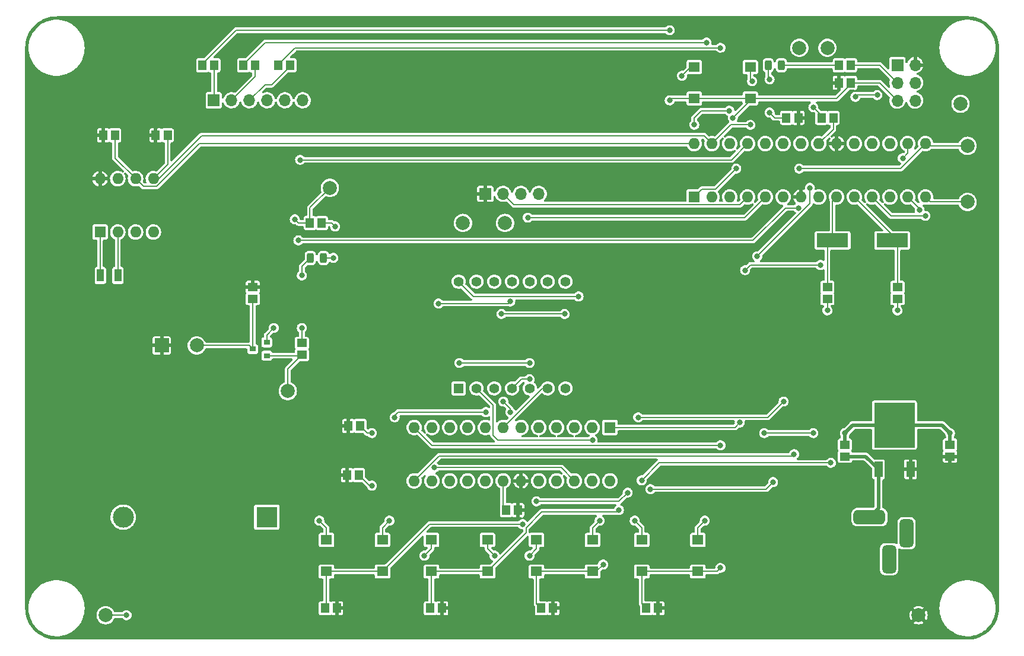
<source format=gbr>
%TF.GenerationSoftware,KiCad,Pcbnew,(6.0.5-0)*%
%TF.CreationDate,2022-07-20T20:00:40-04:00*%
%TF.ProjectId,raaid_clock_final,72616169-645f-4636-9c6f-636b5f66696e,rev?*%
%TF.SameCoordinates,PX4c4b400PY8a48640*%
%TF.FileFunction,Copper,L1,Top*%
%TF.FilePolarity,Positive*%
%FSLAX46Y46*%
G04 Gerber Fmt 4.6, Leading zero omitted, Abs format (unit mm)*
G04 Created by KiCad (PCBNEW (6.0.5-0)) date 2022-07-20 20:00:40*
%MOMM*%
%LPD*%
G01*
G04 APERTURE LIST*
G04 Aperture macros list*
%AMRoundRect*
0 Rectangle with rounded corners*
0 $1 Rounding radius*
0 $2 $3 $4 $5 $6 $7 $8 $9 X,Y pos of 4 corners*
0 Add a 4 corners polygon primitive as box body*
4,1,4,$2,$3,$4,$5,$6,$7,$8,$9,$2,$3,0*
0 Add four circle primitives for the rounded corners*
1,1,$1+$1,$2,$3*
1,1,$1+$1,$4,$5*
1,1,$1+$1,$6,$7*
1,1,$1+$1,$8,$9*
0 Add four rect primitives between the rounded corners*
20,1,$1+$1,$2,$3,$4,$5,0*
20,1,$1+$1,$4,$5,$6,$7,0*
20,1,$1+$1,$6,$7,$8,$9,0*
20,1,$1+$1,$8,$9,$2,$3,0*%
G04 Aperture macros list end*
%TA.AperFunction,ComponentPad*%
%ADD10C,2.000000*%
%TD*%
%TA.AperFunction,SMDPad,CuDef*%
%ADD11R,1.150000X1.400000*%
%TD*%
%TA.AperFunction,ComponentPad*%
%ADD12R,2.000000X2.000000*%
%TD*%
%TA.AperFunction,ComponentPad*%
%ADD13R,1.700000X1.700000*%
%TD*%
%TA.AperFunction,ComponentPad*%
%ADD14O,1.700000X1.700000*%
%TD*%
%TA.AperFunction,ComponentPad*%
%ADD15R,1.600000X1.600000*%
%TD*%
%TA.AperFunction,ComponentPad*%
%ADD16O,1.600000X1.600000*%
%TD*%
%TA.AperFunction,SMDPad,CuDef*%
%ADD17R,1.600000X1.400000*%
%TD*%
%TA.AperFunction,SMDPad,CuDef*%
%ADD18R,1.400000X1.150000*%
%TD*%
%TA.AperFunction,SMDPad,CuDef*%
%ADD19RoundRect,0.243750X-0.243750X-0.456250X0.243750X-0.456250X0.243750X0.456250X-0.243750X0.456250X0*%
%TD*%
%TA.AperFunction,SMDPad,CuDef*%
%ADD20R,4.500000X2.000000*%
%TD*%
%TA.AperFunction,ComponentPad*%
%ADD21R,1.400000X1.400000*%
%TD*%
%TA.AperFunction,ComponentPad*%
%ADD22C,1.400000*%
%TD*%
%TA.AperFunction,SMDPad,CuDef*%
%ADD23R,0.900000X0.800000*%
%TD*%
%TA.AperFunction,SMDPad,CuDef*%
%ADD24R,1.000000X1.800000*%
%TD*%
%TA.AperFunction,SMDPad,CuDef*%
%ADD25R,1.200000X2.200000*%
%TD*%
%TA.AperFunction,SMDPad,CuDef*%
%ADD26R,5.800000X6.400000*%
%TD*%
%TA.AperFunction,ComponentPad*%
%ADD27R,3.000000X3.000000*%
%TD*%
%TA.AperFunction,ComponentPad*%
%ADD28C,3.000000*%
%TD*%
%TA.AperFunction,ComponentPad*%
%ADD29RoundRect,0.500000X1.750000X0.500000X-1.750000X0.500000X-1.750000X-0.500000X1.750000X-0.500000X0*%
%TD*%
%TA.AperFunction,ComponentPad*%
%ADD30RoundRect,0.500000X-0.500000X1.500000X-0.500000X-1.500000X0.500000X-1.500000X0.500000X1.500000X0*%
%TD*%
%TA.AperFunction,ViaPad*%
%ADD31C,0.812800*%
%TD*%
%TA.AperFunction,Conductor*%
%ADD32C,0.203200*%
%TD*%
%TA.AperFunction,Conductor*%
%ADD33C,0.508000*%
%TD*%
G04 APERTURE END LIST*
D10*
%TO.P,TP3,1,1*%
%TO.N,GND*%
X12000000Y4000000D03*
%TD*%
D11*
%TO.P,R9,1*%
%TO.N,VCC*%
X45000000Y5000000D03*
%TO.P,R9,2*%
%TO.N,BTN_UP*%
X43300000Y5000000D03*
%TD*%
%TO.P,C8,1*%
%TO.N,VCC*%
X46450000Y24000000D03*
%TO.P,C8,2*%
%TO.N,GND*%
X48150000Y24000000D03*
%TD*%
%TO.P,C9,1*%
%TO.N,VCC*%
X46650000Y31000000D03*
%TO.P,C9,2*%
%TO.N,GND*%
X48350000Y31000000D03*
%TD*%
%TO.P,C1,1*%
%TO.N,Net-(C1-Pad1)*%
X115850000Y75000000D03*
%TO.P,C1,2*%
%TO.N,GND*%
X114150000Y75000000D03*
%TD*%
%TO.P,R12,1*%
%TO.N,VCC*%
X90850000Y5000000D03*
%TO.P,R12,2*%
%TO.N,BTN_ALRM*%
X89150000Y5000000D03*
%TD*%
D10*
%TO.P,TP11,1,1*%
%TO.N,SCL*%
X111000000Y85000000D03*
%TD*%
D12*
%TO.P,BZ1,1,-*%
%TO.N,VCC*%
X20000000Y42500000D03*
D10*
%TO.P,BZ1,2,+*%
%TO.N,Net-(BZ1-Pad2)*%
X25000000Y42500000D03*
%TD*%
%TO.P,TP8,1,1*%
%TO.N,ECHO*%
X69000000Y60000000D03*
%TD*%
D13*
%TO.P,U4,1,VCC*%
%TO.N,VCC*%
X66190000Y64150000D03*
D14*
%TO.P,U4,2,TRIG*%
%TO.N,TRIG*%
X68730000Y64150000D03*
%TO.P,U4,3,ECHO*%
%TO.N,ECHO*%
X71270000Y64150000D03*
%TO.P,U4,4,GND*%
%TO.N,GND*%
X73810000Y64150000D03*
%TD*%
D15*
%TO.P,U5,1,X1*%
%TO.N,Net-(U5-Pad1)*%
X11200000Y58700000D03*
D16*
%TO.P,U5,2,X2*%
%TO.N,Net-(U5-Pad2)*%
X13740000Y58700000D03*
%TO.P,U5,3,VBAT*%
%TO.N,Net-(BT1-Pad1)*%
X16280000Y58700000D03*
%TO.P,U5,4,GND*%
%TO.N,GND*%
X18820000Y58700000D03*
%TO.P,U5,5,SDA*%
%TO.N,SDA*%
X18820000Y66320000D03*
%TO.P,U5,6,SCL*%
%TO.N,SCL*%
X16280000Y66320000D03*
%TO.P,U5,7,SQW/OUT*%
%TO.N,unconnected-(U5-Pad7)*%
X13740000Y66320000D03*
%TO.P,U5,8,VCC*%
%TO.N,VCC*%
X11200000Y66320000D03*
%TD*%
D10*
%TO.P,TP7,1,1*%
%TO.N,Net-(Q1-Pad1)*%
X38000000Y36000000D03*
%TD*%
D11*
%TO.P,R8,1*%
%TO.N,ALRM_STS*%
X41150000Y60000000D03*
%TO.P,R8,2*%
%TO.N,Net-(D2-Pad2)*%
X42850000Y60000000D03*
%TD*%
%TO.P,C3,1*%
%TO.N,Net-(C3-Pad1)*%
X27500000Y82500000D03*
%TO.P,C3,2*%
%TO.N,RESET*%
X25800000Y82500000D03*
%TD*%
%TO.P,R1,1*%
%TO.N,LED_SCK*%
X118350000Y82500000D03*
%TO.P,R1,2*%
%TO.N,Net-(D1-Pad2)*%
X116650000Y82500000D03*
%TD*%
D17*
%TO.P,SW2,1,A*%
%TO.N,GND*%
X43500000Y14750000D03*
%TO.P,SW2,2,A*%
X51500000Y14750000D03*
%TO.P,SW2,3,B*%
%TO.N,BTN_UP*%
X43500000Y10250000D03*
%TO.P,SW2,4,B*%
X51500000Y10250000D03*
%TD*%
D10*
%TO.P,TP1,1,1*%
%TO.N,DISP_LOAD*%
X135000000Y63000000D03*
%TD*%
%TO.P,TP6,1,1*%
%TO.N,TRIG*%
X63000000Y60000000D03*
%TD*%
%TO.P,TP9,1,1*%
%TO.N,ALRM_STS*%
X44000000Y65000000D03*
%TD*%
D17*
%TO.P,SW4,1,A*%
%TO.N,GND*%
X73500000Y14750000D03*
%TO.P,SW4,2,A*%
X81500000Y14750000D03*
%TO.P,SW4,3,B*%
%TO.N,BTN_SEL*%
X73500000Y10250000D03*
%TO.P,SW4,4,B*%
X81500000Y10250000D03*
%TD*%
D18*
%TO.P,C4,1*%
%TO.N,Net-(C4-Pad1)*%
X115000000Y50850000D03*
%TO.P,C4,2*%
%TO.N,GND*%
X115000000Y49150000D03*
%TD*%
D15*
%TO.P,U1,1,~{RESET}/PC6*%
%TO.N,RESET*%
X96000000Y63700000D03*
D16*
%TO.P,U1,2,RXD/PD0*%
%TO.N,RXD*%
X98540000Y63700000D03*
%TO.P,U1,3,TXD/PD1*%
%TO.N,TXD*%
X101080000Y63700000D03*
%TO.P,U1,4,INT0/PD2*%
%TO.N,TRIG*%
X103620000Y63700000D03*
%TO.P,U1,5,INT1/PD3*%
%TO.N,ECHO*%
X106160000Y63700000D03*
%TO.P,U1,6,PD4*%
%TO.N,BTN_UP*%
X108700000Y63700000D03*
%TO.P,U1,7,VCC*%
%TO.N,VCC*%
X111240000Y63700000D03*
%TO.P,U1,8,GND*%
%TO.N,GND*%
X113780000Y63700000D03*
%TO.P,U1,9,XTAL1/PB6*%
%TO.N,Net-(C4-Pad1)*%
X116320000Y63700000D03*
%TO.P,U1,10,XTAL2/PB7*%
%TO.N,Net-(C5-Pad1)*%
X118860000Y63700000D03*
%TO.P,U1,11,OC0B/PD5*%
%TO.N,BTN_DWN*%
X121400000Y63700000D03*
%TO.P,U1,12,OC0A/PD6*%
%TO.N,BZZR*%
X123940000Y63700000D03*
%TO.P,U1,13,PD7*%
%TO.N,BTN_ALRM*%
X126480000Y63700000D03*
%TO.P,U1,14,PB0*%
%TO.N,DISP_LOAD*%
X129020000Y63700000D03*
%TO.P,U1,15,OC1A/PB1*%
%TO.N,DISP_CLK*%
X129020000Y71320000D03*
%TO.P,U1,16,OC1B/PB2*%
%TO.N,DISP_DATA*%
X126480000Y71320000D03*
%TO.P,U1,17,MOSI/PB3*%
%TO.N,MOSI*%
X123940000Y71320000D03*
%TO.P,U1,18,MISO/PB4*%
%TO.N,MISO*%
X121400000Y71320000D03*
%TO.P,U1,19,SCK/PB5*%
%TO.N,LED_SCK*%
X118860000Y71320000D03*
%TO.P,U1,20,AVCC*%
%TO.N,VCC*%
X116320000Y71320000D03*
%TO.P,U1,21,AREF*%
%TO.N,Net-(C1-Pad1)*%
X113780000Y71320000D03*
%TO.P,U1,22,GND*%
%TO.N,GND*%
X111240000Y71320000D03*
%TO.P,U1,23,ADC0/PC0*%
%TO.N,unconnected-(U1-Pad23)*%
X108700000Y71320000D03*
%TO.P,U1,24,ADC1/PC1*%
%TO.N,BTN_SEL*%
X106160000Y71320000D03*
%TO.P,U1,25,ADC2/PC2*%
%TO.N,ALRM_STS*%
X103620000Y71320000D03*
%TO.P,U1,26,ADC3/PC3*%
%TO.N,unconnected-(U1-Pad26)*%
X101080000Y71320000D03*
%TO.P,U1,27,SDA/PC4*%
%TO.N,SDA*%
X98540000Y71320000D03*
%TO.P,U1,28,SCL/PC5*%
%TO.N,SCL*%
X96000000Y71320000D03*
%TD*%
D19*
%TO.P,D2,1,K*%
%TO.N,GND*%
X41212500Y55000000D03*
%TO.P,D2,2,A*%
%TO.N,Net-(D2-Pad2)*%
X43087500Y55000000D03*
%TD*%
D17*
%TO.P,SW1,1,A*%
%TO.N,GND*%
X96000000Y82250000D03*
%TO.P,SW1,2,A*%
X104000000Y82250000D03*
%TO.P,SW1,3,B*%
%TO.N,RESET*%
X96000000Y77750000D03*
%TO.P,SW1,4,B*%
X104000000Y77750000D03*
%TD*%
D18*
%TO.P,R13,1*%
%TO.N,VCC*%
X33000000Y50850000D03*
%TO.P,R13,2*%
%TO.N,Net-(BZ1-Pad2)*%
X33000000Y49150000D03*
%TD*%
%TO.P,C6,1*%
%TO.N,Net-(C6-Pad1)*%
X117500000Y26650000D03*
%TO.P,C6,2*%
%TO.N,GND*%
X117500000Y28350000D03*
%TD*%
D11*
%TO.P,R3,1*%
%TO.N,RXD*%
X31650000Y82500000D03*
%TO.P,R3,2*%
%TO.N,Net-(J1-Pad2)*%
X33350000Y82500000D03*
%TD*%
D20*
%TO.P,Y1,1,1*%
%TO.N,Net-(C5-Pad1)*%
X124250000Y57500000D03*
%TO.P,Y1,2,2*%
%TO.N,Net-(C4-Pad1)*%
X115750000Y57500000D03*
%TD*%
D11*
%TO.P,R7,1*%
%TO.N,VCC*%
X70850000Y19000000D03*
%TO.P,R7,2*%
%TO.N,Net-(R7-Pad2)*%
X69150000Y19000000D03*
%TD*%
D10*
%TO.P,TP10,1,1*%
%TO.N,SDA*%
X115000000Y85000000D03*
%TD*%
D17*
%TO.P,SW5,1,A*%
%TO.N,GND*%
X88500000Y14750000D03*
%TO.P,SW5,2,A*%
X96500000Y14750000D03*
%TO.P,SW5,3,B*%
%TO.N,BTN_ALRM*%
X88500000Y10250000D03*
%TO.P,SW5,4,B*%
X96500000Y10250000D03*
%TD*%
D11*
%TO.P,R4,1*%
%TO.N,TXD*%
X36650000Y82500000D03*
%TO.P,R4,2*%
%TO.N,Net-(J1-Pad3)*%
X38350000Y82500000D03*
%TD*%
%TO.P,R10,1*%
%TO.N,VCC*%
X60000000Y5000000D03*
%TO.P,R10,2*%
%TO.N,BTN_DWN*%
X58300000Y5000000D03*
%TD*%
D18*
%TO.P,C7,1*%
%TO.N,VCC*%
X132500000Y26650000D03*
%TO.P,C7,2*%
%TO.N,GND*%
X132500000Y28350000D03*
%TD*%
D15*
%TO.P,U3,1,DIN*%
%TO.N,DISP_DATA*%
X83975000Y30800000D03*
D16*
%TO.P,U3,2,DIG_0*%
%TO.N,Net-(DS1-Pad14)*%
X81435000Y30800000D03*
%TO.P,U3,3,DIG_4*%
%TO.N,Net-(DS1-Pad7)*%
X78895000Y30800000D03*
%TO.P,U3,4,GND*%
%TO.N,GND*%
X76355000Y30800000D03*
%TO.P,U3,5,DIG_6*%
%TO.N,unconnected-(U3-Pad5)*%
X73815000Y30800000D03*
%TO.P,U3,6,DIG_2*%
%TO.N,Net-(DS1-Pad10)*%
X71275000Y30800000D03*
%TO.P,U3,7,DIG_3*%
%TO.N,Net-(DS1-Pad6)*%
X68735000Y30800000D03*
%TO.P,U3,8,DIG_7*%
%TO.N,unconnected-(U3-Pad8)*%
X66195000Y30800000D03*
%TO.P,U3,9,GND*%
%TO.N,GND*%
X63655000Y30800000D03*
%TO.P,U3,10,DIG_5*%
%TO.N,unconnected-(U3-Pad10)*%
X61115000Y30800000D03*
%TO.P,U3,11,DIG_1*%
%TO.N,Net-(DS1-Pad11)*%
X58575000Y30800000D03*
%TO.P,U3,12,LOAD*%
%TO.N,DISP_LOAD*%
X56035000Y30800000D03*
%TO.P,U3,13,CLK*%
%TO.N,DISP_CLK*%
X56035000Y23180000D03*
%TO.P,U3,14,SEG_A*%
%TO.N,Net-(DS1-Pad13)*%
X58575000Y23180000D03*
%TO.P,U3,15,SEG_F*%
%TO.N,Net-(DS1-Pad12)*%
X61115000Y23180000D03*
%TO.P,U3,16,SEG_B*%
%TO.N,Net-(DS1-Pad9)*%
X63655000Y23180000D03*
%TO.P,U3,17,SEG_G*%
%TO.N,Net-(DS1-Pad5)*%
X66195000Y23180000D03*
%TO.P,U3,18,ISET*%
%TO.N,Net-(R7-Pad2)*%
X68735000Y23180000D03*
%TO.P,U3,19,V+*%
%TO.N,VCC*%
X71275000Y23180000D03*
%TO.P,U3,20,SEG_C*%
%TO.N,Net-(DS1-Pad4)*%
X73815000Y23180000D03*
%TO.P,U3,21,SEG_E*%
%TO.N,Net-(DS1-Pad1)*%
X76355000Y23180000D03*
%TO.P,U3,22,SEG_DP*%
%TO.N,Net-(DS1-Pad3)*%
X78895000Y23180000D03*
%TO.P,U3,23,SEG_D*%
%TO.N,Net-(DS1-Pad2)*%
X81435000Y23180000D03*
%TO.P,U3,24,DOUT*%
%TO.N,unconnected-(U3-Pad24)*%
X83975000Y23180000D03*
%TD*%
D19*
%TO.P,D1,1,K*%
%TO.N,GND*%
X106562500Y82500000D03*
%TO.P,D1,2,A*%
%TO.N,Net-(D1-Pad2)*%
X108437500Y82500000D03*
%TD*%
D11*
%TO.P,R6,1*%
%TO.N,VCC*%
X19150000Y72500000D03*
%TO.P,R6,2*%
%TO.N,SDA*%
X20850000Y72500000D03*
%TD*%
%TO.P,R11,1*%
%TO.N,VCC*%
X75850000Y5000000D03*
%TO.P,R11,2*%
%TO.N,BTN_SEL*%
X74150000Y5000000D03*
%TD*%
D21*
%TO.P,DS1,1,E*%
%TO.N,Net-(DS1-Pad1)*%
X62380000Y36380000D03*
D22*
%TO.P,DS1,2,D*%
%TO.N,Net-(DS1-Pad2)*%
X64920000Y36380000D03*
%TO.P,DS1,3,DP*%
%TO.N,Net-(DS1-Pad3)*%
X67460000Y36380000D03*
%TO.P,DS1,4,C*%
%TO.N,Net-(DS1-Pad4)*%
X70000000Y36380000D03*
%TO.P,DS1,5,G*%
%TO.N,Net-(DS1-Pad5)*%
X72540000Y36380000D03*
%TO.P,DS1,6,COM_DIG.4*%
%TO.N,Net-(DS1-Pad6)*%
X75080000Y36380000D03*
%TO.P,DS1,7,COM_COLON*%
%TO.N,Net-(DS1-Pad7)*%
X77620000Y36380000D03*
%TO.P,DS1,8,COLON*%
%TO.N,Net-(DS1-Pad3)*%
X77620000Y51620000D03*
%TO.P,DS1,9,B*%
%TO.N,Net-(DS1-Pad9)*%
X75080000Y51620000D03*
%TO.P,DS1,10,COM_DIG.3*%
%TO.N,Net-(DS1-Pad10)*%
X72540000Y51620000D03*
%TO.P,DS1,11,COM_DIG.2*%
%TO.N,Net-(DS1-Pad11)*%
X70000000Y51620000D03*
%TO.P,DS1,12,F*%
%TO.N,Net-(DS1-Pad12)*%
X67460000Y51620000D03*
%TO.P,DS1,13,A*%
%TO.N,Net-(DS1-Pad13)*%
X64920000Y51620000D03*
%TO.P,DS1,14,COM_DIG.1*%
%TO.N,Net-(DS1-Pad14)*%
X62380000Y51620000D03*
%TD*%
D11*
%TO.P,R2,1*%
%TO.N,VCC*%
X116650000Y80000000D03*
%TO.P,R2,2*%
%TO.N,RESET*%
X118350000Y80000000D03*
%TD*%
D23*
%TO.P,Q1,1,B*%
%TO.N,Net-(Q1-Pad1)*%
X35000000Y41050000D03*
%TO.P,Q1,2,E*%
%TO.N,GND*%
X35000000Y42950000D03*
%TO.P,Q1,3,C*%
%TO.N,Net-(BZ1-Pad2)*%
X33000000Y42000000D03*
%TD*%
D10*
%TO.P,TP4,1,1*%
%TO.N,DISP_DATA*%
X134000000Y77000000D03*
%TD*%
D24*
%TO.P,Y2,1,1*%
%TO.N,Net-(U5-Pad1)*%
X11250000Y52500000D03*
%TO.P,Y2,2,2*%
%TO.N,Net-(U5-Pad2)*%
X13750000Y52500000D03*
%TD*%
D10*
%TO.P,TP2,1,1*%
%TO.N,DISP_CLK*%
X135000000Y71000000D03*
%TD*%
D13*
%TO.P,J3,1,Pin_1*%
%TO.N,MISO*%
X125000000Y82540000D03*
D14*
%TO.P,J3,2,Pin_2*%
%TO.N,VCC*%
X127540000Y82540000D03*
%TO.P,J3,3,Pin_3*%
%TO.N,LED_SCK*%
X125000000Y80000000D03*
%TO.P,J3,4,Pin_4*%
%TO.N,MOSI*%
X127540000Y80000000D03*
%TO.P,J3,5,Pin_5*%
%TO.N,RESET*%
X125000000Y77460000D03*
%TO.P,J3,6,Pin_6*%
%TO.N,GND*%
X127540000Y77460000D03*
%TD*%
D25*
%TO.P,U2,1,IN*%
%TO.N,Net-(C6-Pad1)*%
X122295000Y24825000D03*
D26*
%TO.P,U2,2,GND*%
%TO.N,GND*%
X124575000Y31125000D03*
D25*
%TO.P,U2,3,OUT*%
%TO.N,VCC*%
X126855000Y24825000D03*
%TD*%
D11*
%TO.P,C2,1*%
%TO.N,VCC*%
X110850000Y75000000D03*
%TO.P,C2,2*%
%TO.N,GND*%
X109150000Y75000000D03*
%TD*%
D18*
%TO.P,R14,1*%
%TO.N,BZZR*%
X40000000Y42850000D03*
%TO.P,R14,2*%
%TO.N,Net-(Q1-Pad1)*%
X40000000Y41150000D03*
%TD*%
D17*
%TO.P,SW3,1,A*%
%TO.N,GND*%
X58500000Y14750000D03*
%TO.P,SW3,2,A*%
X66500000Y14750000D03*
%TO.P,SW3,3,B*%
%TO.N,BTN_DWN*%
X58500000Y10250000D03*
%TO.P,SW3,4,B*%
X66500000Y10250000D03*
%TD*%
D18*
%TO.P,C5,1*%
%TO.N,Net-(C5-Pad1)*%
X125000000Y50850000D03*
%TO.P,C5,2*%
%TO.N,GND*%
X125000000Y49150000D03*
%TD*%
D11*
%TO.P,R5,1*%
%TO.N,VCC*%
X11650000Y72500000D03*
%TO.P,R5,2*%
%TO.N,SCL*%
X13350000Y72500000D03*
%TD*%
D10*
%TO.P,TP5,1,1*%
%TO.N,VCC*%
X128000000Y4000000D03*
%TD*%
D27*
%TO.P,BT1,1,+*%
%TO.N,Net-(BT1-Pad1)*%
X35000000Y18000016D03*
D28*
%TO.P,BT1,2,-*%
%TO.N,GND*%
X14510000Y18000016D03*
%TD*%
D29*
%TO.P,J2,1,POLE*%
%TO.N,Net-(C6-Pad1)*%
X121000000Y18000000D03*
D30*
%TO.P,J2,2,OUT*%
%TO.N,GND*%
X126300000Y15700000D03*
%TO.P,J2,3,OUT*%
%TO.N,unconnected-(J2-Pad3)*%
X123800000Y12000000D03*
%TD*%
D13*
%TO.P,J1,1,Pin_1*%
%TO.N,Net-(C3-Pad1)*%
X27420000Y77500000D03*
D14*
%TO.P,J1,2,Pin_2*%
%TO.N,Net-(J1-Pad2)*%
X29960000Y77500000D03*
%TO.P,J1,3,Pin_3*%
%TO.N,Net-(J1-Pad3)*%
X32500000Y77500000D03*
%TO.P,J1,4,Pin_4*%
%TO.N,unconnected-(J1-Pad4)*%
X35040000Y77500000D03*
%TO.P,J1,5,Pin_5*%
%TO.N,GND*%
X37580000Y77500000D03*
%TO.P,J1,6,Pin_6*%
X40120000Y77500000D03*
%TD*%
D31*
%TO.N,GND*%
X132500000Y30000000D03*
X117500000Y30000000D03*
X87500000Y17500000D03*
X67500000Y12500000D03*
X106750000Y80500000D03*
X106750000Y75750000D03*
X94250000Y81000000D03*
X97500000Y17500000D03*
X125000000Y47500000D03*
X50000000Y30000000D03*
X15000000Y4000000D03*
X113000000Y76500000D03*
X42500000Y17500000D03*
X104250000Y80250000D03*
X82500000Y17500000D03*
X40000000Y52500000D03*
X115000000Y47500000D03*
X36000000Y45000000D03*
X57500000Y12500000D03*
X50000000Y22500000D03*
X52500000Y17500000D03*
X72500000Y12500000D03*
%TO.N,BZZR*%
X40000000Y45000000D03*
X39500000Y57500000D03*
X110872459Y62127541D03*
%TO.N,RESET*%
X101500000Y75000000D03*
X102000000Y67750000D03*
X92500000Y87500000D03*
X92500000Y77500000D03*
%TO.N,Net-(D2-Pad2)*%
X44500000Y55000000D03*
X44750000Y59500000D03*
%TO.N,Net-(DS1-Pad1)*%
X72500000Y40000000D03*
X62500000Y40000000D03*
%TO.N,Net-(DS1-Pad2)*%
X81500000Y29000000D03*
%TO.N,Net-(DS1-Pad3)*%
X77500000Y47000000D03*
X68500000Y47000000D03*
X66250000Y33000000D03*
X58930041Y25069959D03*
X53250000Y32250000D03*
%TO.N,Net-(DS1-Pad4)*%
X72493276Y37688268D03*
%TO.N,Net-(DS1-Pad10)*%
X69750000Y33000000D03*
X68750000Y34500000D03*
%TO.N,Net-(DS1-Pad11)*%
X69750000Y48789300D03*
X59500000Y48500000D03*
%TO.N,Net-(DS1-Pad14)*%
X79500000Y49500000D03*
%TO.N,LED_SCK*%
X119000000Y78000000D03*
X122110700Y78250000D03*
%TO.N,RXD*%
X97750000Y85750000D03*
%TO.N,TXD*%
X99750000Y85000000D03*
%TO.N,SCL*%
X101000000Y76000000D03*
X96000000Y74000000D03*
%TO.N,SDA*%
X104000000Y74000000D03*
%TO.N,ALRM_STS*%
X39000000Y60500000D03*
X39750000Y69000000D03*
%TO.N,BTN_UP*%
X71497459Y17002541D03*
X73500000Y20250000D03*
X86500000Y21500000D03*
X88000000Y32250000D03*
X108750000Y34500000D03*
%TO.N,BTN_DWN*%
X129000000Y61000000D03*
X88500000Y23250000D03*
X85250000Y19000000D03*
X115500000Y25750000D03*
%TO.N,BTN_SEL*%
X83000000Y11250000D03*
X107250000Y23000000D03*
X89750000Y22000000D03*
%TO.N,BTN_ALRM*%
X106000000Y30000000D03*
X128162541Y61837459D03*
X99750000Y10750000D03*
X113000000Y30000000D03*
%TO.N,DISP_CLK*%
X110250000Y27000000D03*
X111000000Y67750000D03*
%TO.N,DISP_DATA*%
X125750000Y69250000D03*
X102500000Y31500000D03*
X105000000Y55250000D03*
X112500000Y65000000D03*
%TO.N,ECHO*%
X72250000Y60750000D03*
%TO.N,DISP_LOAD*%
X103250000Y53250000D03*
X114000000Y54000000D03*
X99750000Y28250000D03*
%TD*%
D32*
%TO.N,GND*%
X125000000Y49150000D02*
X125000000Y47500000D01*
X49650000Y22500000D02*
X50000000Y22500000D01*
X58500000Y13500000D02*
X57500000Y12500000D01*
X43500000Y16500000D02*
X42500000Y17500000D01*
X106562500Y82500000D02*
X106562500Y80687500D01*
D33*
X131375000Y31125000D02*
X132500000Y30000000D01*
D32*
X73500000Y13500000D02*
X72500000Y12500000D01*
X66500000Y13500000D02*
X67500000Y12500000D01*
X115000000Y49150000D02*
X115000000Y47500000D01*
X66500000Y14750000D02*
X66500000Y13500000D01*
X48150000Y24000000D02*
X49650000Y22500000D01*
X88500000Y14750000D02*
X88500000Y16500000D01*
X106562500Y80687500D02*
X106750000Y80500000D01*
X114150000Y75350000D02*
X113000000Y76500000D01*
X35000000Y44000000D02*
X36000000Y45000000D01*
X41212500Y55000000D02*
X40000000Y53787500D01*
X95500000Y82250000D02*
X94250000Y81000000D01*
X73500000Y14750000D02*
X73500000Y13500000D01*
D33*
X117500000Y28350000D02*
X117500000Y30000000D01*
D32*
X104000000Y80500000D02*
X104250000Y80250000D01*
X107500000Y75000000D02*
X106750000Y75750000D01*
X104000000Y82250000D02*
X104000000Y80500000D01*
X35000000Y42950000D02*
X35000000Y44000000D01*
X43500000Y14750000D02*
X43500000Y16500000D01*
D33*
X124575000Y31125000D02*
X131375000Y31125000D01*
D32*
X96500000Y16500000D02*
X97500000Y17500000D01*
X109150000Y75000000D02*
X107500000Y75000000D01*
X51500000Y16500000D02*
X52500000Y17500000D01*
X40000000Y53787500D02*
X40000000Y52500000D01*
X51500000Y14750000D02*
X51500000Y16500000D01*
X81500000Y14750000D02*
X81500000Y16500000D01*
X96500000Y14750000D02*
X96500000Y16500000D01*
X48350000Y31000000D02*
X49350000Y30000000D01*
D33*
X124575000Y31125000D02*
X118625000Y31125000D01*
D32*
X81500000Y16500000D02*
X82500000Y17500000D01*
D33*
X118625000Y31125000D02*
X117500000Y30000000D01*
X132500000Y28700000D02*
X132500000Y30000000D01*
D32*
X88500000Y16500000D02*
X87500000Y17500000D01*
X58500000Y14750000D02*
X58500000Y13500000D01*
X12000000Y4000000D02*
X15000000Y4000000D01*
X49350000Y30000000D02*
X50000000Y30000000D01*
%TO.N,BZZR*%
X109020652Y62127541D02*
X110872459Y62127541D01*
X40000000Y42850000D02*
X40000000Y45000000D01*
X104393111Y57500000D02*
X109020652Y62127541D01*
X39500000Y57500000D02*
X104393111Y57500000D01*
%TO.N,Net-(C1-Pad1)*%
X115850000Y73390000D02*
X113780000Y71320000D01*
X115850000Y75000000D02*
X115850000Y73390000D01*
%TO.N,Net-(C3-Pad1)*%
X27500000Y82500000D02*
X27500000Y77580000D01*
%TO.N,RESET*%
X96000000Y77750000D02*
X104000000Y77750000D01*
X92500000Y77500000D02*
X92750000Y77750000D01*
X30616378Y87500000D02*
X92500000Y87500000D01*
X101500000Y75000000D02*
X104000000Y77500000D01*
X116283622Y77750000D02*
X118350000Y79816378D01*
X96000000Y63700000D02*
X97104311Y64804311D01*
X92750000Y77750000D02*
X96000000Y77750000D01*
X118350000Y80000000D02*
X122460000Y80000000D01*
X104000000Y77750000D02*
X116283622Y77750000D01*
X99054311Y64804311D02*
X102000000Y67750000D01*
X122460000Y80000000D02*
X125000000Y77460000D01*
X25800000Y82683622D02*
X30616378Y87500000D01*
X97104311Y64804311D02*
X99054311Y64804311D01*
%TO.N,Net-(C4-Pad1)*%
X115000000Y50850000D02*
X115000000Y56750000D01*
X115750000Y63130000D02*
X116320000Y63700000D01*
X115750000Y57500000D02*
X115750000Y63130000D01*
%TO.N,Net-(C5-Pad1)*%
X124250000Y58310000D02*
X118860000Y63700000D01*
X125000000Y50850000D02*
X125000000Y56750000D01*
D33*
%TO.N,Net-(C6-Pad1)*%
X122295000Y19295000D02*
X121000000Y18000000D01*
X117500000Y26650000D02*
X120470000Y26650000D01*
X120470000Y26650000D02*
X122295000Y24825000D01*
X122295000Y24825000D02*
X122295000Y19295000D01*
D32*
%TO.N,Net-(D1-Pad2)*%
X108437500Y82500000D02*
X116650000Y82500000D01*
%TO.N,Net-(D2-Pad2)*%
X44500000Y55000000D02*
X43087500Y55000000D01*
X42850000Y60000000D02*
X44250000Y60000000D01*
X44250000Y60000000D02*
X44750000Y59500000D01*
%TO.N,Net-(DS1-Pad1)*%
X72500000Y40000000D02*
X62500000Y40000000D01*
%TO.N,Net-(DS1-Pad2)*%
X67299311Y34000689D02*
X67299311Y29700689D01*
X68000000Y29000000D02*
X81500000Y29000000D01*
X67299311Y29700689D02*
X68000000Y29000000D01*
X64920000Y36380000D02*
X67299311Y34000689D01*
%TO.N,Net-(DS1-Pad3)*%
X53250000Y32500000D02*
X53750000Y33000000D01*
X58930041Y25069959D02*
X77005041Y25069959D01*
X77005041Y25069959D02*
X78895000Y23180000D01*
X68500000Y47000000D02*
X77500000Y47000000D01*
X66250000Y33000000D02*
X53750000Y33000000D01*
X53250000Y32500000D02*
X53250000Y32250000D01*
%TO.N,Net-(DS1-Pad4)*%
X71308268Y37688268D02*
X70000000Y36380000D01*
X72493276Y37688268D02*
X71308268Y37688268D01*
%TO.N,Net-(DS1-Pad6)*%
X68735000Y30800000D02*
X74315000Y36380000D01*
X74315000Y36380000D02*
X75080000Y36380000D01*
%TO.N,Net-(DS1-Pad10)*%
X69750000Y33500000D02*
X68750000Y34500000D01*
X69750000Y33000000D02*
X69750000Y33500000D01*
%TO.N,Net-(DS1-Pad11)*%
X69460700Y48500000D02*
X69750000Y48789300D01*
X59500000Y48500000D02*
X69460700Y48500000D01*
%TO.N,Net-(DS1-Pad14)*%
X79500000Y49500000D02*
X64500000Y49500000D01*
X64500000Y49500000D02*
X62380000Y51620000D01*
%TO.N,Net-(J1-Pad3)*%
X38350000Y82375000D02*
X35707971Y79732971D01*
X35707971Y79732971D02*
X34732971Y79732971D01*
X34732971Y79732971D02*
X32500000Y77500000D01*
%TO.N,Net-(J1-Pad2)*%
X33350000Y80890000D02*
X29960000Y77500000D01*
X33350000Y82500000D02*
X33350000Y80890000D01*
%TO.N,LED_SCK*%
X118350000Y82500000D02*
X122500000Y82500000D01*
X122500000Y82500000D02*
X125000000Y80000000D01*
X119250000Y78250000D02*
X119000000Y78000000D01*
X122110700Y78250000D02*
X119250000Y78250000D01*
%TO.N,RXD*%
X34775000Y85750000D02*
X97750000Y85750000D01*
X31650000Y82625000D02*
X34775000Y85750000D01*
%TO.N,TXD*%
X39025000Y85000000D02*
X99750000Y85000000D01*
X36650000Y82625000D02*
X39025000Y85000000D01*
%TO.N,SCL*%
X97000000Y76000000D02*
X96000000Y75000000D01*
X96000000Y75000000D02*
X96000000Y74000000D01*
X13350000Y72500000D02*
X13350000Y69250000D01*
X25381733Y71320000D02*
X19277422Y65215689D01*
X101000000Y76000000D02*
X97000000Y76000000D01*
X19277422Y65215689D02*
X17384311Y65215689D01*
X96000000Y71320000D02*
X25381733Y71320000D01*
X17384311Y65215689D02*
X16280000Y66320000D01*
X13350000Y69250000D02*
X16280000Y66320000D01*
%TO.N,SDA*%
X97435689Y72424311D02*
X25674311Y72424311D01*
X104000000Y74000000D02*
X101220000Y74000000D01*
X98540000Y71320000D02*
X97435689Y72424311D01*
X20850000Y68350000D02*
X18820000Y66320000D01*
X25674311Y72424311D02*
X19500000Y66250000D01*
X101220000Y74000000D02*
X98540000Y71320000D01*
X20850000Y72500000D02*
X20850000Y68350000D01*
%TO.N,Net-(R7-Pad2)*%
X68735000Y23180000D02*
X68735000Y19415000D01*
%TO.N,ALRM_STS*%
X101300000Y69000000D02*
X103620000Y71320000D01*
X41150000Y60000000D02*
X39500000Y60000000D01*
X41150000Y62150000D02*
X41150000Y60000000D01*
X44000000Y65000000D02*
X41150000Y62150000D01*
X39500000Y60000000D02*
X39000000Y60500000D01*
X39750000Y69000000D02*
X101300000Y69000000D01*
%TO.N,BTN_UP*%
X106500000Y32250000D02*
X108750000Y34500000D01*
X88000000Y32250000D02*
X106500000Y32250000D01*
X43500000Y10250000D02*
X51500000Y10250000D01*
X43500000Y10250000D02*
X43500000Y5200000D01*
X58252541Y17002541D02*
X71497459Y17002541D01*
X85250000Y20250000D02*
X86500000Y21500000D01*
X51500000Y10250000D02*
X58252541Y17002541D01*
X73500000Y20250000D02*
X85250000Y20250000D01*
%TO.N,BTN_DWN*%
X72000000Y15750000D02*
X72000000Y16500000D01*
X66500000Y10250000D02*
X72000000Y15750000D01*
X88500000Y23250000D02*
X91000000Y25750000D01*
X74250000Y18750000D02*
X85250000Y18750000D01*
X91000000Y25750000D02*
X115500000Y25750000D01*
X85250000Y18750000D02*
X85250000Y19000000D01*
X58500000Y10250000D02*
X58500000Y5200000D01*
X124100000Y61000000D02*
X121400000Y63700000D01*
X129000000Y61000000D02*
X124100000Y61000000D01*
X72000000Y16500000D02*
X74250000Y18750000D01*
X58500000Y10250000D02*
X66500000Y10250000D01*
%TO.N,BTN_SEL*%
X73500000Y10250000D02*
X73500000Y5650000D01*
X73500000Y5650000D02*
X74150000Y5000000D01*
X106250000Y22000000D02*
X107250000Y23000000D01*
X73500000Y10250000D02*
X81500000Y10250000D01*
X82000000Y10250000D02*
X83000000Y11250000D01*
X89750000Y22000000D02*
X106250000Y22000000D01*
%TO.N,BTN_ALRM*%
X88500000Y5650000D02*
X89150000Y5000000D01*
X88500000Y10250000D02*
X88500000Y5650000D01*
X99250000Y10250000D02*
X99750000Y10750000D01*
X88500000Y10250000D02*
X96500000Y10250000D01*
X128162541Y62017459D02*
X126480000Y63700000D01*
X128162541Y61837459D02*
X128162541Y62017459D01*
X106000000Y30000000D02*
X113000000Y30000000D01*
X96500000Y10250000D02*
X99250000Y10250000D01*
%TO.N,DISP_CLK*%
X125450000Y67750000D02*
X129020000Y71320000D01*
X110250000Y26750000D02*
X110250000Y27000000D01*
X59605000Y26750000D02*
X110250000Y26750000D01*
X111000000Y67750000D02*
X125450000Y67750000D01*
X56035000Y23180000D02*
X59605000Y26750000D01*
X135000000Y71000000D02*
X129340000Y71000000D01*
%TO.N,DISP_DATA*%
X112500000Y62750000D02*
X112500000Y65000000D01*
X126480000Y71320000D02*
X126480000Y69980000D01*
X101800000Y30800000D02*
X83975000Y30800000D01*
X105000000Y55250000D02*
X112500000Y62750000D01*
X102500000Y31500000D02*
X101800000Y30800000D01*
X126480000Y69980000D02*
X125750000Y69250000D01*
%TO.N,TRIG*%
X68730000Y64150000D02*
X70284311Y62595689D01*
X70284311Y62595689D02*
X102515689Y62595689D01*
X102515689Y62595689D02*
X103620000Y63700000D01*
%TO.N,ECHO*%
X72250000Y60750000D02*
X103210000Y60750000D01*
X103210000Y60750000D02*
X106160000Y63700000D01*
%TO.N,DISP_LOAD*%
X99750000Y28250000D02*
X58585000Y28250000D01*
X135000000Y63000000D02*
X129720000Y63000000D01*
X104000000Y54000000D02*
X114000000Y54000000D01*
X58585000Y28250000D02*
X56035000Y30800000D01*
X129720000Y63000000D02*
X129020000Y63700000D01*
X103250000Y53250000D02*
X104000000Y54000000D01*
%TO.N,Net-(U5-Pad1)*%
X11200000Y58700000D02*
X11200000Y52550000D01*
%TO.N,Net-(U5-Pad2)*%
X13740000Y58700000D02*
X13740000Y52510000D01*
%TO.N,Net-(BZ1-Pad2)*%
X32500000Y42500000D02*
X33000000Y42000000D01*
X33000000Y49150000D02*
X33000000Y42000000D01*
X25000000Y42500000D02*
X32500000Y42500000D01*
%TO.N,Net-(Q1-Pad1)*%
X35000000Y41050000D02*
X39900000Y41050000D01*
X38000000Y39150000D02*
X40000000Y41150000D01*
X38000000Y36000000D02*
X38000000Y39150000D01*
%TD*%
%TA.AperFunction,Conductor*%
%TO.N,VCC*%
G36*
X134971964Y89489697D02*
G01*
X134983061Y89487969D01*
X134983063Y89487969D01*
X134993724Y89486309D01*
X135004423Y89487708D01*
X135004424Y89487708D01*
X135011989Y89488697D01*
X135038222Y89489831D01*
X135384855Y89474696D01*
X135398012Y89473545D01*
X135773391Y89424126D01*
X135786399Y89421832D01*
X136156027Y89339888D01*
X136168785Y89336470D01*
X136529887Y89222614D01*
X136542298Y89218096D01*
X136892081Y89073211D01*
X136904042Y89067635D01*
X137239906Y88892795D01*
X137251327Y88886200D01*
X137570640Y88682775D01*
X137581459Y88675200D01*
X137881830Y88444718D01*
X137891948Y88436228D01*
X138171096Y88180436D01*
X138180436Y88171096D01*
X138436228Y87891948D01*
X138444718Y87881830D01*
X138675200Y87581459D01*
X138682775Y87570640D01*
X138886200Y87251327D01*
X138892795Y87239906D01*
X139067635Y86904042D01*
X139073211Y86892081D01*
X139218096Y86542298D01*
X139222614Y86529887D01*
X139258826Y86415037D01*
X139324320Y86207321D01*
X139336470Y86168785D01*
X139339888Y86156027D01*
X139421832Y85786399D01*
X139424126Y85773391D01*
X139473545Y85398012D01*
X139474696Y85384855D01*
X139489493Y85045971D01*
X139487993Y85018930D01*
X139487969Y85016935D01*
X139486309Y85006276D01*
X139489734Y84980086D01*
X139490222Y84976352D01*
X139491500Y84956721D01*
X139491500Y5051329D01*
X139489697Y5028036D01*
X139489355Y5025836D01*
X139486309Y5006276D01*
X139487708Y4995577D01*
X139487708Y4995576D01*
X139488697Y4988011D01*
X139489831Y4961778D01*
X139474696Y4615145D01*
X139473545Y4601988D01*
X139424126Y4226609D01*
X139421832Y4213601D01*
X139339888Y3843973D01*
X139336470Y3831215D01*
X139222614Y3470113D01*
X139218096Y3457702D01*
X139073211Y3107919D01*
X139067635Y3095958D01*
X138892795Y2760094D01*
X138886200Y2748673D01*
X138682775Y2429360D01*
X138675200Y2418541D01*
X138444718Y2118170D01*
X138436228Y2108052D01*
X138180436Y1828904D01*
X138171096Y1819564D01*
X137891948Y1563772D01*
X137881830Y1555282D01*
X137581459Y1324800D01*
X137570640Y1317225D01*
X137251327Y1113800D01*
X137239906Y1107205D01*
X136904042Y932365D01*
X136892081Y926789D01*
X136542298Y781904D01*
X136529887Y777386D01*
X136168785Y663530D01*
X136156027Y660112D01*
X135786399Y578168D01*
X135773391Y575874D01*
X135398012Y526455D01*
X135384855Y525304D01*
X135200650Y517261D01*
X135045968Y510507D01*
X135018930Y512007D01*
X135016935Y512031D01*
X135006276Y513691D01*
X134977863Y509976D01*
X134976352Y509778D01*
X134956721Y508500D01*
X5051329Y508500D01*
X5028036Y510303D01*
X5016939Y512031D01*
X5016937Y512031D01*
X5006276Y513691D01*
X4995577Y512292D01*
X4995576Y512292D01*
X4988011Y511303D01*
X4961778Y510169D01*
X4615145Y525304D01*
X4601988Y526455D01*
X4226609Y575874D01*
X4213601Y578168D01*
X3843973Y660112D01*
X3831215Y663530D01*
X3470113Y777386D01*
X3457702Y781904D01*
X3107919Y926789D01*
X3095958Y932365D01*
X2760094Y1107205D01*
X2748673Y1113800D01*
X2429360Y1317225D01*
X2418541Y1324800D01*
X2118170Y1555282D01*
X2108052Y1563772D01*
X1828904Y1819564D01*
X1819564Y1828904D01*
X1563772Y2108052D01*
X1555282Y2118170D01*
X1324800Y2418541D01*
X1317225Y2429360D01*
X1113800Y2748673D01*
X1107205Y2760094D01*
X932365Y3095958D01*
X926789Y3107919D01*
X781904Y3457702D01*
X777386Y3470113D01*
X663530Y3831215D01*
X660112Y3843973D01*
X578168Y4213601D01*
X575874Y4226609D01*
X526455Y4601988D01*
X525304Y4615145D01*
X510678Y4950115D01*
X512263Y4975835D01*
X512083Y4975851D01*
X512606Y4981680D01*
X513576Y4987448D01*
X513729Y5000000D01*
X511727Y5013981D01*
X994883Y5013981D01*
X1013974Y4609167D01*
X1014538Y4605393D01*
X1014539Y4605383D01*
X1072127Y4220059D01*
X1073876Y4208354D01*
X1074821Y4204645D01*
X1074823Y4204637D01*
X1132060Y3980086D01*
X1173975Y3815648D01*
X1175293Y3812047D01*
X1311933Y3438659D01*
X1311937Y3438650D01*
X1313248Y3435067D01*
X1314917Y3431631D01*
X1314919Y3431625D01*
X1386404Y3284409D01*
X1490268Y3070509D01*
X1614422Y2869487D01*
X1674631Y2772001D01*
X1703223Y2725706D01*
X1705553Y2722670D01*
X1705554Y2722668D01*
X1731927Y2688298D01*
X1949932Y2404188D01*
X1952556Y2401403D01*
X1952559Y2401400D01*
X2088900Y2256719D01*
X2227869Y2109249D01*
X2534189Y1843906D01*
X2865755Y1610877D01*
X3219173Y1412548D01*
X3590825Y1250950D01*
X3976904Y1127736D01*
X4373458Y1044169D01*
X4377256Y1043763D01*
X4377263Y1043762D01*
X4657598Y1013803D01*
X4776427Y1001104D01*
X5000173Y999932D01*
X5177857Y999002D01*
X5177858Y999002D01*
X5181685Y998982D01*
X5321355Y1012431D01*
X5581262Y1037457D01*
X5581264Y1037457D01*
X5585083Y1037825D01*
X5588839Y1038576D01*
X5588849Y1038577D01*
X5978739Y1116485D01*
X5978744Y1116486D01*
X5982491Y1117235D01*
X6175919Y1176741D01*
X6366170Y1235270D01*
X6366175Y1235272D01*
X6369839Y1236399D01*
X6743162Y1394096D01*
X6746516Y1395932D01*
X7095284Y1586878D01*
X7095288Y1586881D01*
X7098637Y1588714D01*
X7134095Y1613083D01*
X7429467Y1816086D01*
X7432626Y1818257D01*
X7435547Y1820734D01*
X7435552Y1820738D01*
X7738788Y2077902D01*
X7741708Y2080378D01*
X8022718Y2372391D01*
X8272781Y2691307D01*
X8385145Y2869050D01*
X8487284Y3030617D01*
X8487290Y3030628D01*
X8489334Y3033861D01*
X8520290Y3095948D01*
X8668448Y3393108D01*
X8668449Y3393110D01*
X8670162Y3396546D01*
X8813412Y3775647D01*
X8873108Y4000000D01*
X10689714Y4000000D01*
X10690290Y3993416D01*
X10709037Y3779137D01*
X10709620Y3772471D01*
X10711331Y3766085D01*
X10711332Y3766080D01*
X10748681Y3626694D01*
X10768734Y3551856D01*
X10771527Y3545866D01*
X10771529Y3545861D01*
X10788810Y3508803D01*
X10865259Y3344857D01*
X10869047Y3339447D01*
X10869050Y3339442D01*
X10959782Y3209864D01*
X10996263Y3157764D01*
X11157764Y2996263D01*
X11163177Y2992473D01*
X11339442Y2869050D01*
X11339447Y2869047D01*
X11344857Y2865259D01*
X11448357Y2816996D01*
X11545861Y2771529D01*
X11545866Y2771527D01*
X11551856Y2768734D01*
X11605911Y2754250D01*
X11766080Y2711332D01*
X11766085Y2711331D01*
X11772471Y2709620D01*
X11779056Y2709044D01*
X11779061Y2709043D01*
X11993416Y2690290D01*
X12000000Y2689714D01*
X12006584Y2690290D01*
X12220939Y2709043D01*
X12220944Y2709044D01*
X12227529Y2709620D01*
X12233915Y2711331D01*
X12233920Y2711332D01*
X12394089Y2754250D01*
X12448144Y2768734D01*
X12454134Y2771527D01*
X12454139Y2771529D01*
X12551643Y2816996D01*
X12655143Y2865259D01*
X12660553Y2869047D01*
X12660558Y2869050D01*
X12726464Y2915198D01*
X127280366Y2915198D01*
X127284409Y2908196D01*
X127339692Y2869487D01*
X127351102Y2862899D01*
X127546032Y2772001D01*
X127558417Y2767494D01*
X127766177Y2711825D01*
X127779137Y2709539D01*
X127993416Y2690792D01*
X128006584Y2690792D01*
X128220863Y2709539D01*
X128233823Y2711825D01*
X128441583Y2767494D01*
X128453968Y2772001D01*
X128648898Y2862899D01*
X128660308Y2869487D01*
X128709263Y2903765D01*
X128719725Y2916233D01*
X128716960Y2923830D01*
X128014096Y3626694D01*
X128000000Y3634832D01*
X127985904Y3626694D01*
X127288504Y2929294D01*
X127280366Y2915198D01*
X12726464Y2915198D01*
X12836823Y2992473D01*
X12842236Y2996263D01*
X13003737Y3157764D01*
X13040218Y3209864D01*
X13130950Y3339442D01*
X13130953Y3339447D01*
X13134741Y3344857D01*
X13209736Y3505685D01*
X13260112Y3565720D01*
X13333756Y3592524D01*
X13346951Y3593100D01*
X14336290Y3593100D01*
X14411990Y3572816D01*
X14450900Y3540627D01*
X14452197Y3539125D01*
X14457290Y3531545D01*
X14464042Y3525401D01*
X14464043Y3525400D01*
X14482283Y3508803D01*
X14584698Y3415613D01*
X14592718Y3411259D01*
X14592720Y3411257D01*
X14703980Y3350848D01*
X14736082Y3333418D01*
X14744908Y3331102D01*
X14744912Y3331101D01*
X14893873Y3292022D01*
X14893875Y3292022D01*
X14902702Y3289706D01*
X14984468Y3288421D01*
X15065809Y3287143D01*
X15065813Y3287143D01*
X15074939Y3287000D01*
X15242850Y3325457D01*
X15251005Y3329559D01*
X15251009Y3329560D01*
X15388587Y3398755D01*
X15396741Y3402856D01*
X15403678Y3408780D01*
X15403680Y3408782D01*
X15475489Y3470113D01*
X15527728Y3514729D01*
X15539812Y3531545D01*
X15622924Y3647209D01*
X15628248Y3654618D01*
X15678274Y3779061D01*
X15689096Y3805983D01*
X15689096Y3805984D01*
X15692498Y3814446D01*
X15716770Y3984986D01*
X15716858Y3993416D01*
X126690792Y3993416D01*
X126709539Y3779137D01*
X126711825Y3766177D01*
X126767494Y3558417D01*
X126772001Y3546032D01*
X126862899Y3351102D01*
X126869487Y3339692D01*
X126903765Y3290737D01*
X126916233Y3280275D01*
X126923830Y3283040D01*
X127626694Y3985904D01*
X127634832Y4000000D01*
X128365168Y4000000D01*
X128373306Y3985904D01*
X129070706Y3288504D01*
X129084802Y3280366D01*
X129091804Y3284409D01*
X129130513Y3339692D01*
X129137101Y3351102D01*
X129227999Y3546032D01*
X129232506Y3558417D01*
X129288175Y3766177D01*
X129290461Y3779137D01*
X129309208Y3993416D01*
X129309208Y4006584D01*
X129290461Y4220863D01*
X129288175Y4233823D01*
X129232506Y4441583D01*
X129227999Y4453968D01*
X129137101Y4648898D01*
X129130513Y4660308D01*
X129096235Y4709263D01*
X129083767Y4719725D01*
X129076170Y4716960D01*
X128373306Y4014096D01*
X128365168Y4000000D01*
X127634832Y4000000D01*
X127626694Y4014096D01*
X126929294Y4711496D01*
X126915198Y4719634D01*
X126908196Y4715591D01*
X126869487Y4660308D01*
X126862899Y4648898D01*
X126772001Y4453968D01*
X126767494Y4441583D01*
X126711825Y4233823D01*
X126709539Y4220863D01*
X126690792Y4006584D01*
X126690792Y3993416D01*
X15716858Y3993416D01*
X15716927Y4000000D01*
X15696232Y4171011D01*
X15682122Y4208354D01*
X15638569Y4323612D01*
X15638569Y4323613D01*
X15635343Y4332149D01*
X15537775Y4474112D01*
X15409160Y4588704D01*
X15371697Y4608540D01*
X15324451Y4633555D01*
X15256924Y4669309D01*
X15089855Y4711274D01*
X15080733Y4711322D01*
X15080731Y4711322D01*
X14998937Y4711750D01*
X14917598Y4712176D01*
X14750099Y4671963D01*
X14597027Y4592956D01*
X14577402Y4575836D01*
X14474096Y4485718D01*
X14474092Y4485714D01*
X14467219Y4479718D01*
X14461972Y4472252D01*
X14461263Y4471243D01*
X14460457Y4470569D01*
X14455864Y4465468D01*
X14455138Y4466122D01*
X14401140Y4420973D01*
X14337396Y4406900D01*
X13346951Y4406900D01*
X13271251Y4427184D01*
X13215835Y4482600D01*
X13209736Y4494315D01*
X13134741Y4655143D01*
X13130953Y4660553D01*
X13130950Y4660558D01*
X13007527Y4836823D01*
X13003737Y4842236D01*
X12842236Y5003737D01*
X12774268Y5051329D01*
X12660558Y5130950D01*
X12660553Y5130953D01*
X12655143Y5134741D01*
X12551644Y5183003D01*
X12454139Y5228471D01*
X12454134Y5228473D01*
X12448144Y5231266D01*
X12347581Y5258212D01*
X12233920Y5288668D01*
X12233915Y5288669D01*
X12227529Y5290380D01*
X12220944Y5290956D01*
X12220939Y5290957D01*
X12006584Y5309710D01*
X12000000Y5310286D01*
X11993416Y5309710D01*
X11779061Y5290957D01*
X11779056Y5290956D01*
X11772471Y5290380D01*
X11766085Y5288669D01*
X11766080Y5288668D01*
X11652419Y5258212D01*
X11551856Y5231266D01*
X11545866Y5228473D01*
X11545861Y5228471D01*
X11448356Y5183003D01*
X11344857Y5134741D01*
X11339447Y5130953D01*
X11339442Y5130950D01*
X11225732Y5051329D01*
X11157764Y5003737D01*
X10996263Y4842236D01*
X10992473Y4836823D01*
X10869050Y4660558D01*
X10869047Y4660553D01*
X10865259Y4655143D01*
X10831447Y4582633D01*
X10771529Y4454139D01*
X10771527Y4454134D01*
X10768734Y4448144D01*
X10767022Y4441754D01*
X10718087Y4259127D01*
X10709620Y4227529D01*
X10709044Y4220944D01*
X10709043Y4220939D01*
X10697811Y4092555D01*
X10689714Y4000000D01*
X8873108Y4000000D01*
X8917619Y4167284D01*
X8923602Y4204637D01*
X8981108Y4563655D01*
X8981109Y4563662D01*
X8981715Y4567447D01*
X8983903Y4605383D01*
X9004926Y4970010D01*
X9005043Y4972039D01*
X9005121Y4994154D01*
X9005134Y4997948D01*
X9005134Y4997955D01*
X9005141Y5000000D01*
X8984638Y5404745D01*
X8923337Y5805345D01*
X8821867Y6197701D01*
X8681267Y6577793D01*
X8502975Y6941731D01*
X8393941Y7116900D01*
X8290839Y7282542D01*
X8290834Y7282549D01*
X8288818Y7285788D01*
X8279956Y7297255D01*
X8043333Y7603409D01*
X8040989Y7606442D01*
X7762024Y7900410D01*
X7454779Y8164682D01*
X7122401Y8396552D01*
X6768293Y8593646D01*
X6758323Y8597940D01*
X6623898Y8655832D01*
X6396080Y8753947D01*
X6392431Y8755098D01*
X6392427Y8755099D01*
X6013234Y8874658D01*
X6013228Y8874659D01*
X6009573Y8875812D01*
X6005819Y8876589D01*
X6005809Y8876592D01*
X5616484Y8957217D01*
X5616476Y8957218D01*
X5612730Y8957994D01*
X5608925Y8958387D01*
X5608920Y8958388D01*
X5213416Y8999259D01*
X5209613Y8999652D01*
X5205799Y8999659D01*
X5205792Y8999659D01*
X5001109Y9000016D01*
X4804350Y9000359D01*
X4800535Y8999978D01*
X4800531Y8999978D01*
X4645612Y8984515D01*
X4401090Y8960109D01*
X4370233Y8953831D01*
X4007715Y8880076D01*
X4007707Y8880074D01*
X4003962Y8879312D01*
X3617032Y8758797D01*
X3244262Y8599797D01*
X3240898Y8597940D01*
X2892826Y8405794D01*
X2892822Y8405791D01*
X2889468Y8403940D01*
X2556283Y8173232D01*
X2248118Y7910034D01*
X1968128Y7617042D01*
X1719181Y7297255D01*
X1503824Y6953947D01*
X1502127Y6950513D01*
X1502124Y6950508D01*
X1497786Y6941731D01*
X1324263Y6590633D01*
X1322921Y6587043D01*
X1322919Y6587039D01*
X1183681Y6214629D01*
X1182337Y6211034D01*
X1079498Y5819036D01*
X1016800Y5418651D01*
X1016592Y5414820D01*
X1016592Y5414815D01*
X1010637Y5304857D01*
X994883Y5013981D01*
X511727Y5013981D01*
X510029Y5025837D01*
X508500Y5047299D01*
X508500Y9504642D01*
X42394700Y9504642D01*
X42397867Y9478022D01*
X42402479Y9467640D01*
X42438361Y9386856D01*
X42438363Y9386854D01*
X42444036Y9374081D01*
X42524528Y9293730D01*
X42628549Y9247742D01*
X42639856Y9246424D01*
X42639859Y9246423D01*
X42646092Y9245697D01*
X42654642Y9244700D01*
X42941700Y9244700D01*
X43017400Y9224416D01*
X43072816Y9169000D01*
X43093100Y9093300D01*
X43093100Y6156700D01*
X43072816Y6081000D01*
X43017400Y6025584D01*
X42941700Y6005300D01*
X42679642Y6005300D01*
X42667289Y6003830D01*
X42664301Y6003475D01*
X42664300Y6003475D01*
X42653022Y6002133D01*
X42614151Y5984867D01*
X42561856Y5961639D01*
X42561854Y5961637D01*
X42549081Y5955964D01*
X42468730Y5875472D01*
X42422742Y5771451D01*
X42419700Y5745358D01*
X42419700Y4254642D01*
X42422867Y4228022D01*
X42444253Y4179876D01*
X42463361Y4136856D01*
X42463363Y4136854D01*
X42469036Y4124081D01*
X42549528Y4043730D01*
X42614212Y4015133D01*
X42642018Y4002840D01*
X42653549Y3997742D01*
X42664856Y3996424D01*
X42664859Y3996423D01*
X42670807Y3995730D01*
X42679642Y3994700D01*
X43920358Y3994700D01*
X43934841Y3996423D01*
X43935699Y3996525D01*
X43935700Y3996525D01*
X43946978Y3997867D01*
X44050919Y4044036D01*
X44060795Y4053929D01*
X44064668Y4056591D01*
X44138543Y4082751D01*
X44215601Y4068469D01*
X44235960Y4056738D01*
X44262598Y4038498D01*
X44343254Y4002840D01*
X44364977Y3996918D01*
X44375344Y3995709D01*
X44384110Y3995200D01*
X44726067Y3995200D01*
X44741788Y3999412D01*
X44746000Y4015133D01*
X45254000Y4015133D01*
X45258212Y3999412D01*
X45273933Y3995200D01*
X45615807Y3995200D01*
X45624737Y3995730D01*
X45635580Y3997020D01*
X45657239Y4002972D01*
X45737856Y4038781D01*
X45760507Y4054348D01*
X45820978Y4114924D01*
X45836501Y4137595D01*
X45872160Y4218254D01*
X45878082Y4239977D01*
X45879291Y4250344D01*
X45879800Y4259110D01*
X45879800Y4726067D01*
X45875588Y4741788D01*
X45859867Y4746000D01*
X45273933Y4746000D01*
X45258212Y4741788D01*
X45254000Y4726067D01*
X45254000Y4015133D01*
X44746000Y4015133D01*
X44746000Y5273933D01*
X45254000Y5273933D01*
X45258212Y5258212D01*
X45273933Y5254000D01*
X45859867Y5254000D01*
X45875588Y5258212D01*
X45879800Y5273933D01*
X45879800Y5740807D01*
X45879270Y5749737D01*
X45877980Y5760580D01*
X45872028Y5782239D01*
X45836219Y5862856D01*
X45820652Y5885507D01*
X45760076Y5945978D01*
X45737405Y5961501D01*
X45656746Y5997160D01*
X45635023Y6003082D01*
X45624656Y6004291D01*
X45615890Y6004800D01*
X45273933Y6004800D01*
X45258212Y6000588D01*
X45254000Y5984867D01*
X45254000Y5273933D01*
X44746000Y5273933D01*
X44746000Y5984867D01*
X44741788Y6000588D01*
X44726067Y6004800D01*
X44384193Y6004800D01*
X44375263Y6004270D01*
X44364420Y6002980D01*
X44342761Y5997028D01*
X44262144Y5961219D01*
X44236231Y5943410D01*
X44162356Y5917250D01*
X44085298Y5931532D01*
X44064940Y5943262D01*
X44060364Y5946395D01*
X44050472Y5956270D01*
X43997082Y5979874D01*
X43936048Y6029034D01*
X43907771Y6102125D01*
X43906900Y6118345D01*
X43906900Y9093300D01*
X43927184Y9169000D01*
X43982600Y9224416D01*
X44058300Y9244700D01*
X44345358Y9244700D01*
X44359841Y9246423D01*
X44360699Y9246525D01*
X44360700Y9246525D01*
X44371978Y9247867D01*
X44420124Y9269253D01*
X44463144Y9288361D01*
X44463146Y9288363D01*
X44475919Y9294036D01*
X44556270Y9374528D01*
X44602258Y9478549D01*
X44605300Y9504642D01*
X44605300Y9691700D01*
X44625584Y9767400D01*
X44681000Y9822816D01*
X44756700Y9843100D01*
X50243300Y9843100D01*
X50319000Y9822816D01*
X50374416Y9767400D01*
X50394700Y9691700D01*
X50394700Y9504642D01*
X50397867Y9478022D01*
X50402479Y9467640D01*
X50438361Y9386856D01*
X50438363Y9386854D01*
X50444036Y9374081D01*
X50524528Y9293730D01*
X50628549Y9247742D01*
X50639856Y9246424D01*
X50639859Y9246423D01*
X50646092Y9245697D01*
X50654642Y9244700D01*
X52345358Y9244700D01*
X52359841Y9246423D01*
X52360699Y9246525D01*
X52360700Y9246525D01*
X52371978Y9247867D01*
X52420124Y9269253D01*
X52463144Y9288361D01*
X52463146Y9288363D01*
X52475919Y9294036D01*
X52556270Y9374528D01*
X52602258Y9478549D01*
X52605300Y9504642D01*
X52605300Y10717145D01*
X52625584Y10792845D01*
X52649644Y10824201D01*
X57136244Y15310801D01*
X57204115Y15349986D01*
X57282485Y15349986D01*
X57350356Y15310801D01*
X57389541Y15242930D01*
X57394700Y15203745D01*
X57394700Y14004642D01*
X57397867Y13978022D01*
X57402479Y13967640D01*
X57438361Y13886856D01*
X57438363Y13886854D01*
X57444036Y13874081D01*
X57524528Y13793730D01*
X57628549Y13747742D01*
X57639856Y13746424D01*
X57639859Y13746423D01*
X57646092Y13745697D01*
X57654642Y13744700D01*
X57803745Y13744700D01*
X57879445Y13724416D01*
X57934861Y13669000D01*
X57955145Y13593300D01*
X57934861Y13517600D01*
X57910801Y13486244D01*
X57680264Y13255707D01*
X57612393Y13216522D01*
X57572417Y13211365D01*
X57417598Y13212176D01*
X57250099Y13171963D01*
X57097027Y13092956D01*
X57077402Y13075836D01*
X56974096Y12985718D01*
X56974092Y12985714D01*
X56967219Y12979718D01*
X56868170Y12838784D01*
X56805597Y12678292D01*
X56804406Y12669245D01*
X56787100Y12537796D01*
X56783112Y12507508D01*
X56802015Y12336289D01*
X56861213Y12174522D01*
X56866303Y12166948D01*
X56952197Y12039123D01*
X56952200Y12039119D01*
X56957290Y12031545D01*
X57084698Y11915613D01*
X57092718Y11911259D01*
X57092720Y11911257D01*
X57210804Y11847143D01*
X57236082Y11833418D01*
X57244908Y11831102D01*
X57244912Y11831101D01*
X57393873Y11792022D01*
X57393875Y11792022D01*
X57402702Y11789706D01*
X57484468Y11788421D01*
X57565809Y11787143D01*
X57565813Y11787143D01*
X57574939Y11787000D01*
X57742850Y11825457D01*
X57751005Y11829559D01*
X57751009Y11829560D01*
X57888587Y11898755D01*
X57896741Y11902856D01*
X57903678Y11908780D01*
X57903680Y11908782D01*
X57966196Y11962176D01*
X58027728Y12014729D01*
X58039812Y12031545D01*
X58122924Y12147209D01*
X58128248Y12154618D01*
X58139695Y12183092D01*
X58189096Y12305983D01*
X58189096Y12305984D01*
X58192498Y12314446D01*
X58216770Y12484986D01*
X58216927Y12500000D01*
X58210505Y12553066D01*
X58221547Y12630652D01*
X58253752Y12678309D01*
X58833292Y13257849D01*
X58838701Y13268466D01*
X58838706Y13268472D01*
X58842601Y13276117D01*
X58855015Y13296375D01*
X58860065Y13303326D01*
X58860066Y13303329D01*
X58867070Y13312968D01*
X58870753Y13324302D01*
X58873409Y13332475D01*
X58882498Y13354418D01*
X58886399Y13362074D01*
X58886401Y13362080D01*
X58891809Y13372694D01*
X58895018Y13392955D01*
X58900563Y13416051D01*
X58903218Y13424222D01*
X58906900Y13435554D01*
X58906900Y13593300D01*
X58927184Y13669000D01*
X58982600Y13724416D01*
X59058300Y13744700D01*
X59345358Y13744700D01*
X59359841Y13746423D01*
X59360699Y13746525D01*
X59360700Y13746525D01*
X59371978Y13747867D01*
X59437120Y13776802D01*
X59463144Y13788361D01*
X59463146Y13788363D01*
X59475919Y13794036D01*
X59556270Y13874528D01*
X59602258Y13978549D01*
X59605300Y14004642D01*
X59605300Y15495358D01*
X59602133Y15521978D01*
X59570228Y15593806D01*
X59561639Y15613144D01*
X59561637Y15613146D01*
X59555964Y15625919D01*
X59527114Y15654719D01*
X59485363Y15696396D01*
X59475472Y15706270D01*
X59371451Y15752258D01*
X59360144Y15753576D01*
X59360141Y15753577D01*
X59353908Y15754303D01*
X59345358Y15755300D01*
X57946255Y15755300D01*
X57870555Y15775584D01*
X57815139Y15831000D01*
X57794855Y15906700D01*
X57815139Y15982400D01*
X57839199Y16013756D01*
X58376740Y16551297D01*
X58444611Y16590482D01*
X58483796Y16595641D01*
X70833749Y16595641D01*
X70909449Y16575357D01*
X70948359Y16543168D01*
X70949656Y16541666D01*
X70954749Y16534086D01*
X71082157Y16418154D01*
X71090177Y16413800D01*
X71090179Y16413798D01*
X71160161Y16375801D01*
X71233541Y16335959D01*
X71242367Y16333643D01*
X71242371Y16333642D01*
X71391332Y16294563D01*
X71391334Y16294563D01*
X71400161Y16292247D01*
X71442081Y16291588D01*
X71444078Y16291557D01*
X71519450Y16270087D01*
X71573989Y16213807D01*
X71593100Y16140176D01*
X71593100Y15981255D01*
X71572816Y15905555D01*
X71548756Y15874199D01*
X68402986Y12728429D01*
X68335115Y12689244D01*
X68256745Y12689244D01*
X68188874Y12728429D01*
X68154306Y12781966D01*
X68135343Y12832149D01*
X68037775Y12974112D01*
X67909160Y13088704D01*
X67756924Y13169309D01*
X67589855Y13211274D01*
X67580733Y13211322D01*
X67580731Y13211322D01*
X67452043Y13211996D01*
X67425228Y13212136D01*
X67349636Y13232816D01*
X67318965Y13256478D01*
X67089199Y13486244D01*
X67050014Y13554115D01*
X67050014Y13632485D01*
X67089199Y13700356D01*
X67157070Y13739541D01*
X67196255Y13744700D01*
X67345358Y13744700D01*
X67359841Y13746423D01*
X67360699Y13746525D01*
X67360700Y13746525D01*
X67371978Y13747867D01*
X67437120Y13776802D01*
X67463144Y13788361D01*
X67463146Y13788363D01*
X67475919Y13794036D01*
X67556270Y13874528D01*
X67602258Y13978549D01*
X67605300Y14004642D01*
X67605300Y15495358D01*
X67602133Y15521978D01*
X67570228Y15593806D01*
X67561639Y15613144D01*
X67561637Y15613146D01*
X67555964Y15625919D01*
X67527114Y15654719D01*
X67485363Y15696396D01*
X67475472Y15706270D01*
X67371451Y15752258D01*
X67360144Y15753576D01*
X67360141Y15753577D01*
X67353908Y15754303D01*
X67345358Y15755300D01*
X65654642Y15755300D01*
X65642289Y15753830D01*
X65639301Y15753475D01*
X65639300Y15753475D01*
X65628022Y15752133D01*
X65592312Y15736271D01*
X65536856Y15711639D01*
X65536854Y15711637D01*
X65524081Y15705964D01*
X65443730Y15625472D01*
X65397742Y15521451D01*
X65394700Y15495358D01*
X65394700Y14004642D01*
X65397867Y13978022D01*
X65402479Y13967640D01*
X65438361Y13886856D01*
X65438363Y13886854D01*
X65444036Y13874081D01*
X65524528Y13793730D01*
X65628549Y13747742D01*
X65639856Y13746424D01*
X65639859Y13746423D01*
X65646092Y13745697D01*
X65654642Y13744700D01*
X65941700Y13744700D01*
X66017400Y13724416D01*
X66072816Y13669000D01*
X66093100Y13593300D01*
X66093100Y13435554D01*
X66096782Y13424222D01*
X66099437Y13416051D01*
X66104982Y13392955D01*
X66108191Y13372694D01*
X66113599Y13362080D01*
X66113601Y13362074D01*
X66117502Y13354418D01*
X66126591Y13332475D01*
X66129247Y13324302D01*
X66132930Y13312968D01*
X66139934Y13303329D01*
X66139935Y13303326D01*
X66144985Y13296375D01*
X66157399Y13276117D01*
X66161294Y13268472D01*
X66161299Y13268466D01*
X66166708Y13257849D01*
X66745899Y12678658D01*
X66785084Y12610787D01*
X66788948Y12551842D01*
X66784303Y12516561D01*
X66784303Y12516557D01*
X66783112Y12507508D01*
X66802015Y12336289D01*
X66861213Y12174522D01*
X66866303Y12166948D01*
X66952197Y12039123D01*
X66952200Y12039119D01*
X66957290Y12031545D01*
X67084698Y11915613D01*
X67092718Y11911259D01*
X67092720Y11911257D01*
X67234118Y11834484D01*
X67290966Y11780537D01*
X67313224Y11705394D01*
X67294929Y11629189D01*
X67268932Y11594375D01*
X66974201Y11299644D01*
X66906330Y11260459D01*
X66867145Y11255300D01*
X65654642Y11255300D01*
X65642289Y11253830D01*
X65639301Y11253475D01*
X65639300Y11253475D01*
X65628022Y11252133D01*
X65591067Y11235718D01*
X65536856Y11211639D01*
X65536854Y11211637D01*
X65524081Y11205964D01*
X65443730Y11125472D01*
X65397742Y11021451D01*
X65394700Y10995358D01*
X65394700Y10808300D01*
X65374416Y10732600D01*
X65319000Y10677184D01*
X65243300Y10656900D01*
X59756700Y10656900D01*
X59681000Y10677184D01*
X59625584Y10732600D01*
X59605300Y10808300D01*
X59605300Y10995358D01*
X59602133Y11021978D01*
X59561841Y11112689D01*
X59561639Y11113144D01*
X59561637Y11113146D01*
X59555964Y11125919D01*
X59475472Y11206270D01*
X59399320Y11239937D01*
X59381863Y11247655D01*
X59381862Y11247655D01*
X59371451Y11252258D01*
X59360144Y11253576D01*
X59360141Y11253577D01*
X59353908Y11254303D01*
X59345358Y11255300D01*
X57654642Y11255300D01*
X57642289Y11253830D01*
X57639301Y11253475D01*
X57639300Y11253475D01*
X57628022Y11252133D01*
X57591067Y11235718D01*
X57536856Y11211639D01*
X57536854Y11211637D01*
X57524081Y11205964D01*
X57443730Y11125472D01*
X57397742Y11021451D01*
X57394700Y10995358D01*
X57394700Y9504642D01*
X57397867Y9478022D01*
X57402479Y9467640D01*
X57438361Y9386856D01*
X57438363Y9386854D01*
X57444036Y9374081D01*
X57524528Y9293730D01*
X57628549Y9247742D01*
X57639856Y9246424D01*
X57639859Y9246423D01*
X57646092Y9245697D01*
X57654642Y9244700D01*
X57941700Y9244700D01*
X58017400Y9224416D01*
X58072816Y9169000D01*
X58093100Y9093300D01*
X58093100Y6156700D01*
X58072816Y6081000D01*
X58017400Y6025584D01*
X57941700Y6005300D01*
X57679642Y6005300D01*
X57667289Y6003830D01*
X57664301Y6003475D01*
X57664300Y6003475D01*
X57653022Y6002133D01*
X57614151Y5984867D01*
X57561856Y5961639D01*
X57561854Y5961637D01*
X57549081Y5955964D01*
X57468730Y5875472D01*
X57422742Y5771451D01*
X57419700Y5745358D01*
X57419700Y4254642D01*
X57422867Y4228022D01*
X57444253Y4179876D01*
X57463361Y4136856D01*
X57463363Y4136854D01*
X57469036Y4124081D01*
X57549528Y4043730D01*
X57614212Y4015133D01*
X57642018Y4002840D01*
X57653549Y3997742D01*
X57664856Y3996424D01*
X57664859Y3996423D01*
X57670807Y3995730D01*
X57679642Y3994700D01*
X58920358Y3994700D01*
X58934841Y3996423D01*
X58935699Y3996525D01*
X58935700Y3996525D01*
X58946978Y3997867D01*
X59050919Y4044036D01*
X59060795Y4053929D01*
X59064668Y4056591D01*
X59138543Y4082751D01*
X59215601Y4068469D01*
X59235960Y4056738D01*
X59262598Y4038498D01*
X59343254Y4002840D01*
X59364977Y3996918D01*
X59375344Y3995709D01*
X59384110Y3995200D01*
X59726067Y3995200D01*
X59741788Y3999412D01*
X59746000Y4015133D01*
X60254000Y4015133D01*
X60258212Y3999412D01*
X60273933Y3995200D01*
X60615807Y3995200D01*
X60624737Y3995730D01*
X60635580Y3997020D01*
X60657239Y4002972D01*
X60737856Y4038781D01*
X60760507Y4054348D01*
X60820978Y4114924D01*
X60836501Y4137595D01*
X60872160Y4218254D01*
X60878082Y4239977D01*
X60879291Y4250344D01*
X60879800Y4259110D01*
X60879800Y4726067D01*
X60875588Y4741788D01*
X60859867Y4746000D01*
X60273933Y4746000D01*
X60258212Y4741788D01*
X60254000Y4726067D01*
X60254000Y4015133D01*
X59746000Y4015133D01*
X59746000Y5273933D01*
X60254000Y5273933D01*
X60258212Y5258212D01*
X60273933Y5254000D01*
X60859867Y5254000D01*
X60875588Y5258212D01*
X60879800Y5273933D01*
X60879800Y5740807D01*
X60879270Y5749737D01*
X60877980Y5760580D01*
X60872028Y5782239D01*
X60836219Y5862856D01*
X60820652Y5885507D01*
X60760076Y5945978D01*
X60737405Y5961501D01*
X60656746Y5997160D01*
X60635023Y6003082D01*
X60624656Y6004291D01*
X60615890Y6004800D01*
X60273933Y6004800D01*
X60258212Y6000588D01*
X60254000Y5984867D01*
X60254000Y5273933D01*
X59746000Y5273933D01*
X59746000Y5984867D01*
X59741788Y6000588D01*
X59726067Y6004800D01*
X59384193Y6004800D01*
X59375263Y6004270D01*
X59364420Y6002980D01*
X59342761Y5997028D01*
X59262144Y5961219D01*
X59236231Y5943410D01*
X59162356Y5917250D01*
X59085298Y5931532D01*
X59064940Y5943262D01*
X59060364Y5946395D01*
X59050472Y5956270D01*
X58997082Y5979874D01*
X58936048Y6029034D01*
X58907771Y6102125D01*
X58906900Y6118345D01*
X58906900Y9093300D01*
X58927184Y9169000D01*
X58982600Y9224416D01*
X59058300Y9244700D01*
X59345358Y9244700D01*
X59359841Y9246423D01*
X59360699Y9246525D01*
X59360700Y9246525D01*
X59371978Y9247867D01*
X59420124Y9269253D01*
X59463144Y9288361D01*
X59463146Y9288363D01*
X59475919Y9294036D01*
X59556270Y9374528D01*
X59602258Y9478549D01*
X59605300Y9504642D01*
X59605300Y9691700D01*
X59625584Y9767400D01*
X59681000Y9822816D01*
X59756700Y9843100D01*
X65243300Y9843100D01*
X65319000Y9822816D01*
X65374416Y9767400D01*
X65394700Y9691700D01*
X65394700Y9504642D01*
X65397867Y9478022D01*
X65402479Y9467640D01*
X65438361Y9386856D01*
X65438363Y9386854D01*
X65444036Y9374081D01*
X65524528Y9293730D01*
X65628549Y9247742D01*
X65639856Y9246424D01*
X65639859Y9246423D01*
X65646092Y9245697D01*
X65654642Y9244700D01*
X67345358Y9244700D01*
X67359841Y9246423D01*
X67360699Y9246525D01*
X67360700Y9246525D01*
X67371978Y9247867D01*
X67420124Y9269253D01*
X67463144Y9288361D01*
X67463146Y9288363D01*
X67475919Y9294036D01*
X67556270Y9374528D01*
X67602258Y9478549D01*
X67605300Y9504642D01*
X72394700Y9504642D01*
X72397867Y9478022D01*
X72402479Y9467640D01*
X72438361Y9386856D01*
X72438363Y9386854D01*
X72444036Y9374081D01*
X72524528Y9293730D01*
X72628549Y9247742D01*
X72639856Y9246424D01*
X72639859Y9246423D01*
X72646092Y9245697D01*
X72654642Y9244700D01*
X72941700Y9244700D01*
X73017400Y9224416D01*
X73072816Y9169000D01*
X73093100Y9093300D01*
X73093100Y5585554D01*
X73096782Y5574222D01*
X73099437Y5566051D01*
X73104982Y5542955D01*
X73108191Y5522694D01*
X73113599Y5512080D01*
X73113601Y5512074D01*
X73117502Y5504418D01*
X73126591Y5482475D01*
X73129247Y5474302D01*
X73132930Y5462968D01*
X73139934Y5453329D01*
X73139935Y5453326D01*
X73144985Y5446375D01*
X73157399Y5426117D01*
X73161294Y5418472D01*
X73161299Y5418466D01*
X73166708Y5407849D01*
X73225356Y5349201D01*
X73264541Y5281330D01*
X73269700Y5242145D01*
X73269700Y4254642D01*
X73272867Y4228022D01*
X73294253Y4179876D01*
X73313361Y4136856D01*
X73313363Y4136854D01*
X73319036Y4124081D01*
X73399528Y4043730D01*
X73464212Y4015133D01*
X73492018Y4002840D01*
X73503549Y3997742D01*
X73514856Y3996424D01*
X73514859Y3996423D01*
X73520807Y3995730D01*
X73529642Y3994700D01*
X74770358Y3994700D01*
X74784841Y3996423D01*
X74785699Y3996525D01*
X74785700Y3996525D01*
X74796978Y3997867D01*
X74900919Y4044036D01*
X74910795Y4053929D01*
X74914668Y4056591D01*
X74988543Y4082751D01*
X75065601Y4068469D01*
X75085960Y4056738D01*
X75112598Y4038498D01*
X75193254Y4002840D01*
X75214977Y3996918D01*
X75225344Y3995709D01*
X75234110Y3995200D01*
X75576067Y3995200D01*
X75591788Y3999412D01*
X75596000Y4015133D01*
X76104000Y4015133D01*
X76108212Y3999412D01*
X76123933Y3995200D01*
X76465807Y3995200D01*
X76474737Y3995730D01*
X76485580Y3997020D01*
X76507239Y4002972D01*
X76587856Y4038781D01*
X76610507Y4054348D01*
X76670978Y4114924D01*
X76686501Y4137595D01*
X76722160Y4218254D01*
X76728082Y4239977D01*
X76729291Y4250344D01*
X76729800Y4259110D01*
X76729800Y4726067D01*
X76725588Y4741788D01*
X76709867Y4746000D01*
X76123933Y4746000D01*
X76108212Y4741788D01*
X76104000Y4726067D01*
X76104000Y4015133D01*
X75596000Y4015133D01*
X75596000Y5273933D01*
X76104000Y5273933D01*
X76108212Y5258212D01*
X76123933Y5254000D01*
X76709867Y5254000D01*
X76725588Y5258212D01*
X76729800Y5273933D01*
X76729800Y5740807D01*
X76729270Y5749737D01*
X76727980Y5760580D01*
X76722028Y5782239D01*
X76686219Y5862856D01*
X76670652Y5885507D01*
X76610076Y5945978D01*
X76587405Y5961501D01*
X76506746Y5997160D01*
X76485023Y6003082D01*
X76474656Y6004291D01*
X76465890Y6004800D01*
X76123933Y6004800D01*
X76108212Y6000588D01*
X76104000Y5984867D01*
X76104000Y5273933D01*
X75596000Y5273933D01*
X75596000Y5984867D01*
X75591788Y6000588D01*
X75576067Y6004800D01*
X75234193Y6004800D01*
X75225263Y6004270D01*
X75214420Y6002980D01*
X75192761Y5997028D01*
X75112144Y5961219D01*
X75086231Y5943410D01*
X75012356Y5917250D01*
X74935298Y5931532D01*
X74914940Y5943262D01*
X74910364Y5946395D01*
X74900472Y5956270D01*
X74808281Y5997028D01*
X74806863Y5997655D01*
X74806862Y5997655D01*
X74796451Y6002258D01*
X74785144Y6003576D01*
X74785141Y6003577D01*
X74778908Y6004303D01*
X74770358Y6005300D01*
X74058300Y6005300D01*
X73982600Y6025584D01*
X73927184Y6081000D01*
X73906900Y6156700D01*
X73906900Y9093300D01*
X73927184Y9169000D01*
X73982600Y9224416D01*
X74058300Y9244700D01*
X74345358Y9244700D01*
X74359841Y9246423D01*
X74360699Y9246525D01*
X74360700Y9246525D01*
X74371978Y9247867D01*
X74420124Y9269253D01*
X74463144Y9288361D01*
X74463146Y9288363D01*
X74475919Y9294036D01*
X74556270Y9374528D01*
X74602258Y9478549D01*
X74605300Y9504642D01*
X74605300Y9691700D01*
X74625584Y9767400D01*
X74681000Y9822816D01*
X74756700Y9843100D01*
X80243300Y9843100D01*
X80319000Y9822816D01*
X80374416Y9767400D01*
X80394700Y9691700D01*
X80394700Y9504642D01*
X80397867Y9478022D01*
X80402479Y9467640D01*
X80438361Y9386856D01*
X80438363Y9386854D01*
X80444036Y9374081D01*
X80524528Y9293730D01*
X80628549Y9247742D01*
X80639856Y9246424D01*
X80639859Y9246423D01*
X80646092Y9245697D01*
X80654642Y9244700D01*
X82345358Y9244700D01*
X82359841Y9246423D01*
X82360699Y9246525D01*
X82360700Y9246525D01*
X82371978Y9247867D01*
X82420124Y9269253D01*
X82463144Y9288361D01*
X82463146Y9288363D01*
X82475919Y9294036D01*
X82556270Y9374528D01*
X82602258Y9478549D01*
X82605300Y9504642D01*
X87394700Y9504642D01*
X87397867Y9478022D01*
X87402479Y9467640D01*
X87438361Y9386856D01*
X87438363Y9386854D01*
X87444036Y9374081D01*
X87524528Y9293730D01*
X87628549Y9247742D01*
X87639856Y9246424D01*
X87639859Y9246423D01*
X87646092Y9245697D01*
X87654642Y9244700D01*
X87941700Y9244700D01*
X88017400Y9224416D01*
X88072816Y9169000D01*
X88093100Y9093300D01*
X88093100Y5585554D01*
X88096782Y5574222D01*
X88099437Y5566051D01*
X88104982Y5542955D01*
X88108191Y5522694D01*
X88113599Y5512080D01*
X88113601Y5512074D01*
X88117502Y5504418D01*
X88126591Y5482475D01*
X88129247Y5474302D01*
X88132930Y5462968D01*
X88139934Y5453329D01*
X88139935Y5453326D01*
X88144985Y5446375D01*
X88157399Y5426117D01*
X88161294Y5418472D01*
X88161299Y5418466D01*
X88166708Y5407849D01*
X88225356Y5349201D01*
X88264541Y5281330D01*
X88269700Y5242145D01*
X88269700Y4254642D01*
X88272867Y4228022D01*
X88294253Y4179876D01*
X88313361Y4136856D01*
X88313363Y4136854D01*
X88319036Y4124081D01*
X88399528Y4043730D01*
X88464212Y4015133D01*
X88492018Y4002840D01*
X88503549Y3997742D01*
X88514856Y3996424D01*
X88514859Y3996423D01*
X88520807Y3995730D01*
X88529642Y3994700D01*
X89770358Y3994700D01*
X89784841Y3996423D01*
X89785699Y3996525D01*
X89785700Y3996525D01*
X89796978Y3997867D01*
X89900919Y4044036D01*
X89910795Y4053929D01*
X89914668Y4056591D01*
X89988543Y4082751D01*
X90065601Y4068469D01*
X90085960Y4056738D01*
X90112598Y4038498D01*
X90193254Y4002840D01*
X90214977Y3996918D01*
X90225344Y3995709D01*
X90234110Y3995200D01*
X90576067Y3995200D01*
X90591788Y3999412D01*
X90596000Y4015133D01*
X91104000Y4015133D01*
X91108212Y3999412D01*
X91123933Y3995200D01*
X91465807Y3995200D01*
X91474737Y3995730D01*
X91485580Y3997020D01*
X91507239Y4002972D01*
X91587856Y4038781D01*
X91610507Y4054348D01*
X91670978Y4114924D01*
X91686501Y4137595D01*
X91722160Y4218254D01*
X91728082Y4239977D01*
X91729291Y4250344D01*
X91729800Y4259110D01*
X91729800Y4726067D01*
X91725588Y4741788D01*
X91709867Y4746000D01*
X91123933Y4746000D01*
X91108212Y4741788D01*
X91104000Y4726067D01*
X91104000Y4015133D01*
X90596000Y4015133D01*
X90596000Y5083767D01*
X127280275Y5083767D01*
X127283040Y5076170D01*
X127985904Y4373306D01*
X128000000Y4365168D01*
X128014096Y4373306D01*
X128654771Y5013981D01*
X130994883Y5013981D01*
X131013974Y4609167D01*
X131014538Y4605393D01*
X131014539Y4605383D01*
X131072127Y4220059D01*
X131073876Y4208354D01*
X131074821Y4204645D01*
X131074823Y4204637D01*
X131132060Y3980086D01*
X131173975Y3815648D01*
X131175293Y3812047D01*
X131311933Y3438659D01*
X131311937Y3438650D01*
X131313248Y3435067D01*
X131314917Y3431631D01*
X131314919Y3431625D01*
X131386404Y3284409D01*
X131490268Y3070509D01*
X131614422Y2869487D01*
X131674631Y2772001D01*
X131703223Y2725706D01*
X131705553Y2722670D01*
X131705554Y2722668D01*
X131731927Y2688298D01*
X131949932Y2404188D01*
X131952556Y2401403D01*
X131952559Y2401400D01*
X132088900Y2256719D01*
X132227869Y2109249D01*
X132534189Y1843906D01*
X132865755Y1610877D01*
X133219173Y1412548D01*
X133590825Y1250950D01*
X133976904Y1127736D01*
X134373458Y1044169D01*
X134377256Y1043763D01*
X134377263Y1043762D01*
X134657598Y1013803D01*
X134776427Y1001104D01*
X135000173Y999932D01*
X135177857Y999002D01*
X135177858Y999002D01*
X135181685Y998982D01*
X135321355Y1012431D01*
X135581262Y1037457D01*
X135581264Y1037457D01*
X135585083Y1037825D01*
X135588839Y1038576D01*
X135588849Y1038577D01*
X135978739Y1116485D01*
X135978744Y1116486D01*
X135982491Y1117235D01*
X136175919Y1176741D01*
X136366170Y1235270D01*
X136366175Y1235272D01*
X136369839Y1236399D01*
X136743162Y1394096D01*
X136746516Y1395932D01*
X137095284Y1586878D01*
X137095288Y1586881D01*
X137098637Y1588714D01*
X137134095Y1613083D01*
X137429467Y1816086D01*
X137432626Y1818257D01*
X137435547Y1820734D01*
X137435552Y1820738D01*
X137738788Y2077902D01*
X137741708Y2080378D01*
X138022718Y2372391D01*
X138272781Y2691307D01*
X138385145Y2869050D01*
X138487284Y3030617D01*
X138487290Y3030628D01*
X138489334Y3033861D01*
X138520290Y3095948D01*
X138668448Y3393108D01*
X138668449Y3393110D01*
X138670162Y3396546D01*
X138813412Y3775647D01*
X138917619Y4167284D01*
X138923602Y4204637D01*
X138981108Y4563655D01*
X138981109Y4563662D01*
X138981715Y4567447D01*
X138983903Y4605383D01*
X139004926Y4970010D01*
X139005043Y4972039D01*
X139005121Y4994154D01*
X139005134Y4997948D01*
X139005134Y4997955D01*
X139005141Y5000000D01*
X138984638Y5404745D01*
X138923337Y5805345D01*
X138821867Y6197701D01*
X138681267Y6577793D01*
X138502975Y6941731D01*
X138393941Y7116900D01*
X138290839Y7282542D01*
X138290834Y7282549D01*
X138288818Y7285788D01*
X138279956Y7297255D01*
X138043333Y7603409D01*
X138040989Y7606442D01*
X137762024Y7900410D01*
X137454779Y8164682D01*
X137122401Y8396552D01*
X136768293Y8593646D01*
X136758323Y8597940D01*
X136623898Y8655832D01*
X136396080Y8753947D01*
X136392431Y8755098D01*
X136392427Y8755099D01*
X136013234Y8874658D01*
X136013228Y8874659D01*
X136009573Y8875812D01*
X136005819Y8876589D01*
X136005809Y8876592D01*
X135616484Y8957217D01*
X135616476Y8957218D01*
X135612730Y8957994D01*
X135608925Y8958387D01*
X135608920Y8958388D01*
X135213416Y8999259D01*
X135209613Y8999652D01*
X135205799Y8999659D01*
X135205792Y8999659D01*
X135001109Y9000016D01*
X134804350Y9000359D01*
X134800535Y8999978D01*
X134800531Y8999978D01*
X134645612Y8984515D01*
X134401090Y8960109D01*
X134370233Y8953831D01*
X134007715Y8880076D01*
X134007707Y8880074D01*
X134003962Y8879312D01*
X133617032Y8758797D01*
X133244262Y8599797D01*
X133240898Y8597940D01*
X132892826Y8405794D01*
X132892822Y8405791D01*
X132889468Y8403940D01*
X132556283Y8173232D01*
X132248118Y7910034D01*
X131968128Y7617042D01*
X131719181Y7297255D01*
X131503824Y6953947D01*
X131502127Y6950513D01*
X131502124Y6950508D01*
X131497786Y6941731D01*
X131324263Y6590633D01*
X131322921Y6587043D01*
X131322919Y6587039D01*
X131183681Y6214629D01*
X131182337Y6211034D01*
X131079498Y5819036D01*
X131016800Y5418651D01*
X131016592Y5414820D01*
X131016592Y5414815D01*
X131010637Y5304857D01*
X130994883Y5013981D01*
X128654771Y5013981D01*
X128711496Y5070706D01*
X128719634Y5084802D01*
X128715591Y5091804D01*
X128660308Y5130513D01*
X128648898Y5137101D01*
X128453968Y5227999D01*
X128441583Y5232506D01*
X128233823Y5288175D01*
X128220863Y5290461D01*
X128006584Y5309208D01*
X127993416Y5309208D01*
X127779137Y5290461D01*
X127766177Y5288175D01*
X127558417Y5232506D01*
X127546032Y5227999D01*
X127351102Y5137101D01*
X127339692Y5130513D01*
X127290737Y5096235D01*
X127280275Y5083767D01*
X90596000Y5083767D01*
X90596000Y5273933D01*
X91104000Y5273933D01*
X91108212Y5258212D01*
X91123933Y5254000D01*
X91709867Y5254000D01*
X91725588Y5258212D01*
X91729800Y5273933D01*
X91729800Y5740807D01*
X91729270Y5749737D01*
X91727980Y5760580D01*
X91722028Y5782239D01*
X91686219Y5862856D01*
X91670652Y5885507D01*
X91610076Y5945978D01*
X91587405Y5961501D01*
X91506746Y5997160D01*
X91485023Y6003082D01*
X91474656Y6004291D01*
X91465890Y6004800D01*
X91123933Y6004800D01*
X91108212Y6000588D01*
X91104000Y5984867D01*
X91104000Y5273933D01*
X90596000Y5273933D01*
X90596000Y5984867D01*
X90591788Y6000588D01*
X90576067Y6004800D01*
X90234193Y6004800D01*
X90225263Y6004270D01*
X90214420Y6002980D01*
X90192761Y5997028D01*
X90112144Y5961219D01*
X90086231Y5943410D01*
X90012356Y5917250D01*
X89935298Y5931532D01*
X89914940Y5943262D01*
X89910364Y5946395D01*
X89900472Y5956270D01*
X89808281Y5997028D01*
X89806863Y5997655D01*
X89806862Y5997655D01*
X89796451Y6002258D01*
X89785144Y6003576D01*
X89785141Y6003577D01*
X89778908Y6004303D01*
X89770358Y6005300D01*
X89058300Y6005300D01*
X88982600Y6025584D01*
X88927184Y6081000D01*
X88906900Y6156700D01*
X88906900Y9093300D01*
X88927184Y9169000D01*
X88982600Y9224416D01*
X89058300Y9244700D01*
X89345358Y9244700D01*
X89359841Y9246423D01*
X89360699Y9246525D01*
X89360700Y9246525D01*
X89371978Y9247867D01*
X89420124Y9269253D01*
X89463144Y9288361D01*
X89463146Y9288363D01*
X89475919Y9294036D01*
X89556270Y9374528D01*
X89602258Y9478549D01*
X89605300Y9504642D01*
X89605300Y9691700D01*
X89625584Y9767400D01*
X89681000Y9822816D01*
X89756700Y9843100D01*
X95243300Y9843100D01*
X95319000Y9822816D01*
X95374416Y9767400D01*
X95394700Y9691700D01*
X95394700Y9504642D01*
X95397867Y9478022D01*
X95402479Y9467640D01*
X95438361Y9386856D01*
X95438363Y9386854D01*
X95444036Y9374081D01*
X95524528Y9293730D01*
X95628549Y9247742D01*
X95639856Y9246424D01*
X95639859Y9246423D01*
X95646092Y9245697D01*
X95654642Y9244700D01*
X97345358Y9244700D01*
X97359841Y9246423D01*
X97360699Y9246525D01*
X97360700Y9246525D01*
X97371978Y9247867D01*
X97420124Y9269253D01*
X97463144Y9288361D01*
X97463146Y9288363D01*
X97475919Y9294036D01*
X97556270Y9374528D01*
X97602258Y9478549D01*
X97605300Y9504642D01*
X97605300Y9691700D01*
X97625584Y9767400D01*
X97681000Y9822816D01*
X97756700Y9843100D01*
X99314446Y9843100D01*
X99333949Y9849437D01*
X99357045Y9854982D01*
X99377306Y9858191D01*
X99387920Y9863599D01*
X99387926Y9863601D01*
X99395582Y9867502D01*
X99417525Y9876591D01*
X99425698Y9879247D01*
X99425700Y9879248D01*
X99437032Y9882930D01*
X99446671Y9889934D01*
X99446674Y9889935D01*
X99453625Y9894985D01*
X99473883Y9907399D01*
X99481528Y9911294D01*
X99481534Y9911299D01*
X99492151Y9916708D01*
X99570398Y9994955D01*
X99638269Y10034140D01*
X99679831Y10039280D01*
X99730543Y10038483D01*
X99815810Y10037143D01*
X99815814Y10037143D01*
X99824939Y10037000D01*
X99992850Y10075457D01*
X100001005Y10079559D01*
X100001009Y10079560D01*
X100138587Y10148755D01*
X100146741Y10152856D01*
X100153678Y10158780D01*
X100153680Y10158782D01*
X100247677Y10239063D01*
X100277728Y10264729D01*
X100378248Y10404618D01*
X100381064Y10411624D01*
X122494700Y10411624D01*
X122494975Y10406855D01*
X122535616Y10230818D01*
X122614248Y10068159D01*
X122619527Y10061546D01*
X122619529Y10061543D01*
X122641405Y10034140D01*
X122726963Y9926963D01*
X122733581Y9921680D01*
X122861543Y9819529D01*
X122861546Y9819527D01*
X122868159Y9814248D01*
X123030818Y9735616D01*
X123206855Y9694975D01*
X123211624Y9694700D01*
X124388376Y9694700D01*
X124393145Y9694975D01*
X124569182Y9735616D01*
X124731841Y9814248D01*
X124738454Y9819527D01*
X124738457Y9819529D01*
X124866419Y9921680D01*
X124873037Y9926963D01*
X124958595Y10034140D01*
X124980471Y10061543D01*
X124980473Y10061546D01*
X124985752Y10068159D01*
X125064384Y10230818D01*
X125105025Y10406855D01*
X125105300Y10411624D01*
X125105300Y13409500D01*
X125125584Y13485200D01*
X125181000Y13540616D01*
X125256700Y13560900D01*
X125332400Y13540616D01*
X125351147Y13527828D01*
X125368159Y13514248D01*
X125530818Y13435616D01*
X125706855Y13394975D01*
X125711624Y13394700D01*
X126888376Y13394700D01*
X126893145Y13394975D01*
X127069182Y13435616D01*
X127231841Y13514248D01*
X127238454Y13519527D01*
X127238457Y13519529D01*
X127366419Y13621680D01*
X127373037Y13626963D01*
X127467025Y13744700D01*
X127480471Y13761543D01*
X127480473Y13761546D01*
X127485752Y13768159D01*
X127564384Y13930818D01*
X127605025Y14106855D01*
X127605300Y14111624D01*
X127605300Y17288376D01*
X127605025Y17293145D01*
X127564384Y17469182D01*
X127485752Y17631841D01*
X127455037Y17670318D01*
X127378320Y17766419D01*
X127373037Y17773037D01*
X127309683Y17823612D01*
X127238457Y17880471D01*
X127238454Y17880473D01*
X127231841Y17885752D01*
X127069182Y17964384D01*
X126893145Y18005025D01*
X126888376Y18005300D01*
X125711624Y18005300D01*
X125706855Y18005025D01*
X125530818Y17964384D01*
X125368159Y17885752D01*
X125361546Y17880473D01*
X125361543Y17880471D01*
X125290317Y17823612D01*
X125226963Y17773037D01*
X125221680Y17766419D01*
X125144964Y17670318D01*
X125114248Y17631841D01*
X125035616Y17469182D01*
X124994975Y17293145D01*
X124994700Y17288376D01*
X124994700Y14290500D01*
X124974416Y14214800D01*
X124919000Y14159384D01*
X124843300Y14139100D01*
X124767600Y14159384D01*
X124748853Y14172172D01*
X124731841Y14185752D01*
X124569182Y14264384D01*
X124393145Y14305025D01*
X124388376Y14305300D01*
X123211624Y14305300D01*
X123206855Y14305025D01*
X123030818Y14264384D01*
X122868159Y14185752D01*
X122861546Y14180473D01*
X122861543Y14180471D01*
X122776143Y14112297D01*
X122726963Y14073037D01*
X122721680Y14066419D01*
X122643223Y13968137D01*
X122614248Y13931841D01*
X122535616Y13769182D01*
X122494975Y13593145D01*
X122494700Y13588376D01*
X122494700Y10411624D01*
X100381064Y10411624D01*
X100442498Y10564446D01*
X100455081Y10652856D01*
X100466073Y10730086D01*
X100466073Y10730092D01*
X100466770Y10734986D01*
X100466927Y10750000D01*
X100446232Y10921011D01*
X100419801Y10990960D01*
X100388569Y11073612D01*
X100388569Y11073613D01*
X100385343Y11082149D01*
X100287775Y11224112D01*
X100159160Y11338704D01*
X100006924Y11419309D01*
X99839855Y11461274D01*
X99830733Y11461322D01*
X99830731Y11461322D01*
X99748937Y11461750D01*
X99667598Y11462176D01*
X99500099Y11421963D01*
X99347027Y11342956D01*
X99327402Y11325836D01*
X99224096Y11235718D01*
X99224092Y11235714D01*
X99217219Y11229718D01*
X99118170Y11088784D01*
X99055597Y10928292D01*
X99054406Y10919246D01*
X99037197Y10788537D01*
X99007205Y10716133D01*
X98945029Y10668424D01*
X98887092Y10656900D01*
X97756700Y10656900D01*
X97681000Y10677184D01*
X97625584Y10732600D01*
X97605300Y10808300D01*
X97605300Y10995358D01*
X97602133Y11021978D01*
X97561841Y11112689D01*
X97561639Y11113144D01*
X97561637Y11113146D01*
X97555964Y11125919D01*
X97475472Y11206270D01*
X97399320Y11239937D01*
X97381863Y11247655D01*
X97381862Y11247655D01*
X97371451Y11252258D01*
X97360144Y11253576D01*
X97360141Y11253577D01*
X97353908Y11254303D01*
X97345358Y11255300D01*
X95654642Y11255300D01*
X95642289Y11253830D01*
X95639301Y11253475D01*
X95639300Y11253475D01*
X95628022Y11252133D01*
X95591067Y11235718D01*
X95536856Y11211639D01*
X95536854Y11211637D01*
X95524081Y11205964D01*
X95443730Y11125472D01*
X95397742Y11021451D01*
X95394700Y10995358D01*
X95394700Y10808300D01*
X95374416Y10732600D01*
X95319000Y10677184D01*
X95243300Y10656900D01*
X89756700Y10656900D01*
X89681000Y10677184D01*
X89625584Y10732600D01*
X89605300Y10808300D01*
X89605300Y10995358D01*
X89602133Y11021978D01*
X89561841Y11112689D01*
X89561639Y11113144D01*
X89561637Y11113146D01*
X89555964Y11125919D01*
X89475472Y11206270D01*
X89399320Y11239937D01*
X89381863Y11247655D01*
X89381862Y11247655D01*
X89371451Y11252258D01*
X89360144Y11253576D01*
X89360141Y11253577D01*
X89353908Y11254303D01*
X89345358Y11255300D01*
X87654642Y11255300D01*
X87642289Y11253830D01*
X87639301Y11253475D01*
X87639300Y11253475D01*
X87628022Y11252133D01*
X87591067Y11235718D01*
X87536856Y11211639D01*
X87536854Y11211637D01*
X87524081Y11205964D01*
X87443730Y11125472D01*
X87397742Y11021451D01*
X87394700Y10995358D01*
X87394700Y9504642D01*
X82605300Y9504642D01*
X82605300Y10217145D01*
X82625584Y10292845D01*
X82649644Y10324201D01*
X82820398Y10494955D01*
X82888269Y10534140D01*
X82929831Y10539280D01*
X82980543Y10538483D01*
X83065810Y10537143D01*
X83065814Y10537143D01*
X83074939Y10537000D01*
X83242850Y10575457D01*
X83251005Y10579559D01*
X83251009Y10579560D01*
X83388587Y10648755D01*
X83396741Y10652856D01*
X83403678Y10658780D01*
X83403680Y10658782D01*
X83487166Y10730086D01*
X83527728Y10764729D01*
X83628248Y10904618D01*
X83692498Y11064446D01*
X83711278Y11196396D01*
X83716073Y11230086D01*
X83716073Y11230092D01*
X83716770Y11234986D01*
X83716927Y11250000D01*
X83696232Y11421011D01*
X83681483Y11460045D01*
X83638569Y11573612D01*
X83638569Y11573613D01*
X83635343Y11582149D01*
X83537775Y11724112D01*
X83437226Y11813698D01*
X83415974Y11832633D01*
X83409160Y11838704D01*
X83256924Y11919309D01*
X83089855Y11961274D01*
X83080733Y11961322D01*
X83080731Y11961322D01*
X82998937Y11961750D01*
X82917598Y11962176D01*
X82750099Y11921963D01*
X82597027Y11842956D01*
X82583437Y11831101D01*
X82474096Y11735718D01*
X82474092Y11735714D01*
X82467219Y11729718D01*
X82368170Y11588784D01*
X82305597Y11428292D01*
X82304406Y11419248D01*
X82304404Y11419239D01*
X82300151Y11386936D01*
X82270159Y11314532D01*
X82207983Y11266824D01*
X82150047Y11255300D01*
X80654642Y11255300D01*
X80642289Y11253830D01*
X80639301Y11253475D01*
X80639300Y11253475D01*
X80628022Y11252133D01*
X80591067Y11235718D01*
X80536856Y11211639D01*
X80536854Y11211637D01*
X80524081Y11205964D01*
X80443730Y11125472D01*
X80397742Y11021451D01*
X80394700Y10995358D01*
X80394700Y10808300D01*
X80374416Y10732600D01*
X80319000Y10677184D01*
X80243300Y10656900D01*
X74756700Y10656900D01*
X74681000Y10677184D01*
X74625584Y10732600D01*
X74605300Y10808300D01*
X74605300Y10995358D01*
X74602133Y11021978D01*
X74561841Y11112689D01*
X74561639Y11113144D01*
X74561637Y11113146D01*
X74555964Y11125919D01*
X74475472Y11206270D01*
X74399320Y11239937D01*
X74381863Y11247655D01*
X74381862Y11247655D01*
X74371451Y11252258D01*
X74360144Y11253576D01*
X74360141Y11253577D01*
X74353908Y11254303D01*
X74345358Y11255300D01*
X72654642Y11255300D01*
X72642289Y11253830D01*
X72639301Y11253475D01*
X72639300Y11253475D01*
X72628022Y11252133D01*
X72591067Y11235718D01*
X72536856Y11211639D01*
X72536854Y11211637D01*
X72524081Y11205964D01*
X72443730Y11125472D01*
X72397742Y11021451D01*
X72394700Y10995358D01*
X72394700Y9504642D01*
X67605300Y9504642D01*
X67605300Y10717145D01*
X67625584Y10792845D01*
X67649644Y10824201D01*
X72136244Y15310801D01*
X72204115Y15349986D01*
X72282485Y15349986D01*
X72350356Y15310801D01*
X72389541Y15242930D01*
X72394700Y15203745D01*
X72394700Y14004642D01*
X72397867Y13978022D01*
X72402479Y13967640D01*
X72438361Y13886856D01*
X72438363Y13886854D01*
X72444036Y13874081D01*
X72524528Y13793730D01*
X72628549Y13747742D01*
X72639856Y13746424D01*
X72639859Y13746423D01*
X72646092Y13745697D01*
X72654642Y13744700D01*
X72803745Y13744700D01*
X72879445Y13724416D01*
X72934861Y13669000D01*
X72955145Y13593300D01*
X72934861Y13517600D01*
X72910801Y13486244D01*
X72680264Y13255707D01*
X72612393Y13216522D01*
X72572417Y13211365D01*
X72417598Y13212176D01*
X72250099Y13171963D01*
X72097027Y13092956D01*
X72077402Y13075836D01*
X71974096Y12985718D01*
X71974092Y12985714D01*
X71967219Y12979718D01*
X71868170Y12838784D01*
X71805597Y12678292D01*
X71804406Y12669245D01*
X71787100Y12537796D01*
X71783112Y12507508D01*
X71802015Y12336289D01*
X71861213Y12174522D01*
X71866303Y12166948D01*
X71952197Y12039123D01*
X71952200Y12039119D01*
X71957290Y12031545D01*
X72084698Y11915613D01*
X72092718Y11911259D01*
X72092720Y11911257D01*
X72210804Y11847143D01*
X72236082Y11833418D01*
X72244908Y11831102D01*
X72244912Y11831101D01*
X72393873Y11792022D01*
X72393875Y11792022D01*
X72402702Y11789706D01*
X72484468Y11788421D01*
X72565809Y11787143D01*
X72565813Y11787143D01*
X72574939Y11787000D01*
X72742850Y11825457D01*
X72751005Y11829559D01*
X72751009Y11829560D01*
X72888587Y11898755D01*
X72896741Y11902856D01*
X72903678Y11908780D01*
X72903680Y11908782D01*
X72966196Y11962176D01*
X73027728Y12014729D01*
X73039812Y12031545D01*
X73122924Y12147209D01*
X73128248Y12154618D01*
X73139695Y12183092D01*
X73189096Y12305983D01*
X73189096Y12305984D01*
X73192498Y12314446D01*
X73216770Y12484986D01*
X73216927Y12500000D01*
X73210505Y12553066D01*
X73221547Y12630652D01*
X73253752Y12678309D01*
X73833292Y13257849D01*
X73838701Y13268466D01*
X73838706Y13268472D01*
X73842601Y13276117D01*
X73855015Y13296375D01*
X73860065Y13303326D01*
X73860066Y13303329D01*
X73867070Y13312968D01*
X73870753Y13324302D01*
X73873409Y13332475D01*
X73882498Y13354418D01*
X73886399Y13362074D01*
X73886401Y13362080D01*
X73891809Y13372694D01*
X73895018Y13392955D01*
X73900563Y13416051D01*
X73903218Y13424222D01*
X73906900Y13435554D01*
X73906900Y13593300D01*
X73927184Y13669000D01*
X73982600Y13724416D01*
X74058300Y13744700D01*
X74345358Y13744700D01*
X74359841Y13746423D01*
X74360699Y13746525D01*
X74360700Y13746525D01*
X74371978Y13747867D01*
X74437120Y13776802D01*
X74463144Y13788361D01*
X74463146Y13788363D01*
X74475919Y13794036D01*
X74556270Y13874528D01*
X74602258Y13978549D01*
X74605300Y14004642D01*
X74605300Y15495358D01*
X74602133Y15521978D01*
X74570228Y15593806D01*
X74561639Y15613144D01*
X74561637Y15613146D01*
X74555964Y15625919D01*
X74527114Y15654719D01*
X74485363Y15696396D01*
X74475472Y15706270D01*
X74371451Y15752258D01*
X74360144Y15753576D01*
X74360141Y15753577D01*
X74353908Y15754303D01*
X74345358Y15755300D01*
X72654642Y15755300D01*
X72642289Y15753830D01*
X72639301Y15753475D01*
X72639300Y15753475D01*
X72628022Y15752133D01*
X72617640Y15747521D01*
X72606687Y15744511D01*
X72606188Y15746325D01*
X72542339Y15736271D01*
X72469199Y15764422D01*
X72419934Y15825372D01*
X72406900Y15886827D01*
X72406900Y16268745D01*
X72427184Y16344445D01*
X72451244Y16375801D01*
X74374199Y18298756D01*
X74442070Y18337941D01*
X74481255Y18343100D01*
X81979909Y18343100D01*
X82055609Y18322816D01*
X82111025Y18267400D01*
X82131309Y18191700D01*
X82111025Y18116000D01*
X82079435Y18077610D01*
X81994676Y18003670D01*
X81967219Y17979718D01*
X81868170Y17838784D01*
X81840612Y17768100D01*
X81819466Y17713863D01*
X81805597Y17678292D01*
X81800352Y17638457D01*
X81794137Y17591245D01*
X81783112Y17507508D01*
X81787349Y17469132D01*
X81789944Y17445627D01*
X81778090Y17368159D01*
X81746514Y17321957D01*
X81166708Y16742151D01*
X81161299Y16731534D01*
X81161294Y16731528D01*
X81157399Y16723883D01*
X81144985Y16703625D01*
X81139935Y16696674D01*
X81139934Y16696671D01*
X81132930Y16687032D01*
X81129248Y16675700D01*
X81129247Y16675698D01*
X81126591Y16667525D01*
X81117502Y16645582D01*
X81113601Y16637926D01*
X81113599Y16637920D01*
X81108191Y16627306D01*
X81104982Y16607045D01*
X81099437Y16583949D01*
X81093100Y16564446D01*
X81093100Y15906700D01*
X81072816Y15831000D01*
X81017400Y15775584D01*
X80941700Y15755300D01*
X80654642Y15755300D01*
X80642289Y15753830D01*
X80639301Y15753475D01*
X80639300Y15753475D01*
X80628022Y15752133D01*
X80592312Y15736271D01*
X80536856Y15711639D01*
X80536854Y15711637D01*
X80524081Y15705964D01*
X80443730Y15625472D01*
X80397742Y15521451D01*
X80394700Y15495358D01*
X80394700Y14004642D01*
X80397867Y13978022D01*
X80402479Y13967640D01*
X80438361Y13886856D01*
X80438363Y13886854D01*
X80444036Y13874081D01*
X80524528Y13793730D01*
X80628549Y13747742D01*
X80639856Y13746424D01*
X80639859Y13746423D01*
X80646092Y13745697D01*
X80654642Y13744700D01*
X82345358Y13744700D01*
X82359841Y13746423D01*
X82360699Y13746525D01*
X82360700Y13746525D01*
X82371978Y13747867D01*
X82437120Y13776802D01*
X82463144Y13788361D01*
X82463146Y13788363D01*
X82475919Y13794036D01*
X82556270Y13874528D01*
X82602258Y13978549D01*
X82605300Y14004642D01*
X82605300Y15495358D01*
X82602133Y15521978D01*
X82570228Y15593806D01*
X82561639Y15613144D01*
X82561637Y15613146D01*
X82555964Y15625919D01*
X82527114Y15654719D01*
X82485363Y15696396D01*
X82475472Y15706270D01*
X82371451Y15752258D01*
X82360144Y15753576D01*
X82360141Y15753577D01*
X82353908Y15754303D01*
X82345358Y15755300D01*
X82058300Y15755300D01*
X81982600Y15775584D01*
X81927184Y15831000D01*
X81906900Y15906700D01*
X81906900Y16268745D01*
X81927184Y16344445D01*
X81951244Y16375801D01*
X82320398Y16744955D01*
X82388269Y16784140D01*
X82429831Y16789280D01*
X82480543Y16788483D01*
X82565810Y16787143D01*
X82565814Y16787143D01*
X82574939Y16787000D01*
X82742850Y16825457D01*
X82751005Y16829559D01*
X82751009Y16829560D01*
X82888587Y16898755D01*
X82896741Y16902856D01*
X82903678Y16908780D01*
X82903680Y16908782D01*
X82962234Y16958792D01*
X83027728Y17014729D01*
X83033536Y17022811D01*
X83115003Y17136186D01*
X83128248Y17154618D01*
X83139695Y17183092D01*
X83189096Y17305983D01*
X83189096Y17305984D01*
X83192498Y17314446D01*
X83206018Y17409441D01*
X83216073Y17480086D01*
X83216073Y17480092D01*
X83216770Y17484986D01*
X83216927Y17500000D01*
X83216018Y17507508D01*
X86783112Y17507508D01*
X86789944Y17445627D01*
X86799110Y17362606D01*
X86802015Y17336289D01*
X86805152Y17327718D01*
X86805152Y17327716D01*
X86828588Y17263675D01*
X86861213Y17174522D01*
X86886974Y17136186D01*
X86952197Y17039123D01*
X86952200Y17039119D01*
X86957290Y17031545D01*
X87084698Y16915613D01*
X87092718Y16911259D01*
X87092720Y16911257D01*
X87228061Y16837773D01*
X87236082Y16833418D01*
X87244908Y16831102D01*
X87244912Y16831101D01*
X87393873Y16792022D01*
X87393875Y16792022D01*
X87402702Y16789706D01*
X87574939Y16787000D01*
X87574890Y16783859D01*
X87636222Y16774131D01*
X87681667Y16742890D01*
X88048756Y16375801D01*
X88087941Y16307930D01*
X88093100Y16268745D01*
X88093100Y15906700D01*
X88072816Y15831000D01*
X88017400Y15775584D01*
X87941700Y15755300D01*
X87654642Y15755300D01*
X87642289Y15753830D01*
X87639301Y15753475D01*
X87639300Y15753475D01*
X87628022Y15752133D01*
X87592312Y15736271D01*
X87536856Y15711639D01*
X87536854Y15711637D01*
X87524081Y15705964D01*
X87443730Y15625472D01*
X87397742Y15521451D01*
X87394700Y15495358D01*
X87394700Y14004642D01*
X87397867Y13978022D01*
X87402479Y13967640D01*
X87438361Y13886856D01*
X87438363Y13886854D01*
X87444036Y13874081D01*
X87524528Y13793730D01*
X87628549Y13747742D01*
X87639856Y13746424D01*
X87639859Y13746423D01*
X87646092Y13745697D01*
X87654642Y13744700D01*
X89345358Y13744700D01*
X89359841Y13746423D01*
X89360699Y13746525D01*
X89360700Y13746525D01*
X89371978Y13747867D01*
X89437120Y13776802D01*
X89463144Y13788361D01*
X89463146Y13788363D01*
X89475919Y13794036D01*
X89556270Y13874528D01*
X89602258Y13978549D01*
X89605300Y14004642D01*
X95394700Y14004642D01*
X95397867Y13978022D01*
X95402479Y13967640D01*
X95438361Y13886856D01*
X95438363Y13886854D01*
X95444036Y13874081D01*
X95524528Y13793730D01*
X95628549Y13747742D01*
X95639856Y13746424D01*
X95639859Y13746423D01*
X95646092Y13745697D01*
X95654642Y13744700D01*
X97345358Y13744700D01*
X97359841Y13746423D01*
X97360699Y13746525D01*
X97360700Y13746525D01*
X97371978Y13747867D01*
X97437120Y13776802D01*
X97463144Y13788361D01*
X97463146Y13788363D01*
X97475919Y13794036D01*
X97556270Y13874528D01*
X97602258Y13978549D01*
X97605300Y14004642D01*
X97605300Y15495358D01*
X97602133Y15521978D01*
X97570228Y15593806D01*
X97561639Y15613144D01*
X97561637Y15613146D01*
X97555964Y15625919D01*
X97527114Y15654719D01*
X97485363Y15696396D01*
X97475472Y15706270D01*
X97371451Y15752258D01*
X97360144Y15753576D01*
X97360141Y15753577D01*
X97353908Y15754303D01*
X97345358Y15755300D01*
X97058300Y15755300D01*
X96982600Y15775584D01*
X96927184Y15831000D01*
X96906900Y15906700D01*
X96906900Y16268745D01*
X96927184Y16344445D01*
X96951244Y16375801D01*
X97320398Y16744955D01*
X97388269Y16784140D01*
X97429831Y16789280D01*
X97480543Y16788483D01*
X97565810Y16787143D01*
X97565814Y16787143D01*
X97574939Y16787000D01*
X97742850Y16825457D01*
X97751005Y16829559D01*
X97751009Y16829560D01*
X97888587Y16898755D01*
X97896741Y16902856D01*
X97903678Y16908780D01*
X97903680Y16908782D01*
X97962234Y16958792D01*
X98027728Y17014729D01*
X98033536Y17022811D01*
X98115003Y17136186D01*
X98128248Y17154618D01*
X98139695Y17183092D01*
X98189096Y17305983D01*
X98189096Y17305984D01*
X98192498Y17314446D01*
X98206018Y17409441D01*
X98216073Y17480086D01*
X98216073Y17480092D01*
X98216770Y17484986D01*
X98216927Y17500000D01*
X98196232Y17671011D01*
X98160181Y17766419D01*
X98138569Y17823612D01*
X98138569Y17823613D01*
X98135343Y17832149D01*
X98037775Y17974112D01*
X97909160Y18088704D01*
X97841501Y18124528D01*
X97764992Y18165037D01*
X97756924Y18169309D01*
X97589855Y18211274D01*
X97580733Y18211322D01*
X97580731Y18211322D01*
X97498937Y18211750D01*
X97417598Y18212176D01*
X97250099Y18171963D01*
X97097027Y18092956D01*
X97080638Y18078659D01*
X96974096Y17985718D01*
X96974092Y17985714D01*
X96967219Y17979718D01*
X96868170Y17838784D01*
X96840612Y17768100D01*
X96819466Y17713863D01*
X96805597Y17678292D01*
X96800352Y17638457D01*
X96794137Y17591245D01*
X96783112Y17507508D01*
X96787349Y17469132D01*
X96789944Y17445627D01*
X96778090Y17368159D01*
X96746514Y17321957D01*
X96166708Y16742151D01*
X96161299Y16731534D01*
X96161294Y16731528D01*
X96157399Y16723883D01*
X96144985Y16703625D01*
X96139935Y16696674D01*
X96139934Y16696671D01*
X96132930Y16687032D01*
X96129248Y16675700D01*
X96129247Y16675698D01*
X96126591Y16667525D01*
X96117502Y16645582D01*
X96113601Y16637926D01*
X96113599Y16637920D01*
X96108191Y16627306D01*
X96104982Y16607045D01*
X96099437Y16583949D01*
X96093100Y16564446D01*
X96093100Y15906700D01*
X96072816Y15831000D01*
X96017400Y15775584D01*
X95941700Y15755300D01*
X95654642Y15755300D01*
X95642289Y15753830D01*
X95639301Y15753475D01*
X95639300Y15753475D01*
X95628022Y15752133D01*
X95592312Y15736271D01*
X95536856Y15711639D01*
X95536854Y15711637D01*
X95524081Y15705964D01*
X95443730Y15625472D01*
X95397742Y15521451D01*
X95394700Y15495358D01*
X95394700Y14004642D01*
X89605300Y14004642D01*
X89605300Y15495358D01*
X89602133Y15521978D01*
X89570228Y15593806D01*
X89561639Y15613144D01*
X89561637Y15613146D01*
X89555964Y15625919D01*
X89527114Y15654719D01*
X89485363Y15696396D01*
X89475472Y15706270D01*
X89371451Y15752258D01*
X89360144Y15753576D01*
X89360141Y15753577D01*
X89353908Y15754303D01*
X89345358Y15755300D01*
X89058300Y15755300D01*
X88982600Y15775584D01*
X88927184Y15831000D01*
X88906900Y15906700D01*
X88906900Y16564446D01*
X88900563Y16583949D01*
X88895018Y16607045D01*
X88891809Y16627306D01*
X88886401Y16637920D01*
X88886399Y16637926D01*
X88882498Y16645582D01*
X88873409Y16667525D01*
X88870753Y16675698D01*
X88870752Y16675700D01*
X88867070Y16687032D01*
X88860066Y16696671D01*
X88860065Y16696674D01*
X88855015Y16703625D01*
X88842601Y16723883D01*
X88838706Y16731528D01*
X88838701Y16731534D01*
X88833292Y16742151D01*
X88254525Y17320918D01*
X88215340Y17388789D01*
X88211692Y17449308D01*
X88216070Y17480068D01*
X88216770Y17484986D01*
X88216927Y17500000D01*
X88196232Y17671011D01*
X88160181Y17766419D01*
X88138569Y17823612D01*
X88138569Y17823613D01*
X88135343Y17832149D01*
X88037775Y17974112D01*
X87909160Y18088704D01*
X87841501Y18124528D01*
X87764992Y18165037D01*
X87756924Y18169309D01*
X87589855Y18211274D01*
X87580733Y18211322D01*
X87580731Y18211322D01*
X87498937Y18211750D01*
X87417598Y18212176D01*
X87250099Y18171963D01*
X87097027Y18092956D01*
X87080638Y18078659D01*
X86974096Y17985718D01*
X86974092Y17985714D01*
X86967219Y17979718D01*
X86868170Y17838784D01*
X86840612Y17768100D01*
X86819466Y17713863D01*
X86805597Y17678292D01*
X86800352Y17638457D01*
X86794137Y17591245D01*
X86783112Y17507508D01*
X83216018Y17507508D01*
X83196232Y17671011D01*
X83160181Y17766419D01*
X83138569Y17823612D01*
X83138569Y17823613D01*
X83135343Y17832149D01*
X83037775Y17974112D01*
X82920434Y18078660D01*
X82877407Y18144162D01*
X82872896Y18222402D01*
X82908109Y18292416D01*
X82973612Y18335443D01*
X83021150Y18343100D01*
X84935726Y18343100D01*
X84985865Y18333536D01*
X84986082Y18333418D01*
X84994908Y18331102D01*
X84994912Y18331101D01*
X85143873Y18292022D01*
X85143875Y18292022D01*
X85152702Y18289706D01*
X85234468Y18288421D01*
X85315809Y18287143D01*
X85315813Y18287143D01*
X85324939Y18287000D01*
X85492850Y18325457D01*
X85501005Y18329559D01*
X85501009Y18329560D01*
X85638587Y18398755D01*
X85646741Y18402856D01*
X85653678Y18408780D01*
X85653680Y18408782D01*
X85712234Y18458792D01*
X85777728Y18514729D01*
X85784274Y18523838D01*
X85830165Y18587703D01*
X85878248Y18654618D01*
X85928409Y18779397D01*
X85939096Y18805983D01*
X85939096Y18805984D01*
X85942498Y18814446D01*
X85966770Y18984986D01*
X85966927Y19000000D01*
X85946232Y19171011D01*
X85942658Y19180471D01*
X85888569Y19323612D01*
X85888569Y19323613D01*
X85885343Y19332149D01*
X85787775Y19474112D01*
X85677915Y19571994D01*
X85665974Y19582633D01*
X85659160Y19588704D01*
X85651095Y19592974D01*
X85651091Y19592977D01*
X85514118Y19665500D01*
X85456708Y19718848D01*
X85433664Y19793754D01*
X85451160Y19870146D01*
X85491097Y19916171D01*
X85492151Y19916708D01*
X86320398Y20744955D01*
X86388269Y20784140D01*
X86429831Y20789280D01*
X86480543Y20788483D01*
X86565810Y20787143D01*
X86565814Y20787143D01*
X86574939Y20787000D01*
X86742850Y20825457D01*
X86751005Y20829559D01*
X86751009Y20829560D01*
X86888587Y20898755D01*
X86896741Y20902856D01*
X86903678Y20908780D01*
X86903680Y20908782D01*
X86966196Y20962176D01*
X87027728Y21014729D01*
X87128248Y21154618D01*
X87192498Y21314446D01*
X87207771Y21421758D01*
X87216073Y21480086D01*
X87216073Y21480092D01*
X87216770Y21484986D01*
X87216927Y21500000D01*
X87196232Y21671011D01*
X87152404Y21787000D01*
X87138569Y21823612D01*
X87138569Y21823613D01*
X87135343Y21832149D01*
X87037775Y21974112D01*
X87000292Y22007508D01*
X89033112Y22007508D01*
X89034114Y21998436D01*
X89050915Y21846254D01*
X89052015Y21836289D01*
X89055152Y21827718D01*
X89055152Y21827716D01*
X89068214Y21792022D01*
X89111213Y21674522D01*
X89145895Y21622910D01*
X89202197Y21539123D01*
X89202200Y21539119D01*
X89207290Y21531545D01*
X89334698Y21415613D01*
X89342718Y21411259D01*
X89342720Y21411257D01*
X89412509Y21373365D01*
X89486082Y21333418D01*
X89494908Y21331102D01*
X89494912Y21331101D01*
X89643873Y21292022D01*
X89643875Y21292022D01*
X89652702Y21289706D01*
X89734468Y21288421D01*
X89815809Y21287143D01*
X89815813Y21287143D01*
X89824939Y21287000D01*
X89992850Y21325457D01*
X90001005Y21329559D01*
X90001009Y21329560D01*
X90138587Y21398755D01*
X90146741Y21402856D01*
X90153678Y21408780D01*
X90153680Y21408782D01*
X90248700Y21489937D01*
X90277728Y21514729D01*
X90283051Y21522137D01*
X90283054Y21522140D01*
X90288737Y21530049D01*
X90349384Y21579687D01*
X90411686Y21593100D01*
X106314446Y21593100D01*
X106333949Y21599437D01*
X106357045Y21604982D01*
X106377306Y21608191D01*
X106387920Y21613599D01*
X106387926Y21613601D01*
X106395582Y21617502D01*
X106417525Y21626591D01*
X106425698Y21629247D01*
X106425700Y21629248D01*
X106437032Y21632930D01*
X106446671Y21639934D01*
X106446674Y21639935D01*
X106453625Y21644985D01*
X106473883Y21657399D01*
X106481528Y21661294D01*
X106481534Y21661299D01*
X106492151Y21666708D01*
X107070398Y22244955D01*
X107138269Y22284140D01*
X107179831Y22289280D01*
X107230543Y22288483D01*
X107315810Y22287143D01*
X107315814Y22287143D01*
X107324939Y22287000D01*
X107492850Y22325457D01*
X107501005Y22329559D01*
X107501009Y22329560D01*
X107638587Y22398755D01*
X107646741Y22402856D01*
X107653678Y22408780D01*
X107653680Y22408782D01*
X107737166Y22480086D01*
X107777728Y22514729D01*
X107800357Y22546220D01*
X107872924Y22647209D01*
X107878248Y22654618D01*
X107901024Y22711274D01*
X107939096Y22805983D01*
X107939096Y22805984D01*
X107942498Y22814446D01*
X107956457Y22912523D01*
X107966073Y22980086D01*
X107966073Y22980092D01*
X107966770Y22984986D01*
X107966927Y23000000D01*
X107946232Y23171011D01*
X107942836Y23180000D01*
X107888569Y23323612D01*
X107888569Y23323613D01*
X107885343Y23332149D01*
X107787775Y23474112D01*
X107659160Y23588704D01*
X107641290Y23598166D01*
X107541883Y23650799D01*
X107506924Y23669309D01*
X107339855Y23711274D01*
X107330733Y23711322D01*
X107330731Y23711322D01*
X107248937Y23711750D01*
X107167598Y23712176D01*
X107000099Y23671963D01*
X106847027Y23592956D01*
X106832494Y23580278D01*
X106724096Y23485718D01*
X106724092Y23485714D01*
X106717219Y23479718D01*
X106618170Y23338784D01*
X106555597Y23178292D01*
X106554406Y23169245D01*
X106539594Y23056738D01*
X106533112Y23007508D01*
X106534415Y22995709D01*
X106539944Y22945627D01*
X106528090Y22868159D01*
X106496514Y22821957D01*
X106125801Y22451244D01*
X106057930Y22412059D01*
X106018745Y22406900D01*
X90413624Y22406900D01*
X90337924Y22427184D01*
X90300881Y22461420D01*
X90298980Y22459744D01*
X90292945Y22466590D01*
X90287775Y22474112D01*
X90194062Y22557607D01*
X90165974Y22582633D01*
X90159160Y22588704D01*
X90006924Y22669309D01*
X89839855Y22711274D01*
X89830733Y22711322D01*
X89830731Y22711322D01*
X89748937Y22711750D01*
X89667598Y22712176D01*
X89500099Y22671963D01*
X89347027Y22592956D01*
X89333437Y22581101D01*
X89224096Y22485718D01*
X89224092Y22485714D01*
X89217219Y22479718D01*
X89118170Y22338784D01*
X89055597Y22178292D01*
X89053676Y22163703D01*
X89036277Y22031545D01*
X89033112Y22007508D01*
X87000292Y22007508D01*
X86919533Y22079462D01*
X86915974Y22082633D01*
X86909160Y22088704D01*
X86888508Y22099639D01*
X86807385Y22142591D01*
X86756924Y22169309D01*
X86589855Y22211274D01*
X86580733Y22211322D01*
X86580731Y22211322D01*
X86498937Y22211750D01*
X86417598Y22212176D01*
X86250099Y22171963D01*
X86097027Y22092956D01*
X86077402Y22075836D01*
X85974096Y21985718D01*
X85974092Y21985714D01*
X85967219Y21979718D01*
X85868170Y21838784D01*
X85805597Y21678292D01*
X85804072Y21666708D01*
X85786080Y21530049D01*
X85783112Y21507508D01*
X85784114Y21498436D01*
X85789944Y21445627D01*
X85778090Y21368159D01*
X85746514Y21321957D01*
X85125801Y20701244D01*
X85057930Y20662059D01*
X85018745Y20656900D01*
X74163624Y20656900D01*
X74087924Y20677184D01*
X74050881Y20711420D01*
X74048980Y20709744D01*
X74042945Y20716590D01*
X74037775Y20724112D01*
X73955395Y20797510D01*
X73915974Y20832633D01*
X73909160Y20838704D01*
X73756924Y20919309D01*
X73589855Y20961274D01*
X73580733Y20961322D01*
X73580731Y20961322D01*
X73498937Y20961750D01*
X73417598Y20962176D01*
X73250099Y20921963D01*
X73097027Y20842956D01*
X73081671Y20829560D01*
X72974096Y20735718D01*
X72974092Y20735714D01*
X72967219Y20729718D01*
X72868170Y20588784D01*
X72805597Y20428292D01*
X72783112Y20257508D01*
X72802015Y20086289D01*
X72805152Y20077718D01*
X72805152Y20077716D01*
X72832283Y20003577D01*
X72861213Y19924522D01*
X72866303Y19916948D01*
X72952197Y19789123D01*
X72952200Y19789119D01*
X72957290Y19781545D01*
X73084698Y19665613D01*
X73092718Y19661259D01*
X73092720Y19661257D01*
X73218515Y19592956D01*
X73236082Y19583418D01*
X73244908Y19581102D01*
X73244912Y19581101D01*
X73393873Y19542022D01*
X73393875Y19542022D01*
X73402702Y19539706D01*
X73484468Y19538421D01*
X73565809Y19537143D01*
X73565813Y19537143D01*
X73574939Y19537000D01*
X73742850Y19575457D01*
X73751005Y19579559D01*
X73751009Y19579560D01*
X73888587Y19648755D01*
X73896741Y19652856D01*
X73903678Y19658780D01*
X73903680Y19658782D01*
X73974008Y19718848D01*
X74027728Y19764729D01*
X74033051Y19772137D01*
X74033054Y19772140D01*
X74038737Y19780049D01*
X74099384Y19829687D01*
X74161686Y19843100D01*
X84729909Y19843100D01*
X84805609Y19822816D01*
X84861025Y19767400D01*
X84881309Y19691700D01*
X84861025Y19616000D01*
X84829435Y19577610D01*
X84805437Y19556675D01*
X84717219Y19479718D01*
X84618170Y19338784D01*
X84585114Y19254000D01*
X84584843Y19253304D01*
X84538447Y19190143D01*
X84466686Y19158642D01*
X84443785Y19156900D01*
X74185554Y19156900D01*
X74174222Y19153218D01*
X74166051Y19150563D01*
X74142955Y19145018D01*
X74122694Y19141809D01*
X74112080Y19136401D01*
X74112074Y19136399D01*
X74104418Y19132498D01*
X74082475Y19123409D01*
X74074302Y19120753D01*
X74074300Y19120752D01*
X74062968Y19117070D01*
X74053329Y19110066D01*
X74053326Y19110065D01*
X74046375Y19105015D01*
X74026117Y19092601D01*
X74018472Y19088706D01*
X74018466Y19088701D01*
X74007849Y19083292D01*
X72313028Y17388471D01*
X72245157Y17349286D01*
X72166787Y17349286D01*
X72098916Y17388471D01*
X72081199Y17409774D01*
X72040404Y17469132D01*
X72040400Y17469137D01*
X72035234Y17476653D01*
X71906619Y17591245D01*
X71754383Y17671850D01*
X71587314Y17713815D01*
X71578193Y17713863D01*
X71578191Y17713863D01*
X71574862Y17713880D01*
X71569482Y17713908D01*
X71493889Y17734586D01*
X71440714Y17788320D01*
X71435296Y17768100D01*
X71379880Y17712684D01*
X71339525Y17696583D01*
X71247558Y17674504D01*
X71094486Y17595497D01*
X71074861Y17578377D01*
X70971555Y17488259D01*
X70971551Y17488255D01*
X70964678Y17482259D01*
X70959431Y17474793D01*
X70958722Y17473784D01*
X70957916Y17473110D01*
X70953323Y17468009D01*
X70952597Y17468663D01*
X70898599Y17423514D01*
X70834855Y17409441D01*
X58188095Y17409441D01*
X58176763Y17405759D01*
X58168592Y17403104D01*
X58145496Y17397559D01*
X58125235Y17394350D01*
X58114621Y17388942D01*
X58114615Y17388940D01*
X58106959Y17385039D01*
X58085016Y17375950D01*
X58076843Y17373294D01*
X58076841Y17373293D01*
X58065509Y17369611D01*
X58055870Y17362607D01*
X58055867Y17362606D01*
X58048916Y17357556D01*
X58028658Y17345142D01*
X58021013Y17341247D01*
X58021007Y17341242D01*
X58010390Y17335833D01*
X51974201Y11299644D01*
X51906330Y11260459D01*
X51867145Y11255300D01*
X50654642Y11255300D01*
X50642289Y11253830D01*
X50639301Y11253475D01*
X50639300Y11253475D01*
X50628022Y11252133D01*
X50591067Y11235718D01*
X50536856Y11211639D01*
X50536854Y11211637D01*
X50524081Y11205964D01*
X50443730Y11125472D01*
X50397742Y11021451D01*
X50394700Y10995358D01*
X50394700Y10808300D01*
X50374416Y10732600D01*
X50319000Y10677184D01*
X50243300Y10656900D01*
X44756700Y10656900D01*
X44681000Y10677184D01*
X44625584Y10732600D01*
X44605300Y10808300D01*
X44605300Y10995358D01*
X44602133Y11021978D01*
X44561841Y11112689D01*
X44561639Y11113144D01*
X44561637Y11113146D01*
X44555964Y11125919D01*
X44475472Y11206270D01*
X44399320Y11239937D01*
X44381863Y11247655D01*
X44381862Y11247655D01*
X44371451Y11252258D01*
X44360144Y11253576D01*
X44360141Y11253577D01*
X44353908Y11254303D01*
X44345358Y11255300D01*
X42654642Y11255300D01*
X42642289Y11253830D01*
X42639301Y11253475D01*
X42639300Y11253475D01*
X42628022Y11252133D01*
X42591067Y11235718D01*
X42536856Y11211639D01*
X42536854Y11211637D01*
X42524081Y11205964D01*
X42443730Y11125472D01*
X42397742Y11021451D01*
X42394700Y10995358D01*
X42394700Y9504642D01*
X508500Y9504642D01*
X508500Y18047406D01*
X12700258Y18047406D01*
X12700527Y18041803D01*
X12700527Y18041798D01*
X12710279Y17838784D01*
X12713132Y17779388D01*
X12714225Y17773892D01*
X12714226Y17773886D01*
X12764384Y17521726D01*
X12765480Y17516218D01*
X12820632Y17362606D01*
X12848063Y17286206D01*
X12856152Y17263675D01*
X12858807Y17258734D01*
X12961207Y17068159D01*
X12983156Y17027309D01*
X13143702Y16812312D01*
X13334264Y16623406D01*
X13338789Y16620088D01*
X13338795Y16620083D01*
X13546130Y16468059D01*
X13550654Y16464742D01*
X13788120Y16339805D01*
X13793424Y16337953D01*
X13793428Y16337951D01*
X13907592Y16298084D01*
X14041444Y16251341D01*
X14305061Y16201291D01*
X14310672Y16201071D01*
X14310677Y16201070D01*
X14458923Y16195246D01*
X14573181Y16190757D01*
X14578769Y16191369D01*
X14578770Y16191369D01*
X14697953Y16204422D01*
X14839912Y16219969D01*
X15099396Y16288285D01*
X15113355Y16294282D01*
X15340772Y16391988D01*
X15340773Y16391989D01*
X15345932Y16394205D01*
X15350703Y16397157D01*
X15350708Y16397160D01*
X15443623Y16454658D01*
X33194700Y16454658D01*
X33197867Y16428038D01*
X33211583Y16397160D01*
X33238361Y16336872D01*
X33238363Y16336870D01*
X33244036Y16324097D01*
X33324528Y16243746D01*
X33428549Y16197758D01*
X33439856Y16196440D01*
X33439859Y16196439D01*
X33446092Y16195713D01*
X33454642Y16194716D01*
X36545358Y16194716D01*
X36559841Y16196439D01*
X36560699Y16196541D01*
X36560700Y16196541D01*
X36571978Y16197883D01*
X36624918Y16221398D01*
X36663144Y16238377D01*
X36663146Y16238379D01*
X36675919Y16244052D01*
X36701909Y16270087D01*
X36718647Y16286855D01*
X36756270Y16324544D01*
X36802258Y16428565D01*
X36805300Y16454658D01*
X36805300Y17507508D01*
X41783112Y17507508D01*
X41789944Y17445627D01*
X41799110Y17362606D01*
X41802015Y17336289D01*
X41805152Y17327718D01*
X41805152Y17327716D01*
X41828588Y17263675D01*
X41861213Y17174522D01*
X41886974Y17136186D01*
X41952197Y17039123D01*
X41952200Y17039119D01*
X41957290Y17031545D01*
X42084698Y16915613D01*
X42092718Y16911259D01*
X42092720Y16911257D01*
X42228061Y16837773D01*
X42236082Y16833418D01*
X42244908Y16831102D01*
X42244912Y16831101D01*
X42393873Y16792022D01*
X42393875Y16792022D01*
X42402702Y16789706D01*
X42574939Y16787000D01*
X42574890Y16783859D01*
X42636222Y16774131D01*
X42681667Y16742890D01*
X43048756Y16375801D01*
X43087941Y16307930D01*
X43093100Y16268745D01*
X43093100Y15906700D01*
X43072816Y15831000D01*
X43017400Y15775584D01*
X42941700Y15755300D01*
X42654642Y15755300D01*
X42642289Y15753830D01*
X42639301Y15753475D01*
X42639300Y15753475D01*
X42628022Y15752133D01*
X42592312Y15736271D01*
X42536856Y15711639D01*
X42536854Y15711637D01*
X42524081Y15705964D01*
X42443730Y15625472D01*
X42397742Y15521451D01*
X42394700Y15495358D01*
X42394700Y14004642D01*
X42397867Y13978022D01*
X42402479Y13967640D01*
X42438361Y13886856D01*
X42438363Y13886854D01*
X42444036Y13874081D01*
X42524528Y13793730D01*
X42628549Y13747742D01*
X42639856Y13746424D01*
X42639859Y13746423D01*
X42646092Y13745697D01*
X42654642Y13744700D01*
X44345358Y13744700D01*
X44359841Y13746423D01*
X44360699Y13746525D01*
X44360700Y13746525D01*
X44371978Y13747867D01*
X44437120Y13776802D01*
X44463144Y13788361D01*
X44463146Y13788363D01*
X44475919Y13794036D01*
X44556270Y13874528D01*
X44602258Y13978549D01*
X44605300Y14004642D01*
X50394700Y14004642D01*
X50397867Y13978022D01*
X50402479Y13967640D01*
X50438361Y13886856D01*
X50438363Y13886854D01*
X50444036Y13874081D01*
X50524528Y13793730D01*
X50628549Y13747742D01*
X50639856Y13746424D01*
X50639859Y13746423D01*
X50646092Y13745697D01*
X50654642Y13744700D01*
X52345358Y13744700D01*
X52359841Y13746423D01*
X52360699Y13746525D01*
X52360700Y13746525D01*
X52371978Y13747867D01*
X52437120Y13776802D01*
X52463144Y13788361D01*
X52463146Y13788363D01*
X52475919Y13794036D01*
X52556270Y13874528D01*
X52602258Y13978549D01*
X52605300Y14004642D01*
X52605300Y15495358D01*
X52602133Y15521978D01*
X52570228Y15593806D01*
X52561639Y15613144D01*
X52561637Y15613146D01*
X52555964Y15625919D01*
X52527114Y15654719D01*
X52485363Y15696396D01*
X52475472Y15706270D01*
X52371451Y15752258D01*
X52360144Y15753576D01*
X52360141Y15753577D01*
X52353908Y15754303D01*
X52345358Y15755300D01*
X52058300Y15755300D01*
X51982600Y15775584D01*
X51927184Y15831000D01*
X51906900Y15906700D01*
X51906900Y16268745D01*
X51927184Y16344445D01*
X51951244Y16375801D01*
X52320398Y16744955D01*
X52388269Y16784140D01*
X52429831Y16789280D01*
X52480543Y16788483D01*
X52565810Y16787143D01*
X52565814Y16787143D01*
X52574939Y16787000D01*
X52742850Y16825457D01*
X52751005Y16829559D01*
X52751009Y16829560D01*
X52888587Y16898755D01*
X52896741Y16902856D01*
X52903678Y16908780D01*
X52903680Y16908782D01*
X52962234Y16958792D01*
X53027728Y17014729D01*
X53033536Y17022811D01*
X53115003Y17136186D01*
X53128248Y17154618D01*
X53139695Y17183092D01*
X53189096Y17305983D01*
X53189096Y17305984D01*
X53192498Y17314446D01*
X53206018Y17409441D01*
X53216073Y17480086D01*
X53216073Y17480092D01*
X53216770Y17484986D01*
X53216927Y17500000D01*
X53196232Y17671011D01*
X53160181Y17766419D01*
X53138569Y17823612D01*
X53138569Y17823613D01*
X53135343Y17832149D01*
X53037775Y17974112D01*
X52909160Y18088704D01*
X52841501Y18124528D01*
X52764992Y18165037D01*
X52756924Y18169309D01*
X52589855Y18211274D01*
X52580733Y18211322D01*
X52580731Y18211322D01*
X52498937Y18211750D01*
X52417598Y18212176D01*
X52250099Y18171963D01*
X52097027Y18092956D01*
X52080638Y18078659D01*
X51974096Y17985718D01*
X51974092Y17985714D01*
X51967219Y17979718D01*
X51868170Y17838784D01*
X51840612Y17768100D01*
X51819466Y17713863D01*
X51805597Y17678292D01*
X51800352Y17638457D01*
X51794137Y17591245D01*
X51783112Y17507508D01*
X51787349Y17469132D01*
X51789944Y17445627D01*
X51778090Y17368159D01*
X51746514Y17321957D01*
X51166708Y16742151D01*
X51161299Y16731534D01*
X51161294Y16731528D01*
X51157399Y16723883D01*
X51144985Y16703625D01*
X51139935Y16696674D01*
X51139934Y16696671D01*
X51132930Y16687032D01*
X51129248Y16675700D01*
X51129247Y16675698D01*
X51126591Y16667525D01*
X51117502Y16645582D01*
X51113601Y16637926D01*
X51113599Y16637920D01*
X51108191Y16627306D01*
X51104982Y16607045D01*
X51099437Y16583949D01*
X51093100Y16564446D01*
X51093100Y15906700D01*
X51072816Y15831000D01*
X51017400Y15775584D01*
X50941700Y15755300D01*
X50654642Y15755300D01*
X50642289Y15753830D01*
X50639301Y15753475D01*
X50639300Y15753475D01*
X50628022Y15752133D01*
X50592312Y15736271D01*
X50536856Y15711639D01*
X50536854Y15711637D01*
X50524081Y15705964D01*
X50443730Y15625472D01*
X50397742Y15521451D01*
X50394700Y15495358D01*
X50394700Y14004642D01*
X44605300Y14004642D01*
X44605300Y15495358D01*
X44602133Y15521978D01*
X44570228Y15593806D01*
X44561639Y15613144D01*
X44561637Y15613146D01*
X44555964Y15625919D01*
X44527114Y15654719D01*
X44485363Y15696396D01*
X44475472Y15706270D01*
X44371451Y15752258D01*
X44360144Y15753576D01*
X44360141Y15753577D01*
X44353908Y15754303D01*
X44345358Y15755300D01*
X44058300Y15755300D01*
X43982600Y15775584D01*
X43927184Y15831000D01*
X43906900Y15906700D01*
X43906900Y16564446D01*
X43900563Y16583949D01*
X43895018Y16607045D01*
X43891809Y16627306D01*
X43886401Y16637920D01*
X43886399Y16637926D01*
X43882498Y16645582D01*
X43873409Y16667525D01*
X43870753Y16675698D01*
X43870752Y16675700D01*
X43867070Y16687032D01*
X43860066Y16696671D01*
X43860065Y16696674D01*
X43855015Y16703625D01*
X43842601Y16723883D01*
X43838706Y16731528D01*
X43838701Y16731534D01*
X43833292Y16742151D01*
X43254525Y17320918D01*
X43215340Y17388789D01*
X43211692Y17449308D01*
X43216070Y17480068D01*
X43216770Y17484986D01*
X43216927Y17500000D01*
X43196232Y17671011D01*
X43160181Y17766419D01*
X43138569Y17823612D01*
X43138569Y17823613D01*
X43135343Y17832149D01*
X43037775Y17974112D01*
X42909160Y18088704D01*
X42841501Y18124528D01*
X42764992Y18165037D01*
X42756924Y18169309D01*
X42589855Y18211274D01*
X42580733Y18211322D01*
X42580731Y18211322D01*
X42498937Y18211750D01*
X42417598Y18212176D01*
X42250099Y18171963D01*
X42097027Y18092956D01*
X42080638Y18078659D01*
X41974096Y17985718D01*
X41974092Y17985714D01*
X41967219Y17979718D01*
X41868170Y17838784D01*
X41840612Y17768100D01*
X41819466Y17713863D01*
X41805597Y17678292D01*
X41800352Y17638457D01*
X41794137Y17591245D01*
X41783112Y17507508D01*
X36805300Y17507508D01*
X36805300Y19545374D01*
X36802133Y19571994D01*
X36768037Y19648755D01*
X36761639Y19663160D01*
X36761637Y19663162D01*
X36755964Y19675935D01*
X36740172Y19691700D01*
X36685363Y19746412D01*
X36675472Y19756286D01*
X36606506Y19786776D01*
X36581863Y19797671D01*
X36581862Y19797671D01*
X36571451Y19802274D01*
X36560144Y19803592D01*
X36560141Y19803593D01*
X36553908Y19804319D01*
X36545358Y19805316D01*
X33454642Y19805316D01*
X33442289Y19803846D01*
X33439301Y19803491D01*
X33439300Y19803491D01*
X33428022Y19802149D01*
X33383198Y19782239D01*
X33336856Y19761655D01*
X33336854Y19761653D01*
X33324081Y19755980D01*
X33314207Y19746089D01*
X33314206Y19746088D01*
X33287014Y19718848D01*
X33243730Y19675488D01*
X33217430Y19616000D01*
X33202679Y19582633D01*
X33197742Y19571467D01*
X33196424Y19560160D01*
X33196423Y19560157D01*
X33195697Y19553924D01*
X33194700Y19545374D01*
X33194700Y16454658D01*
X15443623Y16454658D01*
X15569327Y16532446D01*
X15574104Y16535402D01*
X15778899Y16708774D01*
X15955819Y16910513D01*
X15958854Y16915231D01*
X15958859Y16915238D01*
X16097937Y17131459D01*
X16097940Y17131464D01*
X16100977Y17136186D01*
X16114835Y17166948D01*
X16208875Y17375710D01*
X16208875Y17375711D01*
X16211184Y17380836D01*
X16284018Y17639088D01*
X16287643Y17667578D01*
X16317403Y17901513D01*
X16317881Y17905269D01*
X16320362Y18000016D01*
X16300477Y18267605D01*
X16296089Y18287000D01*
X16242497Y18523838D01*
X16241258Y18529315D01*
X16144006Y18779397D01*
X16010858Y19012358D01*
X15879053Y19179552D01*
X15848215Y19218670D01*
X15848213Y19218672D01*
X15844739Y19223079D01*
X15840652Y19226923D01*
X15840649Y19226927D01*
X15653395Y19403078D01*
X15653394Y19403079D01*
X15649298Y19406932D01*
X15626311Y19422879D01*
X15433444Y19556675D01*
X15433442Y19556676D01*
X15428828Y19559877D01*
X15188174Y19678554D01*
X15165507Y19685810D01*
X14993220Y19740960D01*
X14932621Y19760358D01*
X14676011Y19802149D01*
X14673334Y19802585D01*
X14667783Y19803489D01*
X14662167Y19803563D01*
X14662161Y19803563D01*
X14528207Y19805316D01*
X14399480Y19807001D01*
X14393913Y19806243D01*
X14393907Y19806243D01*
X14143326Y19772140D01*
X14133605Y19770817D01*
X14030645Y19740807D01*
X13881380Y19697301D01*
X13881376Y19697300D01*
X13875998Y19695732D01*
X13632319Y19583394D01*
X13407921Y19436273D01*
X13403738Y19432540D01*
X13403736Y19432538D01*
X13217471Y19266289D01*
X13207735Y19257599D01*
X13204143Y19253280D01*
X13204141Y19253278D01*
X13085031Y19110065D01*
X13036156Y19051299D01*
X12896956Y18821903D01*
X12871391Y18760937D01*
X12798748Y18587703D01*
X12793191Y18574452D01*
X12791806Y18569000D01*
X12791805Y18568996D01*
X12779905Y18522138D01*
X12727141Y18314382D01*
X12726578Y18308790D01*
X12726577Y18308785D01*
X12704845Y18092956D01*
X12700258Y18047406D01*
X508500Y18047406D01*
X508500Y23259193D01*
X45570200Y23259193D01*
X45570730Y23250263D01*
X45572020Y23239420D01*
X45577972Y23217761D01*
X45613781Y23137144D01*
X45629348Y23114493D01*
X45689924Y23054022D01*
X45712595Y23038499D01*
X45793254Y23002840D01*
X45814977Y22996918D01*
X45825344Y22995709D01*
X45834110Y22995200D01*
X46176067Y22995200D01*
X46191788Y22999412D01*
X46196000Y23015133D01*
X46704000Y23015133D01*
X46708212Y22999412D01*
X46723933Y22995200D01*
X47065807Y22995200D01*
X47074737Y22995730D01*
X47085580Y22997020D01*
X47107239Y23002972D01*
X47187856Y23038781D01*
X47213769Y23056590D01*
X47287644Y23082750D01*
X47364702Y23068468D01*
X47385060Y23056738D01*
X47389636Y23053605D01*
X47399528Y23043730D01*
X47412310Y23038079D01*
X47492018Y23002840D01*
X47503549Y22997742D01*
X47514856Y22996424D01*
X47514859Y22996423D01*
X47520807Y22995730D01*
X47529642Y22994700D01*
X48517145Y22994700D01*
X48592845Y22974416D01*
X48624201Y22950356D01*
X49315171Y22259385D01*
X49350294Y22204361D01*
X49361213Y22174522D01*
X49379567Y22147209D01*
X49452197Y22039123D01*
X49452200Y22039119D01*
X49457290Y22031545D01*
X49584698Y21915613D01*
X49592718Y21911259D01*
X49592720Y21911257D01*
X49712441Y21846254D01*
X49736082Y21833418D01*
X49744908Y21831102D01*
X49744912Y21831101D01*
X49893873Y21792022D01*
X49893875Y21792022D01*
X49902702Y21789706D01*
X49984468Y21788421D01*
X50065809Y21787143D01*
X50065813Y21787143D01*
X50074939Y21787000D01*
X50242850Y21825457D01*
X50251005Y21829559D01*
X50251009Y21829560D01*
X50388587Y21898755D01*
X50396741Y21902856D01*
X50403678Y21908780D01*
X50403680Y21908782D01*
X50519273Y22007508D01*
X50527728Y22014729D01*
X50539812Y22031545D01*
X50622924Y22147209D01*
X50628248Y22154618D01*
X50634344Y22169781D01*
X50689096Y22305983D01*
X50689096Y22305984D01*
X50692498Y22314446D01*
X50704497Y22398755D01*
X50716073Y22480086D01*
X50716073Y22480092D01*
X50716770Y22484986D01*
X50716927Y22500000D01*
X50696232Y22671011D01*
X50681483Y22710045D01*
X50638569Y22823612D01*
X50638569Y22823613D01*
X50635343Y22832149D01*
X50537775Y22974112D01*
X50409160Y23088704D01*
X50396588Y23095361D01*
X50317673Y23137144D01*
X50256924Y23169309D01*
X50098681Y23209057D01*
X54925345Y23209057D01*
X54930765Y23126362D01*
X54936552Y23038079D01*
X54938631Y23006352D01*
X54940338Y22999630D01*
X54940339Y22999625D01*
X54962461Y22912523D01*
X54988635Y22809463D01*
X54991542Y22803158D01*
X54991542Y22803157D01*
X55070661Y22631535D01*
X55073681Y22624983D01*
X55077687Y22619314D01*
X55077688Y22619313D01*
X55100557Y22586955D01*
X55190923Y22459090D01*
X55195893Y22454248D01*
X55195896Y22454245D01*
X55242565Y22408782D01*
X55336432Y22317341D01*
X55342207Y22313482D01*
X55342211Y22313479D01*
X55419555Y22261800D01*
X55505337Y22204482D01*
X55511718Y22201740D01*
X55511719Y22201740D01*
X55638644Y22147209D01*
X55691980Y22124294D01*
X55698749Y22122762D01*
X55698750Y22122762D01*
X55856996Y22086955D01*
X55890111Y22079462D01*
X55897045Y22079190D01*
X55897049Y22079189D01*
X56024559Y22074179D01*
X56093095Y22071486D01*
X56099971Y22072483D01*
X56099972Y22072483D01*
X56199783Y22086955D01*
X56294133Y22100635D01*
X56300703Y22102865D01*
X56300706Y22102866D01*
X56479923Y22163703D01*
X56479924Y22163703D01*
X56486492Y22165933D01*
X56663731Y22265191D01*
X56819913Y22395087D01*
X56826375Y22402856D01*
X56846608Y22427184D01*
X56949809Y22551269D01*
X57049067Y22728508D01*
X57076548Y22809463D01*
X57112134Y22914294D01*
X57112135Y22914297D01*
X57114365Y22920867D01*
X57143514Y23121905D01*
X57145035Y23180000D01*
X57126447Y23382288D01*
X57099165Y23479022D01*
X57081521Y23541586D01*
X57080496Y23619950D01*
X57120181Y23689738D01*
X57426639Y23996196D01*
X57494510Y24035381D01*
X57572880Y24035381D01*
X57640751Y23996196D01*
X57679936Y23928325D01*
X57679936Y23849955D01*
X57652594Y23795412D01*
X57648342Y23790018D01*
X57644046Y23784568D01*
X57640817Y23778430D01*
X57640816Y23778429D01*
X57557922Y23620873D01*
X57549461Y23604792D01*
X57489222Y23410789D01*
X57465345Y23209057D01*
X57470765Y23126362D01*
X57476552Y23038079D01*
X57478631Y23006352D01*
X57480338Y22999630D01*
X57480339Y22999625D01*
X57502461Y22912523D01*
X57528635Y22809463D01*
X57531542Y22803158D01*
X57531542Y22803157D01*
X57610661Y22631535D01*
X57613681Y22624983D01*
X57617687Y22619314D01*
X57617688Y22619313D01*
X57640557Y22586955D01*
X57730923Y22459090D01*
X57735893Y22454248D01*
X57735896Y22454245D01*
X57782565Y22408782D01*
X57876432Y22317341D01*
X57882207Y22313482D01*
X57882211Y22313479D01*
X57959555Y22261800D01*
X58045337Y22204482D01*
X58051718Y22201740D01*
X58051719Y22201740D01*
X58178644Y22147209D01*
X58231980Y22124294D01*
X58238749Y22122762D01*
X58238750Y22122762D01*
X58396996Y22086955D01*
X58430111Y22079462D01*
X58437045Y22079190D01*
X58437049Y22079189D01*
X58564559Y22074179D01*
X58633095Y22071486D01*
X58639971Y22072483D01*
X58639972Y22072483D01*
X58739783Y22086955D01*
X58834133Y22100635D01*
X58840703Y22102865D01*
X58840706Y22102866D01*
X59019923Y22163703D01*
X59019924Y22163703D01*
X59026492Y22165933D01*
X59203731Y22265191D01*
X59359913Y22395087D01*
X59366375Y22402856D01*
X59386608Y22427184D01*
X59489809Y22551269D01*
X59589067Y22728508D01*
X59616548Y22809463D01*
X59652134Y22914294D01*
X59652135Y22914297D01*
X59654365Y22920867D01*
X59683514Y23121905D01*
X59685035Y23180000D01*
X59682365Y23209057D01*
X60005345Y23209057D01*
X60010765Y23126362D01*
X60016552Y23038079D01*
X60018631Y23006352D01*
X60020338Y22999630D01*
X60020339Y22999625D01*
X60042461Y22912523D01*
X60068635Y22809463D01*
X60071542Y22803158D01*
X60071542Y22803157D01*
X60150661Y22631535D01*
X60153681Y22624983D01*
X60157687Y22619314D01*
X60157688Y22619313D01*
X60180557Y22586955D01*
X60270923Y22459090D01*
X60275893Y22454248D01*
X60275896Y22454245D01*
X60322565Y22408782D01*
X60416432Y22317341D01*
X60422207Y22313482D01*
X60422211Y22313479D01*
X60499555Y22261800D01*
X60585337Y22204482D01*
X60591718Y22201740D01*
X60591719Y22201740D01*
X60718644Y22147209D01*
X60771980Y22124294D01*
X60778749Y22122762D01*
X60778750Y22122762D01*
X60936996Y22086955D01*
X60970111Y22079462D01*
X60977045Y22079190D01*
X60977049Y22079189D01*
X61104559Y22074179D01*
X61173095Y22071486D01*
X61179971Y22072483D01*
X61179972Y22072483D01*
X61279783Y22086955D01*
X61374133Y22100635D01*
X61380703Y22102865D01*
X61380706Y22102866D01*
X61559923Y22163703D01*
X61559924Y22163703D01*
X61566492Y22165933D01*
X61743731Y22265191D01*
X61899913Y22395087D01*
X61906375Y22402856D01*
X61926608Y22427184D01*
X62029809Y22551269D01*
X62129067Y22728508D01*
X62156548Y22809463D01*
X62192134Y22914294D01*
X62192135Y22914297D01*
X62194365Y22920867D01*
X62223514Y23121905D01*
X62225035Y23180000D01*
X62222365Y23209057D01*
X62545345Y23209057D01*
X62550765Y23126362D01*
X62556552Y23038079D01*
X62558631Y23006352D01*
X62560338Y22999630D01*
X62560339Y22999625D01*
X62582461Y22912523D01*
X62608635Y22809463D01*
X62611542Y22803158D01*
X62611542Y22803157D01*
X62690661Y22631535D01*
X62693681Y22624983D01*
X62697687Y22619314D01*
X62697688Y22619313D01*
X62720557Y22586955D01*
X62810923Y22459090D01*
X62815893Y22454248D01*
X62815896Y22454245D01*
X62862565Y22408782D01*
X62956432Y22317341D01*
X62962207Y22313482D01*
X62962211Y22313479D01*
X63039555Y22261800D01*
X63125337Y22204482D01*
X63131718Y22201740D01*
X63131719Y22201740D01*
X63258644Y22147209D01*
X63311980Y22124294D01*
X63318749Y22122762D01*
X63318750Y22122762D01*
X63476996Y22086955D01*
X63510111Y22079462D01*
X63517045Y22079190D01*
X63517049Y22079189D01*
X63644559Y22074179D01*
X63713095Y22071486D01*
X63719971Y22072483D01*
X63719972Y22072483D01*
X63819783Y22086955D01*
X63914133Y22100635D01*
X63920703Y22102865D01*
X63920706Y22102866D01*
X64099923Y22163703D01*
X64099924Y22163703D01*
X64106492Y22165933D01*
X64283731Y22265191D01*
X64439913Y22395087D01*
X64446375Y22402856D01*
X64466608Y22427184D01*
X64569809Y22551269D01*
X64669067Y22728508D01*
X64696548Y22809463D01*
X64732134Y22914294D01*
X64732135Y22914297D01*
X64734365Y22920867D01*
X64763514Y23121905D01*
X64765035Y23180000D01*
X64762365Y23209057D01*
X65085345Y23209057D01*
X65090765Y23126362D01*
X65096552Y23038079D01*
X65098631Y23006352D01*
X65100338Y22999630D01*
X65100339Y22999625D01*
X65122461Y22912523D01*
X65148635Y22809463D01*
X65151542Y22803158D01*
X65151542Y22803157D01*
X65230661Y22631535D01*
X65233681Y22624983D01*
X65237687Y22619314D01*
X65237688Y22619313D01*
X65260557Y22586955D01*
X65350923Y22459090D01*
X65355893Y22454248D01*
X65355896Y22454245D01*
X65402565Y22408782D01*
X65496432Y22317341D01*
X65502207Y22313482D01*
X65502211Y22313479D01*
X65579555Y22261800D01*
X65665337Y22204482D01*
X65671718Y22201740D01*
X65671719Y22201740D01*
X65798644Y22147209D01*
X65851980Y22124294D01*
X65858749Y22122762D01*
X65858750Y22122762D01*
X66016996Y22086955D01*
X66050111Y22079462D01*
X66057045Y22079190D01*
X66057049Y22079189D01*
X66184559Y22074179D01*
X66253095Y22071486D01*
X66259971Y22072483D01*
X66259972Y22072483D01*
X66359783Y22086955D01*
X66454133Y22100635D01*
X66460703Y22102865D01*
X66460706Y22102866D01*
X66639923Y22163703D01*
X66639924Y22163703D01*
X66646492Y22165933D01*
X66823731Y22265191D01*
X66979913Y22395087D01*
X66986375Y22402856D01*
X67006608Y22427184D01*
X67109809Y22551269D01*
X67209067Y22728508D01*
X67236548Y22809463D01*
X67272134Y22914294D01*
X67272135Y22914297D01*
X67274365Y22920867D01*
X67303514Y23121905D01*
X67305035Y23180000D01*
X67302365Y23209057D01*
X67625345Y23209057D01*
X67630765Y23126362D01*
X67636552Y23038079D01*
X67638631Y23006352D01*
X67640338Y22999630D01*
X67640339Y22999625D01*
X67662461Y22912523D01*
X67688635Y22809463D01*
X67691542Y22803158D01*
X67691542Y22803157D01*
X67770661Y22631535D01*
X67773681Y22624983D01*
X67777687Y22619314D01*
X67777688Y22619313D01*
X67800557Y22586955D01*
X67890923Y22459090D01*
X67895893Y22454248D01*
X67895896Y22454245D01*
X67942565Y22408782D01*
X68036432Y22317341D01*
X68042207Y22313482D01*
X68042211Y22313479D01*
X68119555Y22261800D01*
X68205337Y22204482D01*
X68211715Y22201742D01*
X68211722Y22201738D01*
X68236463Y22191109D01*
X68298009Y22142591D01*
X68327050Y22069800D01*
X68328100Y22052004D01*
X68328100Y19928641D01*
X68315171Y19867423D01*
X68277346Y19781866D01*
X68277345Y19781863D01*
X68272742Y19771451D01*
X68269700Y19745358D01*
X68269700Y18254642D01*
X68272867Y18228022D01*
X68280852Y18210045D01*
X68313361Y18136856D01*
X68313363Y18136854D01*
X68319036Y18124081D01*
X68328927Y18114207D01*
X68328928Y18114206D01*
X68350216Y18092956D01*
X68399528Y18043730D01*
X68464212Y18015133D01*
X68492018Y18002840D01*
X68503549Y17997742D01*
X68514856Y17996424D01*
X68514859Y17996423D01*
X68520987Y17995709D01*
X68529642Y17994700D01*
X69770358Y17994700D01*
X69782711Y17996170D01*
X69785699Y17996525D01*
X69785700Y17996525D01*
X69796978Y17997867D01*
X69900919Y18044036D01*
X69910795Y18053929D01*
X69914668Y18056591D01*
X69988543Y18082751D01*
X70065601Y18068469D01*
X70085960Y18056738D01*
X70112598Y18038498D01*
X70193254Y18002840D01*
X70214977Y17996918D01*
X70225344Y17995709D01*
X70234110Y17995200D01*
X70576067Y17995200D01*
X70591788Y17999412D01*
X70596000Y18015133D01*
X71104000Y18015133D01*
X71108212Y17999412D01*
X71123933Y17995200D01*
X71304180Y17995200D01*
X71379880Y17974916D01*
X71433872Y17920924D01*
X71439552Y17941689D01*
X71495257Y17996815D01*
X71508813Y18003670D01*
X71587852Y18038778D01*
X71610507Y18054348D01*
X71670978Y18114924D01*
X71686501Y18137595D01*
X71722160Y18218254D01*
X71728082Y18239977D01*
X71729291Y18250344D01*
X71729800Y18259110D01*
X71729800Y18726067D01*
X71725588Y18741788D01*
X71709867Y18746000D01*
X71123933Y18746000D01*
X71108212Y18741788D01*
X71104000Y18726067D01*
X71104000Y18015133D01*
X70596000Y18015133D01*
X70596000Y19273933D01*
X71104000Y19273933D01*
X71108212Y19258212D01*
X71123933Y19254000D01*
X71709867Y19254000D01*
X71725588Y19258212D01*
X71729800Y19273933D01*
X71729800Y19740807D01*
X71729270Y19749737D01*
X71727980Y19760580D01*
X71722028Y19782239D01*
X71686219Y19862856D01*
X71670652Y19885507D01*
X71610076Y19945978D01*
X71587405Y19961501D01*
X71506746Y19997160D01*
X71485023Y20003082D01*
X71474656Y20004291D01*
X71465890Y20004800D01*
X71123933Y20004800D01*
X71108212Y20000588D01*
X71104000Y19984867D01*
X71104000Y19273933D01*
X70596000Y19273933D01*
X70596000Y19984867D01*
X70591788Y20000588D01*
X70576067Y20004800D01*
X70234193Y20004800D01*
X70225263Y20004270D01*
X70214420Y20002980D01*
X70192761Y19997028D01*
X70112144Y19961219D01*
X70086231Y19943410D01*
X70012356Y19917250D01*
X69935298Y19931532D01*
X69914940Y19943262D01*
X69910364Y19946395D01*
X69900472Y19956270D01*
X69808281Y19997028D01*
X69806863Y19997655D01*
X69806862Y19997655D01*
X69796451Y20002258D01*
X69785144Y20003576D01*
X69785141Y20003577D01*
X69778908Y20004303D01*
X69770358Y20005300D01*
X69293300Y20005300D01*
X69217600Y20025584D01*
X69162184Y20081000D01*
X69141900Y20156700D01*
X69141900Y22052223D01*
X69162184Y22127923D01*
X69219323Y22184319D01*
X69267540Y22211322D01*
X69363731Y22265191D01*
X69519913Y22395087D01*
X69526375Y22402856D01*
X69546608Y22427184D01*
X69649809Y22551269D01*
X69749067Y22728508D01*
X69776548Y22809463D01*
X69812134Y22914294D01*
X69812135Y22914297D01*
X69812634Y22915767D01*
X70202153Y22915767D01*
X70227399Y22816359D01*
X70232015Y22803325D01*
X70311211Y22631535D01*
X70318121Y22619567D01*
X70427297Y22465085D01*
X70436278Y22454570D01*
X70571771Y22322579D01*
X70582526Y22313870D01*
X70739799Y22208784D01*
X70751959Y22202181D01*
X70925757Y22127511D01*
X70938905Y22123239D01*
X71001561Y22109062D01*
X71017821Y22109701D01*
X71021000Y22115743D01*
X71021000Y22120329D01*
X71529000Y22120329D01*
X71533212Y22104608D01*
X71539165Y22103013D01*
X71540593Y22103356D01*
X71719716Y22164160D01*
X71732341Y22169781D01*
X71897393Y22262215D01*
X71908780Y22270042D01*
X72054223Y22391005D01*
X72063995Y22400777D01*
X72184958Y22546220D01*
X72192785Y22557607D01*
X72285219Y22722659D01*
X72290840Y22735284D01*
X72351005Y22912523D01*
X72349831Y22922436D01*
X72341535Y22926000D01*
X71548933Y22926000D01*
X71533212Y22921788D01*
X71529000Y22906067D01*
X71529000Y22120329D01*
X71021000Y22120329D01*
X71021000Y22906067D01*
X71016788Y22921788D01*
X71001067Y22926000D01*
X70219487Y22926000D01*
X70203766Y22921788D01*
X70202153Y22915767D01*
X69812634Y22915767D01*
X69814365Y22920867D01*
X69843514Y23121905D01*
X69845035Y23180000D01*
X69842365Y23209057D01*
X72705345Y23209057D01*
X72710765Y23126362D01*
X72716552Y23038079D01*
X72718631Y23006352D01*
X72720338Y22999630D01*
X72720339Y22999625D01*
X72742461Y22912523D01*
X72768635Y22809463D01*
X72771542Y22803158D01*
X72771542Y22803157D01*
X72850661Y22631535D01*
X72853681Y22624983D01*
X72857687Y22619314D01*
X72857688Y22619313D01*
X72880557Y22586955D01*
X72970923Y22459090D01*
X72975893Y22454248D01*
X72975896Y22454245D01*
X73022565Y22408782D01*
X73116432Y22317341D01*
X73122207Y22313482D01*
X73122211Y22313479D01*
X73199555Y22261800D01*
X73285337Y22204482D01*
X73291718Y22201740D01*
X73291719Y22201740D01*
X73418644Y22147209D01*
X73471980Y22124294D01*
X73478749Y22122762D01*
X73478750Y22122762D01*
X73636996Y22086955D01*
X73670111Y22079462D01*
X73677045Y22079190D01*
X73677049Y22079189D01*
X73804559Y22074179D01*
X73873095Y22071486D01*
X73879971Y22072483D01*
X73879972Y22072483D01*
X73979783Y22086955D01*
X74074133Y22100635D01*
X74080703Y22102865D01*
X74080706Y22102866D01*
X74259923Y22163703D01*
X74259924Y22163703D01*
X74266492Y22165933D01*
X74443731Y22265191D01*
X74599913Y22395087D01*
X74606375Y22402856D01*
X74626608Y22427184D01*
X74729809Y22551269D01*
X74829067Y22728508D01*
X74856548Y22809463D01*
X74892134Y22914294D01*
X74892135Y22914297D01*
X74894365Y22920867D01*
X74923514Y23121905D01*
X74925035Y23180000D01*
X74906447Y23382288D01*
X74851307Y23577801D01*
X74845931Y23588704D01*
X74801084Y23679642D01*
X74761460Y23759992D01*
X74747693Y23778429D01*
X74696381Y23847143D01*
X74639917Y23922758D01*
X74490746Y24060650D01*
X74318945Y24169048D01*
X74198001Y24217300D01*
X74136710Y24241753D01*
X74136705Y24241754D01*
X74130267Y24244323D01*
X73931030Y24283954D01*
X73924087Y24284045D01*
X73924086Y24284045D01*
X73853065Y24284975D01*
X73727908Y24286613D01*
X73721071Y24285438D01*
X73721069Y24285438D01*
X73534545Y24253387D01*
X73534543Y24253387D01*
X73527702Y24252211D01*
X73521189Y24249808D01*
X73521188Y24249808D01*
X73343631Y24184304D01*
X73343629Y24184303D01*
X73337118Y24181901D01*
X73308530Y24164893D01*
X73168499Y24081584D01*
X73168495Y24081581D01*
X73162538Y24078037D01*
X73157328Y24073468D01*
X73157324Y24073465D01*
X73015022Y23948670D01*
X73009809Y23944098D01*
X72884046Y23784568D01*
X72880817Y23778430D01*
X72880816Y23778429D01*
X72797922Y23620873D01*
X72789461Y23604792D01*
X72729222Y23410789D01*
X72705345Y23209057D01*
X69842365Y23209057D01*
X69826447Y23382288D01*
X69811080Y23436774D01*
X70202223Y23436774D01*
X70206066Y23434349D01*
X70208370Y23434000D01*
X71001067Y23434000D01*
X71016788Y23438212D01*
X71021000Y23453933D01*
X71529000Y23453933D01*
X71533212Y23438212D01*
X71548933Y23434000D01*
X72331411Y23434000D01*
X72347132Y23438212D01*
X72348575Y23443600D01*
X72348517Y23444024D01*
X72312721Y23570945D01*
X72307768Y23583846D01*
X72224103Y23753501D01*
X72216878Y23765292D01*
X72103695Y23916862D01*
X72094450Y23927131D01*
X71955540Y24055539D01*
X71944568Y24063958D01*
X71784594Y24164893D01*
X71772264Y24171175D01*
X71596575Y24241269D01*
X71583312Y24245197D01*
X71548550Y24252111D01*
X71532310Y24251047D01*
X71529000Y24244335D01*
X71529000Y23453933D01*
X71021000Y23453933D01*
X71021000Y24237493D01*
X71016788Y24253214D01*
X71008855Y24255339D01*
X70994676Y24252903D01*
X70981319Y24249324D01*
X70803848Y24183851D01*
X70791366Y24177897D01*
X70628794Y24081178D01*
X70617619Y24073059D01*
X70475386Y23948324D01*
X70465879Y23938306D01*
X70348760Y23789741D01*
X70341237Y23778156D01*
X70253159Y23610747D01*
X70247866Y23597969D01*
X70202862Y23453034D01*
X70202223Y23436774D01*
X69811080Y23436774D01*
X69771307Y23577801D01*
X69765931Y23588704D01*
X69721084Y23679642D01*
X69681460Y23759992D01*
X69667693Y23778429D01*
X69616381Y23847143D01*
X69559917Y23922758D01*
X69410746Y24060650D01*
X69238945Y24169048D01*
X69118001Y24217300D01*
X69056710Y24241753D01*
X69056705Y24241754D01*
X69050267Y24244323D01*
X68851030Y24283954D01*
X68844087Y24284045D01*
X68844086Y24284045D01*
X68773065Y24284975D01*
X68647908Y24286613D01*
X68641071Y24285438D01*
X68641069Y24285438D01*
X68454545Y24253387D01*
X68454543Y24253387D01*
X68447702Y24252211D01*
X68441189Y24249808D01*
X68441188Y24249808D01*
X68263631Y24184304D01*
X68263629Y24184303D01*
X68257118Y24181901D01*
X68228530Y24164893D01*
X68088499Y24081584D01*
X68088495Y24081581D01*
X68082538Y24078037D01*
X68077328Y24073468D01*
X68077324Y24073465D01*
X67935022Y23948670D01*
X67929809Y23944098D01*
X67804046Y23784568D01*
X67800817Y23778430D01*
X67800816Y23778429D01*
X67717922Y23620873D01*
X67709461Y23604792D01*
X67649222Y23410789D01*
X67625345Y23209057D01*
X67302365Y23209057D01*
X67286447Y23382288D01*
X67231307Y23577801D01*
X67225931Y23588704D01*
X67181084Y23679642D01*
X67141460Y23759992D01*
X67127693Y23778429D01*
X67076381Y23847143D01*
X67019917Y23922758D01*
X66870746Y24060650D01*
X66698945Y24169048D01*
X66578001Y24217300D01*
X66516710Y24241753D01*
X66516705Y24241754D01*
X66510267Y24244323D01*
X66311030Y24283954D01*
X66304087Y24284045D01*
X66304086Y24284045D01*
X66233065Y24284975D01*
X66107908Y24286613D01*
X66101071Y24285438D01*
X66101069Y24285438D01*
X65914545Y24253387D01*
X65914543Y24253387D01*
X65907702Y24252211D01*
X65901189Y24249808D01*
X65901188Y24249808D01*
X65723631Y24184304D01*
X65723629Y24184303D01*
X65717118Y24181901D01*
X65688530Y24164893D01*
X65548499Y24081584D01*
X65548495Y24081581D01*
X65542538Y24078037D01*
X65537328Y24073468D01*
X65537324Y24073465D01*
X65395022Y23948670D01*
X65389809Y23944098D01*
X65264046Y23784568D01*
X65260817Y23778430D01*
X65260816Y23778429D01*
X65177922Y23620873D01*
X65169461Y23604792D01*
X65109222Y23410789D01*
X65085345Y23209057D01*
X64762365Y23209057D01*
X64746447Y23382288D01*
X64691307Y23577801D01*
X64685931Y23588704D01*
X64641084Y23679642D01*
X64601460Y23759992D01*
X64587693Y23778429D01*
X64536381Y23847143D01*
X64479917Y23922758D01*
X64330746Y24060650D01*
X64158945Y24169048D01*
X64038001Y24217300D01*
X63976710Y24241753D01*
X63976705Y24241754D01*
X63970267Y24244323D01*
X63771030Y24283954D01*
X63764087Y24284045D01*
X63764086Y24284045D01*
X63693065Y24284975D01*
X63567908Y24286613D01*
X63561071Y24285438D01*
X63561069Y24285438D01*
X63374545Y24253387D01*
X63374543Y24253387D01*
X63367702Y24252211D01*
X63361189Y24249808D01*
X63361188Y24249808D01*
X63183631Y24184304D01*
X63183629Y24184303D01*
X63177118Y24181901D01*
X63148530Y24164893D01*
X63008499Y24081584D01*
X63008495Y24081581D01*
X63002538Y24078037D01*
X62997328Y24073468D01*
X62997324Y24073465D01*
X62855022Y23948670D01*
X62849809Y23944098D01*
X62724046Y23784568D01*
X62720817Y23778430D01*
X62720816Y23778429D01*
X62637922Y23620873D01*
X62629461Y23604792D01*
X62569222Y23410789D01*
X62545345Y23209057D01*
X62222365Y23209057D01*
X62206447Y23382288D01*
X62151307Y23577801D01*
X62145931Y23588704D01*
X62101084Y23679642D01*
X62061460Y23759992D01*
X62047693Y23778429D01*
X61996381Y23847143D01*
X61939917Y23922758D01*
X61790746Y24060650D01*
X61618945Y24169048D01*
X61498001Y24217300D01*
X61436710Y24241753D01*
X61436705Y24241754D01*
X61430267Y24244323D01*
X61231030Y24283954D01*
X61224087Y24284045D01*
X61224086Y24284045D01*
X61153065Y24284975D01*
X61027908Y24286613D01*
X61021071Y24285438D01*
X61021069Y24285438D01*
X60834545Y24253387D01*
X60834543Y24253387D01*
X60827702Y24252211D01*
X60821189Y24249808D01*
X60821188Y24249808D01*
X60643631Y24184304D01*
X60643629Y24184303D01*
X60637118Y24181901D01*
X60608530Y24164893D01*
X60468499Y24081584D01*
X60468495Y24081581D01*
X60462538Y24078037D01*
X60457328Y24073468D01*
X60457324Y24073465D01*
X60315022Y23948670D01*
X60309809Y23944098D01*
X60184046Y23784568D01*
X60180817Y23778430D01*
X60180816Y23778429D01*
X60097922Y23620873D01*
X60089461Y23604792D01*
X60029222Y23410789D01*
X60005345Y23209057D01*
X59682365Y23209057D01*
X59666447Y23382288D01*
X59611307Y23577801D01*
X59605931Y23588704D01*
X59561084Y23679642D01*
X59521460Y23759992D01*
X59507693Y23778429D01*
X59456381Y23847143D01*
X59399917Y23922758D01*
X59250746Y24060650D01*
X59145706Y24126925D01*
X59092509Y24184474D01*
X59075213Y24260912D01*
X59098453Y24335758D01*
X59156002Y24388955D01*
X59168262Y24394356D01*
X59172891Y24395416D01*
X59326782Y24472815D01*
X59333719Y24478739D01*
X59333721Y24478741D01*
X59394647Y24530777D01*
X59457769Y24584688D01*
X59463092Y24592096D01*
X59463095Y24592099D01*
X59468778Y24600008D01*
X59529425Y24649646D01*
X59591727Y24663059D01*
X76773786Y24663059D01*
X76849486Y24642775D01*
X76880842Y24618715D01*
X77178534Y24321023D01*
X77217719Y24253152D01*
X77217719Y24174782D01*
X77178534Y24106911D01*
X77110663Y24067726D01*
X77032293Y24067726D01*
X76990689Y24085924D01*
X76864822Y24165340D01*
X76864821Y24165340D01*
X76858945Y24169048D01*
X76738001Y24217300D01*
X76676710Y24241753D01*
X76676705Y24241754D01*
X76670267Y24244323D01*
X76471030Y24283954D01*
X76464087Y24284045D01*
X76464086Y24284045D01*
X76393065Y24284975D01*
X76267908Y24286613D01*
X76261071Y24285438D01*
X76261069Y24285438D01*
X76074545Y24253387D01*
X76074543Y24253387D01*
X76067702Y24252211D01*
X76061189Y24249808D01*
X76061188Y24249808D01*
X75883631Y24184304D01*
X75883629Y24184303D01*
X75877118Y24181901D01*
X75848530Y24164893D01*
X75708499Y24081584D01*
X75708495Y24081581D01*
X75702538Y24078037D01*
X75697328Y24073468D01*
X75697324Y24073465D01*
X75555022Y23948670D01*
X75549809Y23944098D01*
X75424046Y23784568D01*
X75420817Y23778430D01*
X75420816Y23778429D01*
X75337922Y23620873D01*
X75329461Y23604792D01*
X75269222Y23410789D01*
X75245345Y23209057D01*
X75250765Y23126362D01*
X75256552Y23038079D01*
X75258631Y23006352D01*
X75260338Y22999630D01*
X75260339Y22999625D01*
X75282461Y22912523D01*
X75308635Y22809463D01*
X75311542Y22803158D01*
X75311542Y22803157D01*
X75390661Y22631535D01*
X75393681Y22624983D01*
X75397687Y22619314D01*
X75397688Y22619313D01*
X75420557Y22586955D01*
X75510923Y22459090D01*
X75515893Y22454248D01*
X75515896Y22454245D01*
X75562565Y22408782D01*
X75656432Y22317341D01*
X75662207Y22313482D01*
X75662211Y22313479D01*
X75739555Y22261800D01*
X75825337Y22204482D01*
X75831718Y22201740D01*
X75831719Y22201740D01*
X75958644Y22147209D01*
X76011980Y22124294D01*
X76018749Y22122762D01*
X76018750Y22122762D01*
X76176996Y22086955D01*
X76210111Y22079462D01*
X76217045Y22079190D01*
X76217049Y22079189D01*
X76344559Y22074179D01*
X76413095Y22071486D01*
X76419971Y22072483D01*
X76419972Y22072483D01*
X76519783Y22086955D01*
X76614133Y22100635D01*
X76620703Y22102865D01*
X76620706Y22102866D01*
X76799923Y22163703D01*
X76799924Y22163703D01*
X76806492Y22165933D01*
X76983731Y22265191D01*
X77139913Y22395087D01*
X77146375Y22402856D01*
X77166608Y22427184D01*
X77269809Y22551269D01*
X77369067Y22728508D01*
X77396548Y22809463D01*
X77432134Y22914294D01*
X77432135Y22914297D01*
X77434365Y22920867D01*
X77463514Y23121905D01*
X77465035Y23180000D01*
X77446447Y23382288D01*
X77391307Y23577801D01*
X77385931Y23588704D01*
X77341084Y23679642D01*
X77301460Y23759992D01*
X77287693Y23778429D01*
X77265793Y23807756D01*
X77236752Y23880547D01*
X77247998Y23958106D01*
X77296517Y24019652D01*
X77369308Y24048693D01*
X77446867Y24037447D01*
X77494159Y24005398D01*
X77810813Y23688744D01*
X77849998Y23620873D01*
X77848347Y23536793D01*
X77809222Y23410789D01*
X77785345Y23209057D01*
X77790765Y23126362D01*
X77796552Y23038079D01*
X77798631Y23006352D01*
X77800338Y22999630D01*
X77800339Y22999625D01*
X77822461Y22912523D01*
X77848635Y22809463D01*
X77851542Y22803158D01*
X77851542Y22803157D01*
X77930661Y22631535D01*
X77933681Y22624983D01*
X77937687Y22619314D01*
X77937688Y22619313D01*
X77960557Y22586955D01*
X78050923Y22459090D01*
X78055893Y22454248D01*
X78055896Y22454245D01*
X78102565Y22408782D01*
X78196432Y22317341D01*
X78202207Y22313482D01*
X78202211Y22313479D01*
X78279555Y22261800D01*
X78365337Y22204482D01*
X78371718Y22201740D01*
X78371719Y22201740D01*
X78498644Y22147209D01*
X78551980Y22124294D01*
X78558749Y22122762D01*
X78558750Y22122762D01*
X78716996Y22086955D01*
X78750111Y22079462D01*
X78757045Y22079190D01*
X78757049Y22079189D01*
X78884559Y22074179D01*
X78953095Y22071486D01*
X78959971Y22072483D01*
X78959972Y22072483D01*
X79059783Y22086955D01*
X79154133Y22100635D01*
X79160703Y22102865D01*
X79160706Y22102866D01*
X79339923Y22163703D01*
X79339924Y22163703D01*
X79346492Y22165933D01*
X79523731Y22265191D01*
X79679913Y22395087D01*
X79686375Y22402856D01*
X79706608Y22427184D01*
X79809809Y22551269D01*
X79909067Y22728508D01*
X79936548Y22809463D01*
X79972134Y22914294D01*
X79972135Y22914297D01*
X79974365Y22920867D01*
X80003514Y23121905D01*
X80005035Y23180000D01*
X80002365Y23209057D01*
X80325345Y23209057D01*
X80330765Y23126362D01*
X80336552Y23038079D01*
X80338631Y23006352D01*
X80340338Y22999630D01*
X80340339Y22999625D01*
X80362461Y22912523D01*
X80388635Y22809463D01*
X80391542Y22803158D01*
X80391542Y22803157D01*
X80470661Y22631535D01*
X80473681Y22624983D01*
X80477687Y22619314D01*
X80477688Y22619313D01*
X80500557Y22586955D01*
X80590923Y22459090D01*
X80595893Y22454248D01*
X80595896Y22454245D01*
X80642565Y22408782D01*
X80736432Y22317341D01*
X80742207Y22313482D01*
X80742211Y22313479D01*
X80819555Y22261800D01*
X80905337Y22204482D01*
X80911718Y22201740D01*
X80911719Y22201740D01*
X81038644Y22147209D01*
X81091980Y22124294D01*
X81098749Y22122762D01*
X81098750Y22122762D01*
X81256996Y22086955D01*
X81290111Y22079462D01*
X81297045Y22079190D01*
X81297049Y22079189D01*
X81424559Y22074179D01*
X81493095Y22071486D01*
X81499971Y22072483D01*
X81499972Y22072483D01*
X81599783Y22086955D01*
X81694133Y22100635D01*
X81700703Y22102865D01*
X81700706Y22102866D01*
X81879923Y22163703D01*
X81879924Y22163703D01*
X81886492Y22165933D01*
X82063731Y22265191D01*
X82219913Y22395087D01*
X82226375Y22402856D01*
X82246608Y22427184D01*
X82349809Y22551269D01*
X82449067Y22728508D01*
X82476548Y22809463D01*
X82512134Y22914294D01*
X82512135Y22914297D01*
X82514365Y22920867D01*
X82543514Y23121905D01*
X82545035Y23180000D01*
X82542365Y23209057D01*
X82865345Y23209057D01*
X82870765Y23126362D01*
X82876552Y23038079D01*
X82878631Y23006352D01*
X82880338Y22999630D01*
X82880339Y22999625D01*
X82902461Y22912523D01*
X82928635Y22809463D01*
X82931542Y22803158D01*
X82931542Y22803157D01*
X83010661Y22631535D01*
X83013681Y22624983D01*
X83017687Y22619314D01*
X83017688Y22619313D01*
X83040557Y22586955D01*
X83130923Y22459090D01*
X83135893Y22454248D01*
X83135896Y22454245D01*
X83182565Y22408782D01*
X83276432Y22317341D01*
X83282207Y22313482D01*
X83282211Y22313479D01*
X83359555Y22261800D01*
X83445337Y22204482D01*
X83451718Y22201740D01*
X83451719Y22201740D01*
X83578644Y22147209D01*
X83631980Y22124294D01*
X83638749Y22122762D01*
X83638750Y22122762D01*
X83796996Y22086955D01*
X83830111Y22079462D01*
X83837045Y22079190D01*
X83837049Y22079189D01*
X83964559Y22074179D01*
X84033095Y22071486D01*
X84039971Y22072483D01*
X84039972Y22072483D01*
X84139783Y22086955D01*
X84234133Y22100635D01*
X84240703Y22102865D01*
X84240706Y22102866D01*
X84419923Y22163703D01*
X84419924Y22163703D01*
X84426492Y22165933D01*
X84603731Y22265191D01*
X84759913Y22395087D01*
X84766375Y22402856D01*
X84786608Y22427184D01*
X84889809Y22551269D01*
X84989067Y22728508D01*
X85016548Y22809463D01*
X85052134Y22914294D01*
X85052135Y22914297D01*
X85054365Y22920867D01*
X85083514Y23121905D01*
X85085035Y23180000D01*
X85066447Y23382288D01*
X85011307Y23577801D01*
X85005931Y23588704D01*
X84961084Y23679642D01*
X84921460Y23759992D01*
X84907693Y23778429D01*
X84856381Y23847143D01*
X84799917Y23922758D01*
X84650746Y24060650D01*
X84478945Y24169048D01*
X84358001Y24217300D01*
X84296710Y24241753D01*
X84296705Y24241754D01*
X84290267Y24244323D01*
X84091030Y24283954D01*
X84084087Y24284045D01*
X84084086Y24284045D01*
X84013065Y24284975D01*
X83887908Y24286613D01*
X83881071Y24285438D01*
X83881069Y24285438D01*
X83694545Y24253387D01*
X83694543Y24253387D01*
X83687702Y24252211D01*
X83681189Y24249808D01*
X83681188Y24249808D01*
X83503631Y24184304D01*
X83503629Y24184303D01*
X83497118Y24181901D01*
X83468530Y24164893D01*
X83328499Y24081584D01*
X83328495Y24081581D01*
X83322538Y24078037D01*
X83317328Y24073468D01*
X83317324Y24073465D01*
X83175022Y23948670D01*
X83169809Y23944098D01*
X83044046Y23784568D01*
X83040817Y23778430D01*
X83040816Y23778429D01*
X82957922Y23620873D01*
X82949461Y23604792D01*
X82889222Y23410789D01*
X82865345Y23209057D01*
X82542365Y23209057D01*
X82526447Y23382288D01*
X82471307Y23577801D01*
X82465931Y23588704D01*
X82421084Y23679642D01*
X82381460Y23759992D01*
X82367693Y23778429D01*
X82316381Y23847143D01*
X82259917Y23922758D01*
X82110746Y24060650D01*
X81938945Y24169048D01*
X81818001Y24217300D01*
X81756710Y24241753D01*
X81756705Y24241754D01*
X81750267Y24244323D01*
X81551030Y24283954D01*
X81544087Y24284045D01*
X81544086Y24284045D01*
X81473065Y24284975D01*
X81347908Y24286613D01*
X81341071Y24285438D01*
X81341069Y24285438D01*
X81154545Y24253387D01*
X81154543Y24253387D01*
X81147702Y24252211D01*
X81141189Y24249808D01*
X81141188Y24249808D01*
X80963631Y24184304D01*
X80963629Y24184303D01*
X80957118Y24181901D01*
X80928530Y24164893D01*
X80788499Y24081584D01*
X80788495Y24081581D01*
X80782538Y24078037D01*
X80777328Y24073468D01*
X80777324Y24073465D01*
X80635022Y23948670D01*
X80629809Y23944098D01*
X80504046Y23784568D01*
X80500817Y23778430D01*
X80500816Y23778429D01*
X80417922Y23620873D01*
X80409461Y23604792D01*
X80349222Y23410789D01*
X80325345Y23209057D01*
X80002365Y23209057D01*
X79986447Y23382288D01*
X79931307Y23577801D01*
X79925931Y23588704D01*
X79881084Y23679642D01*
X79841460Y23759992D01*
X79827693Y23778429D01*
X79776381Y23847143D01*
X79719917Y23922758D01*
X79570746Y24060650D01*
X79398945Y24169048D01*
X79278001Y24217300D01*
X79216710Y24241753D01*
X79216705Y24241754D01*
X79210267Y24244323D01*
X79011030Y24283954D01*
X79004087Y24284045D01*
X79004086Y24284045D01*
X78933065Y24284975D01*
X78807908Y24286613D01*
X78801071Y24285438D01*
X78801069Y24285438D01*
X78614545Y24253387D01*
X78614543Y24253387D01*
X78607702Y24252211D01*
X78579662Y24241867D01*
X78545608Y24229304D01*
X78467566Y24222134D01*
X78396395Y24254946D01*
X78386152Y24264291D01*
X77247192Y25403251D01*
X77236575Y25408660D01*
X77236569Y25408665D01*
X77228924Y25412560D01*
X77208666Y25424974D01*
X77201715Y25430024D01*
X77201712Y25430025D01*
X77192073Y25437029D01*
X77180741Y25440711D01*
X77180739Y25440712D01*
X77172566Y25443368D01*
X77150623Y25452457D01*
X77142967Y25456358D01*
X77142961Y25456360D01*
X77132347Y25461768D01*
X77112086Y25464977D01*
X77088990Y25470522D01*
X77080819Y25473177D01*
X77069487Y25476859D01*
X59593665Y25476859D01*
X59517965Y25497143D01*
X59480922Y25531379D01*
X59479021Y25529703D01*
X59472986Y25536549D01*
X59467816Y25544071D01*
X59339201Y25658663D01*
X59337421Y25659605D01*
X59288967Y25716946D01*
X59275091Y25794078D01*
X59301641Y25867815D01*
X59318904Y25888461D01*
X59476800Y26046356D01*
X59729200Y26298756D01*
X59797071Y26337941D01*
X59836256Y26343100D01*
X90652654Y26343100D01*
X90728354Y26322816D01*
X90783770Y26267400D01*
X90804054Y26191700D01*
X90783770Y26116000D01*
X90755991Y26085150D01*
X90757849Y26083292D01*
X88680264Y24005707D01*
X88612393Y23966522D01*
X88572417Y23961365D01*
X88417598Y23962176D01*
X88250099Y23921963D01*
X88097027Y23842956D01*
X88090147Y23836955D01*
X88090148Y23836955D01*
X87974096Y23735718D01*
X87974092Y23735714D01*
X87967219Y23729718D01*
X87868170Y23588784D01*
X87847899Y23536792D01*
X87809465Y23438212D01*
X87805597Y23428292D01*
X87804406Y23419245D01*
X87789110Y23303063D01*
X87783112Y23257508D01*
X87788352Y23210045D01*
X87797843Y23124081D01*
X87802015Y23086289D01*
X87805152Y23077718D01*
X87805152Y23077716D01*
X87832553Y23002840D01*
X87861213Y22924522D01*
X87874588Y22904618D01*
X87952197Y22789123D01*
X87952200Y22789119D01*
X87957290Y22781545D01*
X88084698Y22665613D01*
X88092718Y22661259D01*
X88092720Y22661257D01*
X88210804Y22597143D01*
X88236082Y22583418D01*
X88244908Y22581102D01*
X88244912Y22581101D01*
X88393873Y22542022D01*
X88393875Y22542022D01*
X88402702Y22539706D01*
X88484468Y22538421D01*
X88565809Y22537143D01*
X88565813Y22537143D01*
X88574939Y22537000D01*
X88742850Y22575457D01*
X88751005Y22579559D01*
X88751009Y22579560D01*
X88888587Y22648755D01*
X88896741Y22652856D01*
X88903678Y22658780D01*
X88903680Y22658782D01*
X88993252Y22735284D01*
X89027728Y22764729D01*
X89039812Y22781545D01*
X89102050Y22868159D01*
X89128248Y22904618D01*
X89136844Y22926000D01*
X89189096Y23055983D01*
X89189096Y23055984D01*
X89192498Y23064446D01*
X89207205Y23167778D01*
X89216073Y23230086D01*
X89216073Y23230092D01*
X89216770Y23234986D01*
X89216927Y23250000D01*
X89210505Y23303066D01*
X89221547Y23380652D01*
X89253752Y23428309D01*
X91124199Y25298756D01*
X91192070Y25337941D01*
X91231255Y25343100D01*
X114836290Y25343100D01*
X114911990Y25322816D01*
X114950900Y25290627D01*
X114952197Y25289125D01*
X114957290Y25281545D01*
X114964042Y25275401D01*
X114964043Y25275400D01*
X114982283Y25258803D01*
X115084698Y25165613D01*
X115092718Y25161259D01*
X115092720Y25161257D01*
X115207507Y25098933D01*
X115236082Y25083418D01*
X115244908Y25081102D01*
X115244912Y25081101D01*
X115393873Y25042022D01*
X115393875Y25042022D01*
X115402702Y25039706D01*
X115484468Y25038421D01*
X115565809Y25037143D01*
X115565813Y25037143D01*
X115574939Y25037000D01*
X115742850Y25075457D01*
X115751005Y25079559D01*
X115751009Y25079560D01*
X115888587Y25148755D01*
X115896741Y25152856D01*
X115903678Y25158780D01*
X115903680Y25158782D01*
X115962235Y25208793D01*
X116027728Y25264729D01*
X116039812Y25281545D01*
X116084043Y25343100D01*
X116128248Y25404618D01*
X116157289Y25476859D01*
X116189096Y25555983D01*
X116189096Y25555984D01*
X116192498Y25564446D01*
X116205683Y25657086D01*
X116216073Y25730086D01*
X116216073Y25730092D01*
X116216770Y25734986D01*
X116216927Y25750000D01*
X116196232Y25921011D01*
X116179281Y25965872D01*
X116155184Y26029642D01*
X116494700Y26029642D01*
X116497867Y26003022D01*
X116514397Y25965807D01*
X116538361Y25911856D01*
X116538363Y25911854D01*
X116544036Y25899081D01*
X116553927Y25889207D01*
X116553928Y25889206D01*
X116575357Y25867815D01*
X116624528Y25818730D01*
X116680289Y25794078D01*
X116717018Y25777840D01*
X116728549Y25772742D01*
X116739856Y25771424D01*
X116739859Y25771423D01*
X116745807Y25770730D01*
X116754642Y25769700D01*
X118245358Y25769700D01*
X118259841Y25771423D01*
X118260699Y25771525D01*
X118260700Y25771525D01*
X118271978Y25772867D01*
X118320124Y25794253D01*
X118363144Y25813361D01*
X118363146Y25813363D01*
X118375919Y25819036D01*
X118456270Y25899528D01*
X118489522Y25974740D01*
X118500918Y26000518D01*
X118550078Y26061552D01*
X118623170Y26089829D01*
X118639389Y26090700D01*
X120175619Y26090700D01*
X120251319Y26070416D01*
X120282675Y26046356D01*
X121345356Y24983674D01*
X121384541Y24915803D01*
X121389700Y24876618D01*
X121389700Y23679642D01*
X121390230Y23675190D01*
X121391438Y23665037D01*
X121392867Y23653022D01*
X121397479Y23642640D01*
X121433361Y23561856D01*
X121433363Y23561854D01*
X121439036Y23549081D01*
X121448927Y23539207D01*
X121448928Y23539206D01*
X121479364Y23508824D01*
X121519528Y23468730D01*
X121552998Y23453933D01*
X121613134Y23427346D01*
X121613137Y23427345D01*
X121623549Y23422742D01*
X121627712Y23422257D01*
X121691819Y23384873D01*
X121730710Y23316833D01*
X121735700Y23278282D01*
X121735700Y19589382D01*
X121715416Y19513682D01*
X121691356Y19482326D01*
X121558674Y19349644D01*
X121490803Y19310459D01*
X121451618Y19305300D01*
X119161624Y19305300D01*
X119156855Y19305025D01*
X118980818Y19264384D01*
X118818159Y19185752D01*
X118811546Y19180473D01*
X118811543Y19180471D01*
X118744674Y19127090D01*
X118676963Y19073037D01*
X118671680Y19066419D01*
X118624630Y19007480D01*
X118564248Y18931841D01*
X118485616Y18769182D01*
X118444975Y18593145D01*
X118444700Y18588376D01*
X118444700Y17411624D01*
X118444975Y17406855D01*
X118485616Y17230818D01*
X118564248Y17068159D01*
X118569527Y17061546D01*
X118569529Y17061543D01*
X118611631Y17008803D01*
X118676963Y16926963D01*
X118683581Y16921680D01*
X118811543Y16819529D01*
X118811546Y16819527D01*
X118818159Y16814248D01*
X118980818Y16735616D01*
X119156855Y16694975D01*
X119161624Y16694700D01*
X122838376Y16694700D01*
X122843145Y16694975D01*
X123019182Y16735616D01*
X123181841Y16814248D01*
X123188454Y16819527D01*
X123188457Y16819529D01*
X123316419Y16921680D01*
X123323037Y16926963D01*
X123388369Y17008803D01*
X123430471Y17061543D01*
X123430473Y17061546D01*
X123435752Y17068159D01*
X123514384Y17230818D01*
X123555025Y17406855D01*
X123555300Y17411624D01*
X123555300Y18588376D01*
X123555025Y18593145D01*
X123514384Y18769182D01*
X123435752Y18931841D01*
X123375371Y19007480D01*
X123328320Y19066419D01*
X123323037Y19073037D01*
X123255326Y19127090D01*
X123188457Y19180471D01*
X123188454Y19180473D01*
X123181841Y19185752D01*
X123019182Y19264384D01*
X123010938Y19266287D01*
X123010933Y19266289D01*
X122971644Y19275359D01*
X122902446Y19312151D01*
X122860916Y19378613D01*
X122854300Y19422879D01*
X122854300Y23278254D01*
X122874584Y23353954D01*
X122930000Y23409370D01*
X122960425Y23422087D01*
X122966978Y23422867D01*
X123014609Y23444024D01*
X123058144Y23463361D01*
X123058146Y23463363D01*
X123070919Y23469036D01*
X123081583Y23479718D01*
X123140966Y23539206D01*
X123151270Y23549528D01*
X123197258Y23653549D01*
X123198591Y23664977D01*
X123199790Y23675270D01*
X123200300Y23679642D01*
X123200300Y23684193D01*
X125950200Y23684193D01*
X125950730Y23675263D01*
X125952020Y23664420D01*
X125957972Y23642761D01*
X125993781Y23562144D01*
X126009348Y23539493D01*
X126069924Y23479022D01*
X126092595Y23463499D01*
X126173254Y23427840D01*
X126194977Y23421918D01*
X126205344Y23420709D01*
X126214110Y23420200D01*
X126581067Y23420200D01*
X126596788Y23424412D01*
X126601000Y23440133D01*
X127109000Y23440133D01*
X127113212Y23424412D01*
X127128933Y23420200D01*
X127495807Y23420200D01*
X127504737Y23420730D01*
X127515580Y23422020D01*
X127537239Y23427972D01*
X127617856Y23463781D01*
X127640507Y23479348D01*
X127700978Y23539924D01*
X127716501Y23562595D01*
X127752160Y23643254D01*
X127758082Y23664977D01*
X127759291Y23675344D01*
X127759800Y23684110D01*
X127759800Y24551067D01*
X127755588Y24566788D01*
X127739867Y24571000D01*
X127128933Y24571000D01*
X127113212Y24566788D01*
X127109000Y24551067D01*
X127109000Y23440133D01*
X126601000Y23440133D01*
X126601000Y24551067D01*
X126596788Y24566788D01*
X126581067Y24571000D01*
X125970133Y24571000D01*
X125954412Y24566788D01*
X125950200Y24551067D01*
X125950200Y23684193D01*
X123200300Y23684193D01*
X123200300Y25098933D01*
X125950200Y25098933D01*
X125954412Y25083212D01*
X125970133Y25079000D01*
X126581067Y25079000D01*
X126596788Y25083212D01*
X126601000Y25098933D01*
X127109000Y25098933D01*
X127113212Y25083212D01*
X127128933Y25079000D01*
X127739867Y25079000D01*
X127755588Y25083212D01*
X127759800Y25098933D01*
X127759800Y25965807D01*
X127759270Y25974740D01*
X127757980Y25985580D01*
X127752028Y26007239D01*
X127740055Y26034193D01*
X131495200Y26034193D01*
X131495730Y26025263D01*
X131497020Y26014420D01*
X131502972Y25992761D01*
X131538781Y25912144D01*
X131554348Y25889493D01*
X131614924Y25829022D01*
X131637595Y25813499D01*
X131718254Y25777840D01*
X131739977Y25771918D01*
X131750344Y25770709D01*
X131759110Y25770200D01*
X132226067Y25770200D01*
X132241788Y25774412D01*
X132246000Y25790133D01*
X132754000Y25790133D01*
X132758212Y25774412D01*
X132773933Y25770200D01*
X133240807Y25770200D01*
X133249737Y25770730D01*
X133260580Y25772020D01*
X133282239Y25777972D01*
X133362856Y25813781D01*
X133385507Y25829348D01*
X133445978Y25889924D01*
X133461501Y25912595D01*
X133497160Y25993254D01*
X133503082Y26014977D01*
X133504291Y26025344D01*
X133504800Y26034110D01*
X133504800Y26376067D01*
X133500588Y26391788D01*
X133484867Y26396000D01*
X132773933Y26396000D01*
X132758212Y26391788D01*
X132754000Y26376067D01*
X132754000Y25790133D01*
X132246000Y25790133D01*
X132246000Y26376067D01*
X132241788Y26391788D01*
X132226067Y26396000D01*
X131515133Y26396000D01*
X131499412Y26391788D01*
X131495200Y26376067D01*
X131495200Y26034193D01*
X127740055Y26034193D01*
X127716219Y26087856D01*
X127700652Y26110507D01*
X127640076Y26170978D01*
X127617405Y26186501D01*
X127536746Y26222160D01*
X127515023Y26228082D01*
X127504656Y26229291D01*
X127495890Y26229800D01*
X127128933Y26229800D01*
X127113212Y26225588D01*
X127109000Y26209867D01*
X127109000Y25098933D01*
X126601000Y25098933D01*
X126601000Y26209867D01*
X126596788Y26225588D01*
X126581067Y26229800D01*
X126214193Y26229800D01*
X126205263Y26229270D01*
X126194420Y26227980D01*
X126172761Y26222028D01*
X126092144Y26186219D01*
X126069493Y26170652D01*
X126009022Y26110076D01*
X125993499Y26087405D01*
X125957840Y26006746D01*
X125951918Y25985023D01*
X125950709Y25974656D01*
X125950200Y25965890D01*
X125950200Y25098933D01*
X123200300Y25098933D01*
X123200300Y25970358D01*
X123197133Y25996978D01*
X123164513Y26070416D01*
X123156639Y26088144D01*
X123156637Y26088146D01*
X123150964Y26100919D01*
X123070472Y26181270D01*
X122981581Y26220569D01*
X122976863Y26222655D01*
X122976862Y26222655D01*
X122966451Y26227258D01*
X122955144Y26228576D01*
X122955141Y26228577D01*
X122948908Y26229303D01*
X122940358Y26230300D01*
X121743381Y26230300D01*
X121667681Y26250584D01*
X121636325Y26274644D01*
X120876598Y27034371D01*
X120872209Y27038948D01*
X120836850Y27077401D01*
X120836849Y27077402D01*
X120829863Y27084999D01*
X120793229Y27107713D01*
X120781473Y27115793D01*
X120755364Y27135611D01*
X120755363Y27135611D01*
X120747143Y27141851D01*
X120737550Y27145649D01*
X120737547Y27145651D01*
X120734872Y27146710D01*
X120710832Y27158801D01*
X120699626Y27165749D01*
X120689715Y27168629D01*
X120689714Y27168629D01*
X120675038Y27172893D01*
X120658241Y27177773D01*
X120644751Y27182392D01*
X120614264Y27194463D01*
X120614257Y27194465D01*
X120604666Y27198262D01*
X120594402Y27199341D01*
X120594397Y27199342D01*
X120591545Y27199642D01*
X120565139Y27204822D01*
X120552472Y27208502D01*
X120541605Y27209300D01*
X120507587Y27209300D01*
X120491761Y27210129D01*
X120462527Y27213202D01*
X120462524Y27213202D01*
X120452267Y27214280D01*
X120442093Y27212559D01*
X120442089Y27212559D01*
X120435360Y27211421D01*
X120410109Y27209300D01*
X118639492Y27209300D01*
X118563792Y27229584D01*
X118508376Y27285000D01*
X118501128Y27299240D01*
X118497575Y27307239D01*
X118455964Y27400919D01*
X118446071Y27410794D01*
X118443717Y27414220D01*
X118417558Y27488095D01*
X118431840Y27565153D01*
X118443569Y27585508D01*
X118446396Y27589636D01*
X118456270Y27599528D01*
X118502258Y27703549D01*
X118505300Y27729642D01*
X118505300Y28970358D01*
X118502133Y28996978D01*
X118461841Y29087689D01*
X118461639Y29088144D01*
X118461637Y29088146D01*
X118455964Y29100919D01*
X118375472Y29181270D01*
X118271451Y29227258D01*
X118260144Y29228576D01*
X118260141Y29228577D01*
X118253908Y29229303D01*
X118245358Y29230300D01*
X118210700Y29230300D01*
X118135000Y29250584D01*
X118079584Y29306000D01*
X118059300Y29381700D01*
X118059300Y29509911D01*
X118079584Y29585611D01*
X118087751Y29598259D01*
X118122921Y29647203D01*
X118122925Y29647210D01*
X118128248Y29654618D01*
X118143179Y29691759D01*
X118163681Y29742762D01*
X118192498Y29814446D01*
X118199832Y29865974D01*
X118230580Y29938061D01*
X118242665Y29951696D01*
X118812325Y30521356D01*
X118880196Y30560541D01*
X118919381Y30565700D01*
X121218300Y30565700D01*
X121294000Y30545416D01*
X121349416Y30490000D01*
X121369700Y30414300D01*
X121369700Y27879642D01*
X121372867Y27853022D01*
X121377479Y27842640D01*
X121413361Y27761856D01*
X121413363Y27761854D01*
X121419036Y27749081D01*
X121428927Y27739207D01*
X121428928Y27739206D01*
X121459136Y27709051D01*
X121499528Y27668730D01*
X121603549Y27622742D01*
X121614856Y27621424D01*
X121614859Y27621423D01*
X121621092Y27620697D01*
X121629642Y27619700D01*
X127520358Y27619700D01*
X127534841Y27621423D01*
X127535699Y27621525D01*
X127535700Y27621525D01*
X127546978Y27622867D01*
X127614493Y27652856D01*
X127638144Y27663361D01*
X127638146Y27663363D01*
X127650919Y27669036D01*
X127684846Y27703022D01*
X127693131Y27711322D01*
X127731270Y27749528D01*
X127772435Y27842640D01*
X127772655Y27843137D01*
X127772655Y27843138D01*
X127777258Y27853549D01*
X127780300Y27879642D01*
X127780300Y30414300D01*
X127800584Y30490000D01*
X127856000Y30545416D01*
X127931700Y30565700D01*
X131080619Y30565700D01*
X131156319Y30545416D01*
X131187675Y30521356D01*
X131755642Y29953389D01*
X131794827Y29885518D01*
X131799072Y29862947D01*
X131802015Y29836289D01*
X131861213Y29674522D01*
X131888443Y29634000D01*
X131914964Y29594532D01*
X131940349Y29520386D01*
X131940700Y29510089D01*
X131940700Y29381700D01*
X131920416Y29306000D01*
X131865000Y29250584D01*
X131789300Y29230300D01*
X131754642Y29230300D01*
X131742289Y29228830D01*
X131739301Y29228475D01*
X131739300Y29228475D01*
X131728022Y29227133D01*
X131679876Y29205747D01*
X131636856Y29186639D01*
X131636854Y29186637D01*
X131624081Y29180964D01*
X131543730Y29100472D01*
X131497742Y28996451D01*
X131494700Y28970358D01*
X131494700Y27729642D01*
X131497867Y27703022D01*
X131544036Y27599081D01*
X131553929Y27589205D01*
X131556591Y27585332D01*
X131582751Y27511457D01*
X131568469Y27434399D01*
X131556738Y27414040D01*
X131538498Y27387402D01*
X131502840Y27306746D01*
X131496918Y27285023D01*
X131495709Y27274656D01*
X131495200Y27265890D01*
X131495200Y26923933D01*
X131499412Y26908212D01*
X131515133Y26904000D01*
X133484867Y26904000D01*
X133500588Y26908212D01*
X133504800Y26923933D01*
X133504800Y27265807D01*
X133504270Y27274737D01*
X133502980Y27285580D01*
X133497028Y27307239D01*
X133461219Y27387856D01*
X133443410Y27413769D01*
X133417250Y27487644D01*
X133431532Y27564702D01*
X133443262Y27585060D01*
X133446395Y27589636D01*
X133456270Y27599528D01*
X133468627Y27627479D01*
X133497655Y27693137D01*
X133497655Y27693138D01*
X133502258Y27703549D01*
X133505300Y27729642D01*
X133505300Y28970358D01*
X133502133Y28996978D01*
X133461841Y29087689D01*
X133461639Y29088144D01*
X133461637Y29088146D01*
X133455964Y29100919D01*
X133375472Y29181270D01*
X133271451Y29227258D01*
X133260144Y29228576D01*
X133260141Y29228577D01*
X133253908Y29229303D01*
X133245358Y29230300D01*
X133210700Y29230300D01*
X133135000Y29250584D01*
X133079584Y29306000D01*
X133059300Y29381700D01*
X133059300Y29509911D01*
X133079584Y29585611D01*
X133087751Y29598259D01*
X133122921Y29647203D01*
X133122925Y29647210D01*
X133128248Y29654618D01*
X133139695Y29683092D01*
X133189096Y29805983D01*
X133189096Y29805984D01*
X133192498Y29814446D01*
X133208663Y29928022D01*
X133216073Y29980086D01*
X133216073Y29980092D01*
X133216770Y29984986D01*
X133216927Y30000000D01*
X133196232Y30171011D01*
X133174690Y30228022D01*
X133138569Y30323612D01*
X133138569Y30323613D01*
X133135343Y30332149D01*
X133037775Y30474112D01*
X132934979Y30565700D01*
X132915974Y30582633D01*
X132909160Y30588704D01*
X132838056Y30626352D01*
X132764992Y30665037D01*
X132756924Y30669309D01*
X132616871Y30704488D01*
X132546698Y30744271D01*
X131781598Y31509371D01*
X131777209Y31513948D01*
X131741850Y31552401D01*
X131741849Y31552402D01*
X131734863Y31559999D01*
X131716932Y31571117D01*
X131698229Y31582713D01*
X131686473Y31590793D01*
X131660364Y31610611D01*
X131660363Y31610611D01*
X131652143Y31616851D01*
X131642550Y31620649D01*
X131642547Y31620651D01*
X131639872Y31621710D01*
X131615832Y31633801D01*
X131604626Y31640749D01*
X131594715Y31643629D01*
X131594714Y31643629D01*
X131580038Y31647893D01*
X131563241Y31652773D01*
X131549751Y31657392D01*
X131519264Y31669463D01*
X131519257Y31669465D01*
X131509666Y31673262D01*
X131499402Y31674341D01*
X131499397Y31674342D01*
X131496545Y31674642D01*
X131470139Y31679822D01*
X131457472Y31683502D01*
X131446605Y31684300D01*
X131412587Y31684300D01*
X131396761Y31685129D01*
X131367527Y31688202D01*
X131367524Y31688202D01*
X131357267Y31689280D01*
X131347093Y31687559D01*
X131347089Y31687559D01*
X131340360Y31686421D01*
X131315109Y31684300D01*
X127931700Y31684300D01*
X127856000Y31704584D01*
X127800584Y31760000D01*
X127780300Y31835700D01*
X127780300Y34370358D01*
X127777133Y34396978D01*
X127740218Y34480086D01*
X127736639Y34488144D01*
X127736637Y34488146D01*
X127730964Y34500919D01*
X127650472Y34581270D01*
X127546451Y34627258D01*
X127535144Y34628576D01*
X127535141Y34628577D01*
X127528908Y34629303D01*
X127520358Y34630300D01*
X121629642Y34630300D01*
X121617289Y34628830D01*
X121614301Y34628475D01*
X121614300Y34628475D01*
X121603022Y34627133D01*
X121554876Y34605747D01*
X121511856Y34586639D01*
X121511854Y34586637D01*
X121499081Y34580964D01*
X121418730Y34500472D01*
X121372742Y34396451D01*
X121369700Y34370358D01*
X121369700Y31835700D01*
X121349416Y31760000D01*
X121294000Y31704584D01*
X121218300Y31684300D01*
X118640698Y31684300D01*
X118634358Y31684433D01*
X118582183Y31686620D01*
X118582181Y31686620D01*
X118571871Y31687052D01*
X118561823Y31684695D01*
X118561820Y31684695D01*
X118529905Y31677210D01*
X118515884Y31674611D01*
X118483406Y31670162D01*
X118483405Y31670162D01*
X118473179Y31668761D01*
X118463706Y31664662D01*
X118463707Y31664662D01*
X118461077Y31663524D01*
X118435517Y31655071D01*
X118434213Y31654765D01*
X118432728Y31654417D01*
X118432727Y31654416D01*
X118422680Y31652060D01*
X118384897Y31631288D01*
X118372114Y31625026D01*
X118332544Y31607903D01*
X118322293Y31599602D01*
X118299951Y31584589D01*
X118288396Y31578237D01*
X118280147Y31571117D01*
X118256086Y31547056D01*
X118244310Y31536453D01*
X118213455Y31511467D01*
X118207477Y31503055D01*
X118203521Y31497489D01*
X118187167Y31478137D01*
X117452540Y30743509D01*
X117380827Y30703348D01*
X117258973Y30674094D01*
X117258969Y30674092D01*
X117250099Y30671963D01*
X117097027Y30592956D01*
X117077402Y30575836D01*
X116974096Y30485718D01*
X116974092Y30485714D01*
X116967219Y30479718D01*
X116868170Y30338784D01*
X116805597Y30178292D01*
X116803970Y30165931D01*
X116789594Y30056738D01*
X116783112Y30007508D01*
X116790413Y29941376D01*
X116801013Y29845361D01*
X116801014Y29845358D01*
X116802015Y29836289D01*
X116805152Y29827718D01*
X116805152Y29827716D01*
X116835680Y29744294D01*
X116861213Y29674522D01*
X116888443Y29634000D01*
X116914964Y29594532D01*
X116940349Y29520386D01*
X116940700Y29510089D01*
X116940700Y29381700D01*
X116920416Y29306000D01*
X116865000Y29250584D01*
X116789300Y29230300D01*
X116754642Y29230300D01*
X116742289Y29228830D01*
X116739301Y29228475D01*
X116739300Y29228475D01*
X116728022Y29227133D01*
X116679876Y29205747D01*
X116636856Y29186639D01*
X116636854Y29186637D01*
X116624081Y29180964D01*
X116543730Y29100472D01*
X116497742Y28996451D01*
X116494700Y28970358D01*
X116494700Y27729642D01*
X116497867Y27703022D01*
X116544036Y27599081D01*
X116553929Y27589205D01*
X116556283Y27585780D01*
X116582442Y27511905D01*
X116568160Y27434847D01*
X116556431Y27414492D01*
X116553604Y27410364D01*
X116543730Y27400472D01*
X116497742Y27296451D01*
X116496424Y27285144D01*
X116496423Y27285141D01*
X116496407Y27285000D01*
X116494700Y27270358D01*
X116494700Y26029642D01*
X116155184Y26029642D01*
X116138569Y26073612D01*
X116138569Y26073613D01*
X116135343Y26082149D01*
X116037775Y26224112D01*
X115909160Y26338704D01*
X115900858Y26343100D01*
X115764992Y26415037D01*
X115756924Y26419309D01*
X115589855Y26461274D01*
X115580733Y26461322D01*
X115580731Y26461322D01*
X115498937Y26461750D01*
X115417598Y26462176D01*
X115250099Y26421963D01*
X115097027Y26342956D01*
X115077402Y26325836D01*
X114974096Y26235718D01*
X114974092Y26235714D01*
X114967219Y26229718D01*
X114961815Y26222028D01*
X114961263Y26221243D01*
X114960457Y26220569D01*
X114955864Y26215468D01*
X114955138Y26216122D01*
X114901140Y26170973D01*
X114837396Y26156900D01*
X110769151Y26156900D01*
X110693451Y26177184D01*
X110638035Y26232600D01*
X110617751Y26308300D01*
X110638035Y26384000D01*
X110670825Y26423426D01*
X110713701Y26460045D01*
X110777728Y26514729D01*
X110878248Y26654618D01*
X110942498Y26814446D01*
X110966770Y26984986D01*
X110966927Y27000000D01*
X110946232Y27171011D01*
X110942925Y27179765D01*
X110888569Y27323612D01*
X110888569Y27323613D01*
X110885343Y27332149D01*
X110787775Y27474112D01*
X110685593Y27565153D01*
X110665974Y27582633D01*
X110659160Y27588704D01*
X110639562Y27599081D01*
X110574451Y27633555D01*
X110506924Y27669309D01*
X110339855Y27711274D01*
X110330733Y27711322D01*
X110330731Y27711322D01*
X110248937Y27711750D01*
X110167598Y27712176D01*
X110000099Y27671963D01*
X109847027Y27592956D01*
X109833437Y27581101D01*
X109724096Y27485718D01*
X109724092Y27485714D01*
X109717219Y27479718D01*
X109618170Y27338784D01*
X109593168Y27274656D01*
X109584843Y27253304D01*
X109538447Y27190143D01*
X109466686Y27158642D01*
X109443785Y27156900D01*
X59572976Y27156900D01*
X59572972Y27156899D01*
X59540553Y27156899D01*
X59529218Y27153216D01*
X59529217Y27153216D01*
X59521054Y27150564D01*
X59497961Y27145020D01*
X59489469Y27143675D01*
X59489463Y27143673D01*
X59477694Y27141809D01*
X59459415Y27132495D01*
X59437467Y27123405D01*
X59417968Y27117069D01*
X59408325Y27110063D01*
X59401376Y27105015D01*
X59381125Y27092605D01*
X59373471Y27088705D01*
X59373467Y27088702D01*
X59362849Y27083292D01*
X59339926Y27060369D01*
X59339922Y27060366D01*
X56544891Y24265335D01*
X56477020Y24226150D01*
X56398650Y24226150D01*
X56381734Y24231769D01*
X56350267Y24244323D01*
X56151030Y24283954D01*
X56144087Y24284045D01*
X56144086Y24284045D01*
X56073065Y24284975D01*
X55947908Y24286613D01*
X55941071Y24285438D01*
X55941069Y24285438D01*
X55754545Y24253387D01*
X55754543Y24253387D01*
X55747702Y24252211D01*
X55741189Y24249808D01*
X55741188Y24249808D01*
X55563631Y24184304D01*
X55563629Y24184303D01*
X55557118Y24181901D01*
X55528530Y24164893D01*
X55388499Y24081584D01*
X55388495Y24081581D01*
X55382538Y24078037D01*
X55377328Y24073468D01*
X55377324Y24073465D01*
X55235022Y23948670D01*
X55229809Y23944098D01*
X55104046Y23784568D01*
X55100817Y23778430D01*
X55100816Y23778429D01*
X55017922Y23620873D01*
X55009461Y23604792D01*
X54949222Y23410789D01*
X54925345Y23209057D01*
X50098681Y23209057D01*
X50089855Y23211274D01*
X50080733Y23211322D01*
X50080731Y23211322D01*
X49998937Y23211750D01*
X49917598Y23212176D01*
X49750099Y23171963D01*
X49741990Y23167778D01*
X49741991Y23167778D01*
X49718701Y23155757D01*
X49642129Y23139062D01*
X49567469Y23162890D01*
X49542206Y23183238D01*
X49074644Y23650799D01*
X49035459Y23718670D01*
X49030300Y23757855D01*
X49030300Y24745358D01*
X49027133Y24771978D01*
X48986967Y24862405D01*
X48986639Y24863144D01*
X48986637Y24863146D01*
X48980964Y24875919D01*
X48900472Y24956270D01*
X48808281Y24997028D01*
X48806863Y24997655D01*
X48806862Y24997655D01*
X48796451Y25002258D01*
X48785144Y25003576D01*
X48785141Y25003577D01*
X48778908Y25004303D01*
X48770358Y25005300D01*
X47529642Y25005300D01*
X47517289Y25003830D01*
X47514301Y25003475D01*
X47514300Y25003475D01*
X47503022Y25002133D01*
X47399081Y24955964D01*
X47389205Y24946071D01*
X47385332Y24943409D01*
X47311457Y24917249D01*
X47234399Y24931531D01*
X47214040Y24943262D01*
X47187402Y24961502D01*
X47106746Y24997160D01*
X47085023Y25003082D01*
X47074656Y25004291D01*
X47065890Y25004800D01*
X46723933Y25004800D01*
X46708212Y25000588D01*
X46704000Y24984867D01*
X46704000Y23015133D01*
X46196000Y23015133D01*
X46196000Y23726067D01*
X46191788Y23741788D01*
X46176067Y23746000D01*
X45590133Y23746000D01*
X45574412Y23741788D01*
X45570200Y23726067D01*
X45570200Y23259193D01*
X508500Y23259193D01*
X508500Y24273933D01*
X45570200Y24273933D01*
X45574412Y24258212D01*
X45590133Y24254000D01*
X46176067Y24254000D01*
X46191788Y24258212D01*
X46196000Y24273933D01*
X46196000Y24984867D01*
X46191788Y25000588D01*
X46176067Y25004800D01*
X45834193Y25004800D01*
X45825263Y25004270D01*
X45814420Y25002980D01*
X45792761Y24997028D01*
X45712144Y24961219D01*
X45689493Y24945652D01*
X45629022Y24885076D01*
X45613499Y24862405D01*
X45577840Y24781746D01*
X45571918Y24760023D01*
X45570709Y24749656D01*
X45570200Y24740890D01*
X45570200Y24273933D01*
X508500Y24273933D01*
X508500Y30259193D01*
X45770200Y30259193D01*
X45770730Y30250263D01*
X45772020Y30239420D01*
X45777972Y30217761D01*
X45813781Y30137144D01*
X45829348Y30114493D01*
X45889924Y30054022D01*
X45912595Y30038499D01*
X45993254Y30002840D01*
X46014977Y29996918D01*
X46025344Y29995709D01*
X46034110Y29995200D01*
X46376067Y29995200D01*
X46391788Y29999412D01*
X46396000Y30015133D01*
X46904000Y30015133D01*
X46908212Y29999412D01*
X46923933Y29995200D01*
X47265807Y29995200D01*
X47274737Y29995730D01*
X47285580Y29997020D01*
X47307239Y30002972D01*
X47387856Y30038781D01*
X47413769Y30056590D01*
X47487644Y30082750D01*
X47564702Y30068468D01*
X47585060Y30056738D01*
X47589636Y30053605D01*
X47599528Y30043730D01*
X47612310Y30038079D01*
X47692018Y30002840D01*
X47703549Y29997742D01*
X47714856Y29996424D01*
X47714859Y29996423D01*
X47720807Y29995730D01*
X47729642Y29994700D01*
X48717145Y29994700D01*
X48792845Y29974416D01*
X48824201Y29950356D01*
X49107849Y29666708D01*
X49118466Y29661299D01*
X49118472Y29661294D01*
X49126117Y29657399D01*
X49146375Y29644985D01*
X49153326Y29639935D01*
X49153329Y29639934D01*
X49162968Y29632930D01*
X49174300Y29629248D01*
X49174302Y29629247D01*
X49182475Y29626591D01*
X49204418Y29617502D01*
X49212074Y29613601D01*
X49212080Y29613599D01*
X49222694Y29608191D01*
X49242955Y29604982D01*
X49266051Y29599437D01*
X49285554Y29593100D01*
X49336290Y29593100D01*
X49411990Y29572816D01*
X49450900Y29540627D01*
X49452197Y29539125D01*
X49457290Y29531545D01*
X49464042Y29525401D01*
X49464043Y29525400D01*
X49482283Y29508803D01*
X49584698Y29415613D01*
X49592718Y29411259D01*
X49592720Y29411257D01*
X49724571Y29339668D01*
X49736082Y29333418D01*
X49744908Y29331102D01*
X49744912Y29331101D01*
X49893873Y29292022D01*
X49893875Y29292022D01*
X49902702Y29289706D01*
X49984468Y29288421D01*
X50065809Y29287143D01*
X50065813Y29287143D01*
X50074939Y29287000D01*
X50242850Y29325457D01*
X50251005Y29329559D01*
X50251009Y29329560D01*
X50388587Y29398755D01*
X50396741Y29402856D01*
X50403678Y29408780D01*
X50403680Y29408782D01*
X50462234Y29458792D01*
X50527728Y29514729D01*
X50538737Y29530049D01*
X50612664Y29632930D01*
X50628248Y29654618D01*
X50639695Y29683092D01*
X50689096Y29805983D01*
X50689096Y29805984D01*
X50692498Y29814446D01*
X50708663Y29928022D01*
X50716073Y29980086D01*
X50716073Y29980092D01*
X50716770Y29984986D01*
X50716927Y30000000D01*
X50696232Y30171011D01*
X50674690Y30228022D01*
X50638569Y30323612D01*
X50638569Y30323613D01*
X50635343Y30332149D01*
X50537775Y30474112D01*
X50434979Y30565700D01*
X50415974Y30582633D01*
X50409160Y30588704D01*
X50338056Y30626352D01*
X50264992Y30665037D01*
X50256924Y30669309D01*
X50089855Y30711274D01*
X50080733Y30711322D01*
X50080731Y30711322D01*
X49998937Y30711750D01*
X49917598Y30712176D01*
X49750099Y30671963D01*
X49597027Y30592956D01*
X49562316Y30562676D01*
X49491939Y30528198D01*
X49413750Y30533527D01*
X49355734Y30569709D01*
X49274644Y30650799D01*
X49235459Y30718670D01*
X49230300Y30757855D01*
X49230300Y31745358D01*
X49227133Y31771978D01*
X49198829Y31835700D01*
X49186639Y31863144D01*
X49186637Y31863146D01*
X49180964Y31875919D01*
X49166924Y31889935D01*
X49125254Y31931531D01*
X49100472Y31956270D01*
X49008281Y31997028D01*
X49006863Y31997655D01*
X49006862Y31997655D01*
X48996451Y32002258D01*
X48985144Y32003576D01*
X48985141Y32003577D01*
X48978908Y32004303D01*
X48970358Y32005300D01*
X47729642Y32005300D01*
X47717289Y32003830D01*
X47714301Y32003475D01*
X47714300Y32003475D01*
X47703022Y32002133D01*
X47599081Y31955964D01*
X47589205Y31946071D01*
X47585332Y31943409D01*
X47511457Y31917249D01*
X47434399Y31931531D01*
X47414040Y31943262D01*
X47387402Y31961502D01*
X47306746Y31997160D01*
X47285023Y32003082D01*
X47274656Y32004291D01*
X47265890Y32004800D01*
X46923933Y32004800D01*
X46908212Y32000588D01*
X46904000Y31984867D01*
X46904000Y30015133D01*
X46396000Y30015133D01*
X46396000Y30726067D01*
X46391788Y30741788D01*
X46376067Y30746000D01*
X45790133Y30746000D01*
X45774412Y30741788D01*
X45770200Y30726067D01*
X45770200Y30259193D01*
X508500Y30259193D01*
X508500Y31273933D01*
X45770200Y31273933D01*
X45774412Y31258212D01*
X45790133Y31254000D01*
X46376067Y31254000D01*
X46391788Y31258212D01*
X46396000Y31273933D01*
X46396000Y31984867D01*
X46391788Y32000588D01*
X46376067Y32004800D01*
X46034193Y32004800D01*
X46025263Y32004270D01*
X46014420Y32002980D01*
X45992761Y31997028D01*
X45912144Y31961219D01*
X45889493Y31945652D01*
X45829022Y31885076D01*
X45813499Y31862405D01*
X45777840Y31781746D01*
X45771918Y31760023D01*
X45770709Y31749656D01*
X45770200Y31740890D01*
X45770200Y31273933D01*
X508500Y31273933D01*
X508500Y32257508D01*
X52533112Y32257508D01*
X52552015Y32086289D01*
X52555152Y32077718D01*
X52555152Y32077716D01*
X52582283Y32003577D01*
X52611213Y31924522D01*
X52643873Y31875919D01*
X52702197Y31789123D01*
X52702200Y31789119D01*
X52707290Y31781545D01*
X52834698Y31665613D01*
X52842718Y31661259D01*
X52842720Y31661257D01*
X52978061Y31587773D01*
X52986082Y31583418D01*
X52994908Y31581102D01*
X52994912Y31581101D01*
X53143873Y31542022D01*
X53143875Y31542022D01*
X53152702Y31539706D01*
X53234468Y31538421D01*
X53315809Y31537143D01*
X53315813Y31537143D01*
X53324939Y31537000D01*
X53492850Y31575457D01*
X53501005Y31579559D01*
X53501009Y31579560D01*
X53638587Y31648755D01*
X53646741Y31652856D01*
X53653678Y31658780D01*
X53653680Y31658782D01*
X53755047Y31745358D01*
X53777728Y31764729D01*
X53788737Y31780049D01*
X53847446Y31861752D01*
X53878248Y31904618D01*
X53889695Y31933092D01*
X53939096Y32055983D01*
X53939096Y32055984D01*
X53942498Y32064446D01*
X53966770Y32234986D01*
X53966927Y32250000D01*
X53946232Y32421011D01*
X53949221Y32421373D01*
X53950533Y32483942D01*
X53991133Y32550977D01*
X54059810Y32588731D01*
X54095921Y32593100D01*
X65586290Y32593100D01*
X65661990Y32572816D01*
X65700900Y32540627D01*
X65702197Y32539125D01*
X65707290Y32531545D01*
X65714042Y32525401D01*
X65714043Y32525400D01*
X65759605Y32483942D01*
X65834698Y32415613D01*
X65842718Y32411259D01*
X65842720Y32411257D01*
X65842934Y32411141D01*
X65986082Y32333418D01*
X65994908Y32331102D01*
X65994912Y32331101D01*
X66143873Y32292022D01*
X66143875Y32292022D01*
X66152702Y32289706D01*
X66234468Y32288421D01*
X66315809Y32287143D01*
X66315813Y32287143D01*
X66324939Y32287000D01*
X66492850Y32325457D01*
X66501005Y32329559D01*
X66501009Y32329560D01*
X66638586Y32398754D01*
X66638589Y32398756D01*
X66646741Y32402856D01*
X66653680Y32408782D01*
X66657230Y32411141D01*
X66731508Y32436136D01*
X66808332Y32420644D01*
X66867117Y32368816D01*
X66892112Y32294538D01*
X66892411Y32285035D01*
X66892411Y31935270D01*
X66872127Y31859570D01*
X66816711Y31804154D01*
X66741011Y31783870D01*
X66684909Y31794648D01*
X66516710Y31861753D01*
X66516705Y31861754D01*
X66510267Y31864323D01*
X66311030Y31903954D01*
X66304087Y31904045D01*
X66304086Y31904045D01*
X66233065Y31904975D01*
X66107908Y31906613D01*
X66101071Y31905438D01*
X66101069Y31905438D01*
X65914545Y31873387D01*
X65914543Y31873387D01*
X65907702Y31872211D01*
X65901189Y31869808D01*
X65901188Y31869808D01*
X65723631Y31804304D01*
X65723629Y31804303D01*
X65717118Y31801901D01*
X65682903Y31781545D01*
X65548499Y31701584D01*
X65548495Y31701581D01*
X65542538Y31698037D01*
X65537328Y31693468D01*
X65537324Y31693465D01*
X65395022Y31568670D01*
X65389809Y31564098D01*
X65264046Y31404568D01*
X65260817Y31398430D01*
X65260816Y31398429D01*
X65212178Y31305983D01*
X65169461Y31224792D01*
X65109222Y31030789D01*
X65085345Y30829057D01*
X65087413Y30797510D01*
X65097029Y30650799D01*
X65098631Y30626352D01*
X65100338Y30619630D01*
X65100339Y30619625D01*
X65141540Y30457399D01*
X65148635Y30429463D01*
X65151542Y30423158D01*
X65151542Y30423157D01*
X65212217Y30291543D01*
X65233681Y30244983D01*
X65350923Y30079090D01*
X65355893Y30074248D01*
X65355896Y30074245D01*
X65416624Y30015087D01*
X65496432Y29937341D01*
X65502207Y29933482D01*
X65502211Y29933479D01*
X65579555Y29881800D01*
X65665337Y29824482D01*
X65671715Y29821742D01*
X65671719Y29821740D01*
X65833092Y29752409D01*
X65851980Y29744294D01*
X65858749Y29742762D01*
X65858750Y29742762D01*
X66043340Y29700994D01*
X66050111Y29699462D01*
X66057045Y29699190D01*
X66057049Y29699189D01*
X66184559Y29694179D01*
X66253095Y29691486D01*
X66259971Y29692483D01*
X66259972Y29692483D01*
X66319480Y29701111D01*
X66454133Y29720635D01*
X66460703Y29722865D01*
X66460706Y29722866D01*
X66639923Y29783703D01*
X66639924Y29783703D01*
X66646492Y29785933D01*
X66667034Y29797437D01*
X66742993Y29816728D01*
X66818421Y29795455D01*
X66873107Y29739318D01*
X66892411Y29665341D01*
X66892411Y29636243D01*
X66896093Y29624911D01*
X66898748Y29616740D01*
X66904293Y29593644D01*
X66907502Y29573383D01*
X66912910Y29562769D01*
X66912912Y29562763D01*
X66916813Y29555107D01*
X66925902Y29533164D01*
X66928558Y29524991D01*
X66932241Y29513657D01*
X66939245Y29504018D01*
X66939246Y29504015D01*
X66944296Y29497064D01*
X66956710Y29476806D01*
X66960605Y29469161D01*
X66960610Y29469155D01*
X66966019Y29458538D01*
X67509201Y28915356D01*
X67548386Y28847485D01*
X67548386Y28769115D01*
X67509201Y28701244D01*
X67441330Y28662059D01*
X67402145Y28656900D01*
X58816255Y28656900D01*
X58740555Y28677184D01*
X58709199Y28701244D01*
X57747884Y29662559D01*
X57708699Y29730430D01*
X57708699Y29808800D01*
X57747884Y29876671D01*
X57815755Y29915856D01*
X57894125Y29915856D01*
X57939050Y29895501D01*
X58045337Y29824482D01*
X58051715Y29821742D01*
X58051719Y29821740D01*
X58213092Y29752409D01*
X58231980Y29744294D01*
X58238749Y29742762D01*
X58238750Y29742762D01*
X58423340Y29700994D01*
X58430111Y29699462D01*
X58437045Y29699190D01*
X58437049Y29699189D01*
X58564559Y29694179D01*
X58633095Y29691486D01*
X58639971Y29692483D01*
X58639972Y29692483D01*
X58699480Y29701111D01*
X58834133Y29720635D01*
X58840703Y29722865D01*
X58840706Y29722866D01*
X59019923Y29783703D01*
X59019924Y29783703D01*
X59026492Y29785933D01*
X59203731Y29885191D01*
X59339058Y29997742D01*
X59354571Y30010644D01*
X59359913Y30015087D01*
X59489809Y30171269D01*
X59589067Y30348508D01*
X59609327Y30408191D01*
X59652134Y30534294D01*
X59652135Y30534297D01*
X59654365Y30540867D01*
X59683514Y30741905D01*
X59685035Y30800000D01*
X59682365Y30829057D01*
X60005345Y30829057D01*
X60007413Y30797510D01*
X60017029Y30650799D01*
X60018631Y30626352D01*
X60020338Y30619630D01*
X60020339Y30619625D01*
X60061540Y30457399D01*
X60068635Y30429463D01*
X60071542Y30423158D01*
X60071542Y30423157D01*
X60132217Y30291543D01*
X60153681Y30244983D01*
X60270923Y30079090D01*
X60275893Y30074248D01*
X60275896Y30074245D01*
X60336624Y30015087D01*
X60416432Y29937341D01*
X60422207Y29933482D01*
X60422211Y29933479D01*
X60499555Y29881800D01*
X60585337Y29824482D01*
X60591715Y29821742D01*
X60591719Y29821740D01*
X60753092Y29752409D01*
X60771980Y29744294D01*
X60778749Y29742762D01*
X60778750Y29742762D01*
X60963340Y29700994D01*
X60970111Y29699462D01*
X60977045Y29699190D01*
X60977049Y29699189D01*
X61104559Y29694179D01*
X61173095Y29691486D01*
X61179971Y29692483D01*
X61179972Y29692483D01*
X61239480Y29701111D01*
X61374133Y29720635D01*
X61380703Y29722865D01*
X61380706Y29722866D01*
X61559923Y29783703D01*
X61559924Y29783703D01*
X61566492Y29785933D01*
X61743731Y29885191D01*
X61879058Y29997742D01*
X61894571Y30010644D01*
X61899913Y30015087D01*
X62029809Y30171269D01*
X62129067Y30348508D01*
X62149327Y30408191D01*
X62192134Y30534294D01*
X62192135Y30534297D01*
X62194365Y30540867D01*
X62223514Y30741905D01*
X62225035Y30800000D01*
X62222365Y30829057D01*
X62545345Y30829057D01*
X62547413Y30797510D01*
X62557029Y30650799D01*
X62558631Y30626352D01*
X62560338Y30619630D01*
X62560339Y30619625D01*
X62601540Y30457399D01*
X62608635Y30429463D01*
X62611542Y30423158D01*
X62611542Y30423157D01*
X62672217Y30291543D01*
X62693681Y30244983D01*
X62810923Y30079090D01*
X62815893Y30074248D01*
X62815896Y30074245D01*
X62876624Y30015087D01*
X62956432Y29937341D01*
X62962207Y29933482D01*
X62962211Y29933479D01*
X63039555Y29881800D01*
X63125337Y29824482D01*
X63131715Y29821742D01*
X63131719Y29821740D01*
X63293092Y29752409D01*
X63311980Y29744294D01*
X63318749Y29742762D01*
X63318750Y29742762D01*
X63503340Y29700994D01*
X63510111Y29699462D01*
X63517045Y29699190D01*
X63517049Y29699189D01*
X63644559Y29694179D01*
X63713095Y29691486D01*
X63719971Y29692483D01*
X63719972Y29692483D01*
X63779480Y29701111D01*
X63914133Y29720635D01*
X63920703Y29722865D01*
X63920706Y29722866D01*
X64099923Y29783703D01*
X64099924Y29783703D01*
X64106492Y29785933D01*
X64283731Y29885191D01*
X64419058Y29997742D01*
X64434571Y30010644D01*
X64439913Y30015087D01*
X64569809Y30171269D01*
X64669067Y30348508D01*
X64689327Y30408191D01*
X64732134Y30534294D01*
X64732135Y30534297D01*
X64734365Y30540867D01*
X64763514Y30741905D01*
X64765035Y30800000D01*
X64746447Y31002288D01*
X64691307Y31197801D01*
X64683159Y31214325D01*
X64637957Y31305983D01*
X64601460Y31379992D01*
X64587693Y31398429D01*
X64519360Y31489937D01*
X64479917Y31542758D01*
X64330746Y31680650D01*
X64185743Y31772140D01*
X64164822Y31785340D01*
X64164821Y31785340D01*
X64158945Y31789048D01*
X64023463Y31843100D01*
X63976710Y31861753D01*
X63976705Y31861754D01*
X63970267Y31864323D01*
X63771030Y31903954D01*
X63764087Y31904045D01*
X63764086Y31904045D01*
X63693065Y31904975D01*
X63567908Y31906613D01*
X63561071Y31905438D01*
X63561069Y31905438D01*
X63374545Y31873387D01*
X63374543Y31873387D01*
X63367702Y31872211D01*
X63361189Y31869808D01*
X63361188Y31869808D01*
X63183631Y31804304D01*
X63183629Y31804303D01*
X63177118Y31801901D01*
X63142903Y31781545D01*
X63008499Y31701584D01*
X63008495Y31701581D01*
X63002538Y31698037D01*
X62997328Y31693468D01*
X62997324Y31693465D01*
X62855022Y31568670D01*
X62849809Y31564098D01*
X62724046Y31404568D01*
X62720817Y31398430D01*
X62720816Y31398429D01*
X62672178Y31305983D01*
X62629461Y31224792D01*
X62569222Y31030789D01*
X62545345Y30829057D01*
X62222365Y30829057D01*
X62206447Y31002288D01*
X62151307Y31197801D01*
X62143159Y31214325D01*
X62097957Y31305983D01*
X62061460Y31379992D01*
X62047693Y31398429D01*
X61979360Y31489937D01*
X61939917Y31542758D01*
X61790746Y31680650D01*
X61645743Y31772140D01*
X61624822Y31785340D01*
X61624821Y31785340D01*
X61618945Y31789048D01*
X61483463Y31843100D01*
X61436710Y31861753D01*
X61436705Y31861754D01*
X61430267Y31864323D01*
X61231030Y31903954D01*
X61224087Y31904045D01*
X61224086Y31904045D01*
X61153065Y31904975D01*
X61027908Y31906613D01*
X61021071Y31905438D01*
X61021069Y31905438D01*
X60834545Y31873387D01*
X60834543Y31873387D01*
X60827702Y31872211D01*
X60821189Y31869808D01*
X60821188Y31869808D01*
X60643631Y31804304D01*
X60643629Y31804303D01*
X60637118Y31801901D01*
X60602903Y31781545D01*
X60468499Y31701584D01*
X60468495Y31701581D01*
X60462538Y31698037D01*
X60457328Y31693468D01*
X60457324Y31693465D01*
X60315022Y31568670D01*
X60309809Y31564098D01*
X60184046Y31404568D01*
X60180817Y31398430D01*
X60180816Y31398429D01*
X60132178Y31305983D01*
X60089461Y31224792D01*
X60029222Y31030789D01*
X60005345Y30829057D01*
X59682365Y30829057D01*
X59666447Y31002288D01*
X59611307Y31197801D01*
X59603159Y31214325D01*
X59557957Y31305983D01*
X59521460Y31379992D01*
X59507693Y31398429D01*
X59439360Y31489937D01*
X59399917Y31542758D01*
X59250746Y31680650D01*
X59105743Y31772140D01*
X59084822Y31785340D01*
X59084821Y31785340D01*
X59078945Y31789048D01*
X58943463Y31843100D01*
X58896710Y31861753D01*
X58896705Y31861754D01*
X58890267Y31864323D01*
X58691030Y31903954D01*
X58684087Y31904045D01*
X58684086Y31904045D01*
X58613065Y31904975D01*
X58487908Y31906613D01*
X58481071Y31905438D01*
X58481069Y31905438D01*
X58294545Y31873387D01*
X58294543Y31873387D01*
X58287702Y31872211D01*
X58281189Y31869808D01*
X58281188Y31869808D01*
X58103631Y31804304D01*
X58103629Y31804303D01*
X58097118Y31801901D01*
X58062903Y31781545D01*
X57928499Y31701584D01*
X57928495Y31701581D01*
X57922538Y31698037D01*
X57917328Y31693468D01*
X57917324Y31693465D01*
X57775022Y31568670D01*
X57769809Y31564098D01*
X57644046Y31404568D01*
X57640817Y31398430D01*
X57640816Y31398429D01*
X57592178Y31305983D01*
X57549461Y31224792D01*
X57489222Y31030789D01*
X57465345Y30829057D01*
X57467413Y30797510D01*
X57477029Y30650799D01*
X57478631Y30626352D01*
X57480338Y30619630D01*
X57480339Y30619625D01*
X57521540Y30457399D01*
X57528635Y30429463D01*
X57531542Y30423158D01*
X57531542Y30423157D01*
X57592217Y30291543D01*
X57613681Y30244983D01*
X57665960Y30171011D01*
X57669325Y30166249D01*
X57696451Y30092723D01*
X57683179Y30015484D01*
X57633066Y29955230D01*
X57559540Y29928104D01*
X57482301Y29941376D01*
X57438630Y29971813D01*
X57118900Y30291543D01*
X57079715Y30359414D01*
X57079715Y30437784D01*
X57082591Y30447266D01*
X57112134Y30534294D01*
X57112135Y30534297D01*
X57114365Y30540867D01*
X57143514Y30741905D01*
X57145035Y30800000D01*
X57126447Y31002288D01*
X57071307Y31197801D01*
X57063159Y31214325D01*
X57017957Y31305983D01*
X56981460Y31379992D01*
X56967693Y31398429D01*
X56899360Y31489937D01*
X56859917Y31542758D01*
X56710746Y31680650D01*
X56565743Y31772140D01*
X56544822Y31785340D01*
X56544821Y31785340D01*
X56538945Y31789048D01*
X56403463Y31843100D01*
X56356710Y31861753D01*
X56356705Y31861754D01*
X56350267Y31864323D01*
X56151030Y31903954D01*
X56144087Y31904045D01*
X56144086Y31904045D01*
X56073065Y31904975D01*
X55947908Y31906613D01*
X55941071Y31905438D01*
X55941069Y31905438D01*
X55754545Y31873387D01*
X55754543Y31873387D01*
X55747702Y31872211D01*
X55741189Y31869808D01*
X55741188Y31869808D01*
X55563631Y31804304D01*
X55563629Y31804303D01*
X55557118Y31801901D01*
X55522903Y31781545D01*
X55388499Y31701584D01*
X55388495Y31701581D01*
X55382538Y31698037D01*
X55377328Y31693468D01*
X55377324Y31693465D01*
X55235022Y31568670D01*
X55229809Y31564098D01*
X55104046Y31404568D01*
X55100817Y31398430D01*
X55100816Y31398429D01*
X55052178Y31305983D01*
X55009461Y31224792D01*
X54949222Y31030789D01*
X54925345Y30829057D01*
X54927413Y30797510D01*
X54937029Y30650799D01*
X54938631Y30626352D01*
X54940338Y30619630D01*
X54940339Y30619625D01*
X54981540Y30457399D01*
X54988635Y30429463D01*
X54991542Y30423158D01*
X54991542Y30423157D01*
X55052217Y30291543D01*
X55073681Y30244983D01*
X55190923Y30079090D01*
X55195893Y30074248D01*
X55195896Y30074245D01*
X55256624Y30015087D01*
X55336432Y29937341D01*
X55342207Y29933482D01*
X55342211Y29933479D01*
X55419555Y29881800D01*
X55505337Y29824482D01*
X55511715Y29821742D01*
X55511719Y29821740D01*
X55673092Y29752409D01*
X55691980Y29744294D01*
X55698749Y29742762D01*
X55698750Y29742762D01*
X55883340Y29700994D01*
X55890111Y29699462D01*
X55897045Y29699190D01*
X55897049Y29699189D01*
X56024559Y29694179D01*
X56093095Y29691486D01*
X56099971Y29692483D01*
X56099972Y29692483D01*
X56159480Y29701111D01*
X56294133Y29720635D01*
X56300703Y29722865D01*
X56300706Y29722866D01*
X56359316Y29742762D01*
X56387735Y29752409D01*
X56465937Y29757535D01*
X56536225Y29722873D01*
X56543457Y29716100D01*
X58342849Y27916708D01*
X58353466Y27911299D01*
X58353472Y27911294D01*
X58361117Y27907399D01*
X58381375Y27894985D01*
X58388326Y27889935D01*
X58388329Y27889934D01*
X58397968Y27882930D01*
X58409300Y27879248D01*
X58409302Y27879247D01*
X58417475Y27876591D01*
X58439418Y27867502D01*
X58447074Y27863601D01*
X58447080Y27863599D01*
X58457694Y27858191D01*
X58477955Y27854982D01*
X58501051Y27849437D01*
X58520554Y27843100D01*
X99086290Y27843100D01*
X99161990Y27822816D01*
X99200900Y27790627D01*
X99202197Y27789125D01*
X99207290Y27781545D01*
X99214042Y27775401D01*
X99214043Y27775400D01*
X99253346Y27739637D01*
X99334698Y27665613D01*
X99342718Y27661259D01*
X99342720Y27661257D01*
X99433702Y27611858D01*
X99486082Y27583418D01*
X99494908Y27581102D01*
X99494912Y27581101D01*
X99643873Y27542022D01*
X99643875Y27542022D01*
X99652702Y27539706D01*
X99734468Y27538421D01*
X99815809Y27537143D01*
X99815813Y27537143D01*
X99824939Y27537000D01*
X99992850Y27575457D01*
X100001005Y27579559D01*
X100001009Y27579560D01*
X100138587Y27648755D01*
X100146741Y27652856D01*
X100153678Y27658780D01*
X100153680Y27658782D01*
X100219337Y27714859D01*
X100277728Y27764729D01*
X100289812Y27781545D01*
X100372924Y27897209D01*
X100378248Y27904618D01*
X100442498Y28064446D01*
X100466770Y28234986D01*
X100466927Y28250000D01*
X100446232Y28421011D01*
X100385343Y28582149D01*
X100287775Y28724112D01*
X100159160Y28838704D01*
X100006924Y28919309D01*
X99839855Y28961274D01*
X99830733Y28961322D01*
X99830731Y28961322D01*
X99748937Y28961750D01*
X99667598Y28962176D01*
X99500099Y28921963D01*
X99347027Y28842956D01*
X99327402Y28825836D01*
X99224096Y28735718D01*
X99224092Y28735714D01*
X99217219Y28729718D01*
X99211972Y28722252D01*
X99211263Y28721243D01*
X99210457Y28720569D01*
X99205864Y28715468D01*
X99205138Y28716122D01*
X99151140Y28670973D01*
X99087396Y28656900D01*
X82344549Y28656900D01*
X82268849Y28677184D01*
X82213433Y28732600D01*
X82193149Y28808300D01*
X82194660Y28829633D01*
X82216071Y28980071D01*
X82216072Y28980079D01*
X82216770Y28984986D01*
X82216927Y29000000D01*
X82196232Y29171011D01*
X82192356Y29181270D01*
X82138569Y29323612D01*
X82138569Y29323613D01*
X82135343Y29332149D01*
X82037775Y29474112D01*
X81923107Y29576278D01*
X81880081Y29641778D01*
X81875570Y29720019D01*
X81910783Y29790033D01*
X81949847Y29821413D01*
X82029416Y29865974D01*
X82063731Y29885191D01*
X82147236Y29954642D01*
X82869700Y29954642D01*
X82872867Y29928022D01*
X82887313Y29895499D01*
X82913361Y29836856D01*
X82913363Y29836854D01*
X82919036Y29824081D01*
X82999528Y29743730D01*
X83054020Y29719639D01*
X83084945Y29705967D01*
X83103549Y29697742D01*
X83114856Y29696424D01*
X83114859Y29696423D01*
X83121092Y29695697D01*
X83129642Y29694700D01*
X84820358Y29694700D01*
X84834841Y29696423D01*
X84835699Y29696525D01*
X84835700Y29696525D01*
X84846978Y29697867D01*
X84903259Y29722866D01*
X84938144Y29738361D01*
X84938146Y29738363D01*
X84950919Y29744036D01*
X84964395Y29757535D01*
X85012757Y29805983D01*
X85031270Y29824528D01*
X85061760Y29893494D01*
X85072655Y29918137D01*
X85072655Y29918138D01*
X85077258Y29928549D01*
X85078754Y29941376D01*
X85079790Y29950270D01*
X85080300Y29954642D01*
X85080300Y30007508D01*
X105283112Y30007508D01*
X105290413Y29941376D01*
X105301013Y29845361D01*
X105301014Y29845358D01*
X105302015Y29836289D01*
X105305152Y29827718D01*
X105305152Y29827716D01*
X105335680Y29744294D01*
X105361213Y29674522D01*
X105394550Y29624911D01*
X105452197Y29539123D01*
X105452200Y29539119D01*
X105457290Y29531545D01*
X105584698Y29415613D01*
X105592718Y29411259D01*
X105592720Y29411257D01*
X105724571Y29339668D01*
X105736082Y29333418D01*
X105744908Y29331102D01*
X105744912Y29331101D01*
X105893873Y29292022D01*
X105893875Y29292022D01*
X105902702Y29289706D01*
X105984468Y29288421D01*
X106065809Y29287143D01*
X106065813Y29287143D01*
X106074939Y29287000D01*
X106242850Y29325457D01*
X106251005Y29329559D01*
X106251009Y29329560D01*
X106388587Y29398755D01*
X106396741Y29402856D01*
X106403678Y29408780D01*
X106403680Y29408782D01*
X106462234Y29458792D01*
X106527728Y29514729D01*
X106533052Y29522138D01*
X106533054Y29522140D01*
X106538737Y29530049D01*
X106599384Y29579687D01*
X106661686Y29593100D01*
X112336290Y29593100D01*
X112411990Y29572816D01*
X112450900Y29540627D01*
X112452197Y29539125D01*
X112457290Y29531545D01*
X112464042Y29525401D01*
X112464043Y29525400D01*
X112482283Y29508803D01*
X112584698Y29415613D01*
X112592718Y29411259D01*
X112592720Y29411257D01*
X112724571Y29339668D01*
X112736082Y29333418D01*
X112744908Y29331102D01*
X112744912Y29331101D01*
X112893873Y29292022D01*
X112893875Y29292022D01*
X112902702Y29289706D01*
X112984468Y29288421D01*
X113065809Y29287143D01*
X113065813Y29287143D01*
X113074939Y29287000D01*
X113242850Y29325457D01*
X113251005Y29329559D01*
X113251009Y29329560D01*
X113388587Y29398755D01*
X113396741Y29402856D01*
X113403678Y29408780D01*
X113403680Y29408782D01*
X113462234Y29458792D01*
X113527728Y29514729D01*
X113538737Y29530049D01*
X113612664Y29632930D01*
X113628248Y29654618D01*
X113639695Y29683092D01*
X113689096Y29805983D01*
X113689096Y29805984D01*
X113692498Y29814446D01*
X113708663Y29928022D01*
X113716073Y29980086D01*
X113716073Y29980092D01*
X113716770Y29984986D01*
X113716927Y30000000D01*
X113696232Y30171011D01*
X113674690Y30228022D01*
X113638569Y30323612D01*
X113638569Y30323613D01*
X113635343Y30332149D01*
X113537775Y30474112D01*
X113434979Y30565700D01*
X113415974Y30582633D01*
X113409160Y30588704D01*
X113338056Y30626352D01*
X113264992Y30665037D01*
X113256924Y30669309D01*
X113089855Y30711274D01*
X113080733Y30711322D01*
X113080731Y30711322D01*
X112998937Y30711750D01*
X112917598Y30712176D01*
X112750099Y30671963D01*
X112597027Y30592956D01*
X112577402Y30575836D01*
X112474096Y30485718D01*
X112474092Y30485714D01*
X112467219Y30479718D01*
X112461971Y30472250D01*
X112461263Y30471243D01*
X112460457Y30470569D01*
X112455864Y30465468D01*
X112455138Y30466122D01*
X112401140Y30420973D01*
X112337396Y30406900D01*
X106663624Y30406900D01*
X106587924Y30427184D01*
X106550881Y30461420D01*
X106548980Y30459744D01*
X106542945Y30466590D01*
X106537775Y30474112D01*
X106434979Y30565700D01*
X106415974Y30582633D01*
X106409160Y30588704D01*
X106338056Y30626352D01*
X106264992Y30665037D01*
X106256924Y30669309D01*
X106089855Y30711274D01*
X106080733Y30711322D01*
X106080731Y30711322D01*
X105998937Y30711750D01*
X105917598Y30712176D01*
X105750099Y30671963D01*
X105597027Y30592956D01*
X105577402Y30575836D01*
X105474096Y30485718D01*
X105474092Y30485714D01*
X105467219Y30479718D01*
X105368170Y30338784D01*
X105305597Y30178292D01*
X105303970Y30165931D01*
X105289594Y30056738D01*
X105283112Y30007508D01*
X85080300Y30007508D01*
X85080300Y30241700D01*
X85100584Y30317400D01*
X85156000Y30372816D01*
X85231700Y30393100D01*
X101864446Y30393100D01*
X101883949Y30399437D01*
X101907045Y30404982D01*
X101927306Y30408191D01*
X101937920Y30413599D01*
X101937926Y30413601D01*
X101945582Y30417502D01*
X101967525Y30426591D01*
X101975698Y30429247D01*
X101975700Y30429248D01*
X101987032Y30432930D01*
X101996671Y30439934D01*
X101996674Y30439935D01*
X102003625Y30444985D01*
X102023883Y30457399D01*
X102031528Y30461294D01*
X102031534Y30461299D01*
X102042151Y30466708D01*
X102226242Y30650799D01*
X102320399Y30744955D01*
X102388270Y30784140D01*
X102429832Y30789280D01*
X102482476Y30788453D01*
X102565810Y30787143D01*
X102565814Y30787143D01*
X102574939Y30787000D01*
X102742850Y30825457D01*
X102751005Y30829559D01*
X102751009Y30829560D01*
X102888587Y30898755D01*
X102896741Y30902856D01*
X102903678Y30908780D01*
X102903680Y30908782D01*
X102962234Y30958792D01*
X103027728Y31014729D01*
X103128248Y31154618D01*
X103192498Y31314446D01*
X103206868Y31415411D01*
X103216073Y31480086D01*
X103216073Y31480092D01*
X103216770Y31484986D01*
X103216927Y31500000D01*
X103196232Y31671011D01*
X103199221Y31671373D01*
X103200533Y31733942D01*
X103241133Y31800977D01*
X103309810Y31838731D01*
X103345921Y31843100D01*
X106564446Y31843100D01*
X106583949Y31849437D01*
X106607045Y31854982D01*
X106627306Y31858191D01*
X106637920Y31863599D01*
X106637926Y31863601D01*
X106645582Y31867502D01*
X106667525Y31876591D01*
X106675698Y31879247D01*
X106675700Y31879248D01*
X106687032Y31882930D01*
X106696671Y31889934D01*
X106696674Y31889935D01*
X106703625Y31894985D01*
X106723883Y31907399D01*
X106731528Y31911294D01*
X106731534Y31911299D01*
X106742151Y31916708D01*
X108570398Y33744955D01*
X108638269Y33784140D01*
X108679831Y33789280D01*
X108730543Y33788483D01*
X108815810Y33787143D01*
X108815814Y33787143D01*
X108824939Y33787000D01*
X108992850Y33825457D01*
X109001005Y33829559D01*
X109001009Y33829560D01*
X109138587Y33898755D01*
X109146741Y33902856D01*
X109153678Y33908780D01*
X109153680Y33908782D01*
X109212234Y33958792D01*
X109277728Y34014729D01*
X109289812Y34031545D01*
X109344567Y34107746D01*
X109378248Y34154618D01*
X109389695Y34183092D01*
X109439096Y34305983D01*
X109439096Y34305984D01*
X109442498Y34314446D01*
X109455722Y34407360D01*
X109466073Y34480086D01*
X109466073Y34480092D01*
X109466770Y34484986D01*
X109466927Y34500000D01*
X109446232Y34671011D01*
X109409953Y34767022D01*
X109388569Y34823612D01*
X109388569Y34823613D01*
X109385343Y34832149D01*
X109287775Y34974112D01*
X109159160Y35088704D01*
X109006924Y35169309D01*
X108839855Y35211274D01*
X108830733Y35211322D01*
X108830731Y35211322D01*
X108748937Y35211750D01*
X108667598Y35212176D01*
X108500099Y35171963D01*
X108347027Y35092956D01*
X108327402Y35075836D01*
X108224096Y34985718D01*
X108224092Y34985714D01*
X108217219Y34979718D01*
X108118170Y34838784D01*
X108055597Y34678292D01*
X108054406Y34669245D01*
X108041481Y34571072D01*
X108033112Y34507508D01*
X108034114Y34498436D01*
X108039944Y34445627D01*
X108028090Y34368159D01*
X107996514Y34321957D01*
X106375801Y32701244D01*
X106307930Y32662059D01*
X106268745Y32656900D01*
X88663624Y32656900D01*
X88587924Y32677184D01*
X88550881Y32711420D01*
X88548980Y32709744D01*
X88542945Y32716590D01*
X88537775Y32724112D01*
X88409160Y32838704D01*
X88396588Y32845361D01*
X88264992Y32915037D01*
X88256924Y32919309D01*
X88089855Y32961274D01*
X88080733Y32961322D01*
X88080731Y32961322D01*
X87998937Y32961750D01*
X87917598Y32962176D01*
X87750099Y32921963D01*
X87597027Y32842956D01*
X87579557Y32827716D01*
X87474096Y32735718D01*
X87474092Y32735714D01*
X87467219Y32729718D01*
X87368170Y32588784D01*
X87305597Y32428292D01*
X87304406Y32419245D01*
X87287014Y32287143D01*
X87283112Y32257508D01*
X87302015Y32086289D01*
X87305152Y32077718D01*
X87305152Y32077716D01*
X87332283Y32003577D01*
X87361213Y31924522D01*
X87393873Y31875919D01*
X87452197Y31789123D01*
X87452200Y31789119D01*
X87457290Y31781545D01*
X87584698Y31665613D01*
X87592718Y31661259D01*
X87592720Y31661257D01*
X87728061Y31587773D01*
X87736082Y31583418D01*
X87744908Y31581102D01*
X87744912Y31581101D01*
X87893873Y31542022D01*
X87893875Y31542022D01*
X87902702Y31539706D01*
X87984468Y31538421D01*
X88065809Y31537143D01*
X88065813Y31537143D01*
X88074939Y31537000D01*
X88242850Y31575457D01*
X88251005Y31579559D01*
X88251009Y31579560D01*
X88388587Y31648755D01*
X88396741Y31652856D01*
X88403678Y31658780D01*
X88403680Y31658782D01*
X88505047Y31745358D01*
X88527728Y31764729D01*
X88533052Y31772138D01*
X88533054Y31772140D01*
X88538737Y31780049D01*
X88599384Y31829687D01*
X88661686Y31843100D01*
X101654655Y31843100D01*
X101730355Y31822816D01*
X101785771Y31767400D01*
X101806055Y31691700D01*
X101804760Y31671938D01*
X101784488Y31517961D01*
X101783112Y31507508D01*
X101784488Y31495044D01*
X101789944Y31445627D01*
X101778090Y31368159D01*
X101746514Y31321957D01*
X101675801Y31251244D01*
X101607930Y31212059D01*
X101568745Y31206900D01*
X85231700Y31206900D01*
X85156000Y31227184D01*
X85100584Y31282600D01*
X85080300Y31358300D01*
X85080300Y31645358D01*
X85077133Y31671978D01*
X85049610Y31733942D01*
X85036639Y31763144D01*
X85036637Y31763146D01*
X85030964Y31775919D01*
X85015234Y31791622D01*
X84968042Y31838731D01*
X84950472Y31856270D01*
X84862902Y31894985D01*
X84856863Y31897655D01*
X84856862Y31897655D01*
X84846451Y31902258D01*
X84835144Y31903576D01*
X84835141Y31903577D01*
X84828908Y31904303D01*
X84820358Y31905300D01*
X83129642Y31905300D01*
X83117289Y31903830D01*
X83114301Y31903475D01*
X83114300Y31903475D01*
X83103022Y31902133D01*
X83059790Y31882930D01*
X83011856Y31861639D01*
X83011854Y31861637D01*
X82999081Y31855964D01*
X82989207Y31846073D01*
X82989206Y31846072D01*
X82978852Y31835700D01*
X82918730Y31775472D01*
X82889416Y31709167D01*
X82878327Y31684083D01*
X82872742Y31671451D01*
X82869700Y31645358D01*
X82869700Y29954642D01*
X82147236Y29954642D01*
X82199058Y29997742D01*
X82214571Y30010644D01*
X82219913Y30015087D01*
X82349809Y30171269D01*
X82449067Y30348508D01*
X82469327Y30408191D01*
X82512134Y30534294D01*
X82512135Y30534297D01*
X82514365Y30540867D01*
X82543514Y30741905D01*
X82545035Y30800000D01*
X82526447Y31002288D01*
X82471307Y31197801D01*
X82463159Y31214325D01*
X82417957Y31305983D01*
X82381460Y31379992D01*
X82367693Y31398429D01*
X82299360Y31489937D01*
X82259917Y31542758D01*
X82110746Y31680650D01*
X81965743Y31772140D01*
X81944822Y31785340D01*
X81944821Y31785340D01*
X81938945Y31789048D01*
X81803463Y31843100D01*
X81756710Y31861753D01*
X81756705Y31861754D01*
X81750267Y31864323D01*
X81551030Y31903954D01*
X81544087Y31904045D01*
X81544086Y31904045D01*
X81473065Y31904975D01*
X81347908Y31906613D01*
X81341071Y31905438D01*
X81341069Y31905438D01*
X81154545Y31873387D01*
X81154543Y31873387D01*
X81147702Y31872211D01*
X81141189Y31869808D01*
X81141188Y31869808D01*
X80963631Y31804304D01*
X80963629Y31804303D01*
X80957118Y31801901D01*
X80922903Y31781545D01*
X80788499Y31701584D01*
X80788495Y31701581D01*
X80782538Y31698037D01*
X80777328Y31693468D01*
X80777324Y31693465D01*
X80635022Y31568670D01*
X80629809Y31564098D01*
X80504046Y31404568D01*
X80500817Y31398430D01*
X80500816Y31398429D01*
X80452178Y31305983D01*
X80409461Y31224792D01*
X80349222Y31030789D01*
X80325345Y30829057D01*
X80327413Y30797510D01*
X80337029Y30650799D01*
X80338631Y30626352D01*
X80340338Y30619630D01*
X80340339Y30619625D01*
X80381540Y30457399D01*
X80388635Y30429463D01*
X80391542Y30423158D01*
X80391542Y30423157D01*
X80452217Y30291543D01*
X80473681Y30244983D01*
X80590923Y30079090D01*
X80595893Y30074248D01*
X80595896Y30074245D01*
X80656624Y30015087D01*
X80736432Y29937341D01*
X80742207Y29933482D01*
X80742211Y29933479D01*
X80819555Y29881800D01*
X80905337Y29824482D01*
X80987172Y29789323D01*
X80990489Y29787898D01*
X81052034Y29739379D01*
X81081075Y29666588D01*
X81069829Y29589028D01*
X81030250Y29534703D01*
X80974096Y29485718D01*
X80974092Y29485714D01*
X80967219Y29479718D01*
X80961972Y29472252D01*
X80961263Y29471243D01*
X80960457Y29470569D01*
X80955864Y29465468D01*
X80955138Y29466122D01*
X80901140Y29420973D01*
X80837396Y29406900D01*
X79089633Y29406900D01*
X79013933Y29427184D01*
X78958517Y29482600D01*
X78938233Y29558300D01*
X78958517Y29634000D01*
X79013933Y29689416D01*
X79067908Y29708133D01*
X79074661Y29709112D01*
X79154133Y29720635D01*
X79160703Y29722865D01*
X79160706Y29722866D01*
X79339923Y29783703D01*
X79339924Y29783703D01*
X79346492Y29785933D01*
X79523731Y29885191D01*
X79659058
... [309230 chars truncated]
</source>
